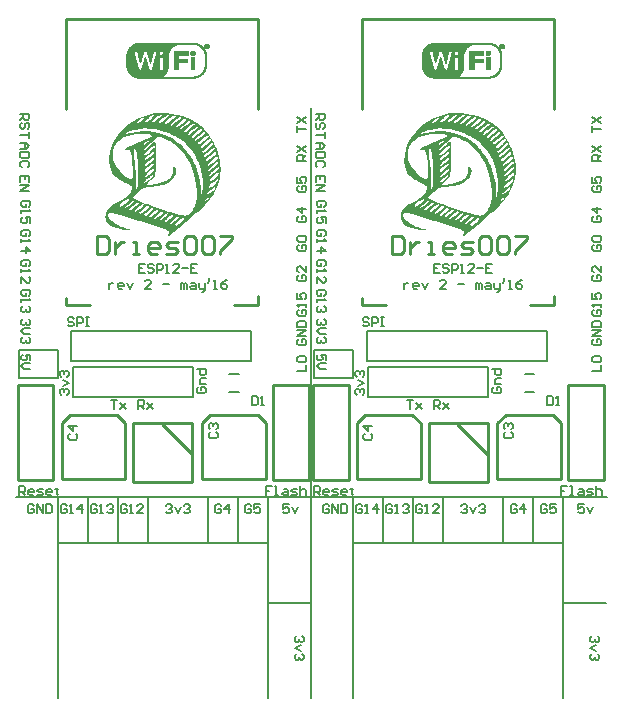
<source format=gto>
G04 Layer_Color=65535*
%FSLAX25Y25*%
%MOIN*%
G70*
G01*
G75*
%ADD21C,0.01000*%
%ADD38C,0.00500*%
%ADD39C,0.00787*%
%ADD40C,0.00050*%
G36*
X50086Y195160D02*
X53641Y194549D01*
X55808Y193938D01*
X58141Y192993D01*
X60529Y191660D01*
X61640Y190883D01*
X62696Y189938D01*
X62751Y189883D01*
X62918Y189716D01*
X63585Y188938D01*
X64473Y187772D01*
X65529Y186161D01*
X66029Y185216D01*
X66529Y184161D01*
X67029Y182994D01*
X67418Y181772D01*
X67806Y180495D01*
X68084Y179051D01*
X68251Y177606D01*
X68306Y176828D01*
Y176051D01*
Y175995D01*
Y175884D01*
X68251Y175329D01*
X68029Y173551D01*
X67362Y171051D01*
X66807Y169662D01*
X66029Y168274D01*
Y168218D01*
X65973Y168163D01*
X65696Y167774D01*
X64696Y166441D01*
X63029Y164496D01*
X61974Y163385D01*
X60696Y162219D01*
X60640D01*
X60585Y162108D01*
X60141Y161774D01*
X58752Y160608D01*
X56752Y158886D01*
X55585Y157886D01*
X54419Y156830D01*
X54363D01*
X54308Y156719D01*
X53919Y156442D01*
X52863Y155497D01*
X51752Y154608D01*
X51253Y154164D01*
X51141D01*
X50753Y154553D01*
X50975Y155108D01*
X51086Y155497D01*
X51030Y155775D01*
X50975D01*
X50808Y155886D01*
X49697Y156331D01*
X48531Y156719D01*
X46864Y157275D01*
X41531Y158997D01*
X41420Y159052D01*
X41142Y159108D01*
X40143Y159441D01*
X36921Y160441D01*
X36032Y160719D01*
X35199Y160997D01*
X33588Y161441D01*
X32366Y161774D01*
X31699Y161885D01*
X30977Y161719D01*
X30699Y160997D01*
Y160941D01*
X30755Y160775D01*
X31143Y160163D01*
X31977Y159219D01*
X32643Y158664D01*
X33532Y158053D01*
X33976Y157775D01*
X35032Y157219D01*
X35754Y156942D01*
X36476Y156664D01*
X37198Y156442D01*
X37920Y156386D01*
X38643Y156497D01*
X38587Y156442D01*
X38309Y156331D01*
X37920Y156164D01*
X37420Y156108D01*
X37087D01*
X36254Y156164D01*
X35032Y156331D01*
X33699Y156664D01*
X32310Y157219D01*
X31643Y157553D01*
X31088Y157997D01*
X30643Y158497D01*
X30255Y159108D01*
X30032Y159775D01*
X29921Y160552D01*
X29977Y160941D01*
X30199Y161885D01*
X30477Y162497D01*
X30866Y163163D01*
X31421Y163774D01*
X32143Y164385D01*
X34254Y165496D01*
X34921Y165885D01*
X36421Y166663D01*
X36810Y166941D01*
X37587Y167718D01*
X38032Y168274D01*
X38198Y168552D01*
X38365Y168885D01*
X38643Y169607D01*
X38754Y170051D01*
Y170440D01*
X38698Y170829D01*
X38643D01*
X38532Y170885D01*
X38087Y171107D01*
X36754Y171773D01*
X36698D01*
X36587Y171885D01*
X36198Y172107D01*
X34921Y172773D01*
X34865D01*
X34810Y172884D01*
X34421Y173107D01*
X33365Y173829D01*
Y173884D01*
X33254Y173940D01*
X32976Y174218D01*
X32199Y175051D01*
X32032Y175329D01*
X31699Y176217D01*
X31310Y177606D01*
X31199Y178495D01*
X31143Y179495D01*
X31255Y180550D01*
X31866Y183272D01*
X32532Y184994D01*
X33532Y186883D01*
X34921Y188772D01*
X35810Y189716D01*
X36810Y190605D01*
X37754Y191327D01*
X38865Y192049D01*
X40309Y192938D01*
X41142Y193327D01*
X42087Y193771D01*
X43031Y194160D01*
X44087Y194493D01*
X45197Y194771D01*
X46308Y195049D01*
X47475Y195160D01*
X48697Y195215D01*
X50086Y195160D01*
D02*
G37*
%LPC*%
G36*
X66307Y170329D02*
X66195D01*
X65807Y170107D01*
X65084Y169551D01*
X63918Y168496D01*
X63862Y168385D01*
X63807Y168107D01*
Y168052D01*
X63918Y167940D01*
X64196Y168107D01*
X64696Y168440D01*
X65251Y168829D01*
X65418Y168940D01*
X65751Y169051D01*
X66084Y169440D01*
X66307Y169829D01*
X66418Y170162D01*
Y170274D01*
X66307Y170329D01*
D02*
G37*
G36*
X39754Y183439D02*
X39698D01*
X39643Y183328D01*
X39531Y183106D01*
X39476Y182661D01*
Y182606D01*
Y182383D01*
X39531Y181439D01*
X39809Y177606D01*
Y177551D01*
X39865Y177328D01*
X39920Y176606D01*
X39976Y175662D01*
X40031Y174606D01*
Y174551D01*
Y174384D01*
Y173884D01*
Y172496D01*
Y172384D01*
Y172107D01*
Y171051D01*
Y170996D01*
Y170885D01*
Y170496D01*
Y169607D01*
X40198Y169718D01*
X40365Y169940D01*
X40531Y170329D01*
X40698Y170718D01*
X40809Y171385D01*
Y173495D01*
X40698Y178217D01*
X40365Y181606D01*
X40087Y182828D01*
X39920Y183217D01*
X39754Y183439D01*
D02*
G37*
G36*
X43031Y189938D02*
X42753D01*
X42031Y189883D01*
X39531Y189494D01*
X39420D01*
X39143Y189383D01*
X38254Y189105D01*
X37309Y188661D01*
X36865Y188383D01*
X36587Y188049D01*
X38198Y188383D01*
X38698Y188494D01*
X39754Y188661D01*
X40865Y188883D01*
X41920Y189049D01*
X42976Y189105D01*
X44309Y188994D01*
X45809Y188772D01*
X47697Y188383D01*
X49808Y187661D01*
X52030Y186605D01*
X53197Y185939D01*
X54252Y185161D01*
X55363Y184272D01*
X55863Y183772D01*
X56363Y183217D01*
X56419Y183161D01*
X56585Y182939D01*
X57196Y182217D01*
X58030Y180995D01*
X59030Y179328D01*
X59529Y178384D01*
X60029Y177328D01*
X60474Y176162D01*
X60863Y174940D01*
X61196Y173662D01*
X61474Y172273D01*
X61585Y171607D01*
X61640Y170885D01*
X61696Y170162D01*
Y169385D01*
Y167163D01*
X61751Y167107D01*
X61918Y167329D01*
X62140Y168385D01*
X62251Y168996D01*
X62307Y169662D01*
X62362Y170496D01*
Y171385D01*
X62307Y172773D01*
X61696Y176217D01*
X61029Y178328D01*
X60585Y179439D01*
X60029Y180550D01*
X58696Y182772D01*
X57863Y183828D01*
X56863Y184828D01*
X56808Y184883D01*
X56641Y185050D01*
X55863Y185605D01*
X54697Y186439D01*
X53086Y187383D01*
X52141Y187883D01*
X51086Y188327D01*
X49919Y188772D01*
X48697Y189161D01*
X47420Y189494D01*
X46753Y189605D01*
X46031Y189716D01*
X45309Y189827D01*
X44587Y189883D01*
X43031Y189938D01*
D02*
G37*
G36*
X37865Y166385D02*
X37643D01*
X37254Y166274D01*
X37143Y166218D01*
X36921Y166107D01*
X36143Y165607D01*
X35199Y164941D01*
X34754Y164552D01*
X34421Y164108D01*
Y164052D01*
X34476Y163996D01*
X34643Y163941D01*
X34865Y163885D01*
X34976Y163941D01*
X35421Y164108D01*
X36309Y164719D01*
X37643Y165830D01*
X37754Y165996D01*
X37865Y166385D01*
D02*
G37*
G36*
X64307Y166885D02*
X64251D01*
X64085Y166829D01*
X63807Y166663D01*
X63473Y166330D01*
X63418Y166218D01*
X63251Y166052D01*
X63029Y165774D01*
X63251D01*
X63696Y165941D01*
X64085Y166218D01*
X64251Y166496D01*
X64307Y166885D01*
D02*
G37*
G36*
X67362Y173107D02*
X67306D01*
X67251Y173051D01*
X67140Y172940D01*
X66862Y172773D01*
X66807Y172718D01*
X66640Y172607D01*
X66140Y172218D01*
X64918Y171274D01*
X64807Y171218D01*
X64640Y170996D01*
X64473Y170607D01*
X64362Y170107D01*
X64751Y170274D01*
X65307Y170551D01*
X66140Y171218D01*
X66807Y171885D01*
X67251Y172440D01*
X67473Y172829D01*
Y172995D01*
X67362Y173107D01*
D02*
G37*
G36*
X46086Y176440D02*
X46031D01*
X45864Y176384D01*
X45253Y176162D01*
X44253Y175440D01*
X43642Y174829D01*
X42976Y174051D01*
Y173662D01*
X43142Y173607D01*
X43364Y173718D01*
X44420Y174495D01*
X45086Y174995D01*
X45753Y175606D01*
X45920Y175884D01*
X46031Y176162D01*
X46086Y176440D01*
D02*
G37*
G36*
X67695Y177051D02*
X67584D01*
X67362Y176995D01*
X66973Y176773D01*
X66529Y176440D01*
X66473Y176384D01*
X66362Y176273D01*
X66029Y175940D01*
X65418Y175440D01*
X65362D01*
X65251Y175384D01*
X64973Y175162D01*
X64640Y174773D01*
X64529Y174551D01*
X64473Y174329D01*
X64529Y174273D01*
X64696Y174162D01*
X65251Y174440D01*
X66140Y175106D01*
X67584Y176384D01*
X67640Y176440D01*
X67695Y176662D01*
Y177051D01*
D02*
G37*
G36*
X43475Y188049D02*
X39976D01*
X38754Y187883D01*
X37032Y187438D01*
X36087Y187050D01*
X35143Y186550D01*
X35032Y186494D01*
X34699Y186216D01*
X34310Y185883D01*
X33810Y185328D01*
X33310Y184717D01*
X32865Y183939D01*
X32699Y183550D01*
X32532Y183106D01*
X32477Y182606D01*
X32421Y182106D01*
Y181995D01*
Y181717D01*
Y180939D01*
Y180828D01*
Y180606D01*
Y179939D01*
Y179884D01*
X32477Y179662D01*
X32810Y178828D01*
X33476Y177495D01*
X34810Y175717D01*
X34865D01*
X34921Y175606D01*
X35199Y175273D01*
X35643Y174884D01*
X36143Y174384D01*
X36754Y173884D01*
X37420Y173440D01*
X38032Y173107D01*
X38643Y172995D01*
X38865Y173273D01*
X38976Y173662D01*
X39031Y174218D01*
Y176217D01*
X38920Y178606D01*
X38643Y180384D01*
X38365Y181772D01*
X37976Y182772D01*
X37809D01*
X37309Y182717D01*
X37254D01*
X37087Y182661D01*
X36698Y182606D01*
X36532D01*
X36365Y182661D01*
X36309Y182772D01*
X36365Y182883D01*
X36532Y183050D01*
X36810Y183272D01*
X38032Y183994D01*
X39087Y184439D01*
X40420Y185050D01*
X42698Y185994D01*
X44364Y186827D01*
X44975Y187216D01*
X45364Y187550D01*
X45253Y187605D01*
X44975Y187827D01*
X44364Y187994D01*
X43475Y188049D01*
D02*
G37*
G36*
X45753Y174440D02*
X45698D01*
X45531Y174384D01*
X45309Y174273D01*
X44975Y173995D01*
X44920Y173940D01*
X44698Y173773D01*
X44420Y173551D01*
X44087Y173440D01*
Y173384D01*
X43975Y173329D01*
X43698Y172995D01*
X43642D01*
X43587Y172940D01*
X43309Y172829D01*
X43031Y172551D01*
X42920Y172107D01*
Y172051D01*
Y171996D01*
X42976Y171885D01*
X43142Y171940D01*
X43587Y172162D01*
X44420Y172773D01*
X45642Y173995D01*
X45698Y174107D01*
X45753Y174440D01*
D02*
G37*
G36*
X67529Y175162D02*
X67473D01*
X67251Y174995D01*
X65862Y173995D01*
X65807Y173940D01*
X65640Y173829D01*
X65251Y173384D01*
X64807Y172884D01*
X64584Y172551D01*
Y172440D01*
X64696Y172273D01*
X64918D01*
X65196Y172384D01*
X65362Y172662D01*
X65473Y172773D01*
X65807Y172884D01*
X66251Y173162D01*
X66807Y173662D01*
X67306Y174162D01*
X67584Y174551D01*
X67751Y174940D01*
Y175051D01*
X67640Y175106D01*
X67529Y175162D01*
D02*
G37*
G36*
X39031Y165718D02*
X38809D01*
X38643Y165663D01*
X38476Y165552D01*
Y165496D01*
X38365Y165385D01*
X37365Y164552D01*
X37309D01*
X37198Y164441D01*
X36865Y164163D01*
X36532Y163830D01*
X36365Y163496D01*
Y163441D01*
X36532Y163385D01*
X37087Y163608D01*
X37809Y164052D01*
X38865Y164996D01*
X39365Y165496D01*
X39309Y165607D01*
X39254Y165663D01*
X39031Y165718D01*
D02*
G37*
G36*
X50530Y161774D02*
X50475D01*
X50308Y161663D01*
X49975Y161441D01*
X49475Y160941D01*
X49419Y160886D01*
X49197Y160719D01*
X48586Y160219D01*
X48531Y160163D01*
X48419Y160052D01*
X48031Y159663D01*
Y159441D01*
X48419Y159552D01*
X48919Y159775D01*
X49641Y160275D01*
X50197Y160775D01*
X50586Y161219D01*
X50753Y161663D01*
Y161719D01*
X50530Y161774D01*
D02*
G37*
G36*
X48919Y162274D02*
X48864D01*
X48586Y162163D01*
X47364Y161330D01*
X47308Y161275D01*
X47197Y161163D01*
X46753Y160830D01*
X46308Y160441D01*
X46197Y160219D01*
X46142Y160108D01*
Y160052D01*
Y159997D01*
X46253Y159886D01*
X46531D01*
X46864Y159997D01*
X48086Y160830D01*
X48697Y161386D01*
X49142Y161774D01*
X49253Y161997D01*
X49308Y162108D01*
X49253Y162219D01*
X48919Y162274D01*
D02*
G37*
G36*
X52308Y161219D02*
X52252D01*
X51919Y161052D01*
X51419Y160663D01*
X50530Y159941D01*
X50475Y159886D01*
X50364Y159775D01*
X49975Y159497D01*
X49919D01*
X49864Y159386D01*
X49586Y159219D01*
Y159164D01*
X49641Y159052D01*
X49808Y158941D01*
X50086Y158886D01*
X50364Y158997D01*
X51530Y159719D01*
X52086Y160219D01*
X52419Y160663D01*
X52586Y160997D01*
X52530Y161108D01*
X52308Y161219D01*
D02*
G37*
G36*
X55863Y160219D02*
X55808D01*
X55530Y160108D01*
X55030Y159775D01*
X54252Y159164D01*
X54197Y159108D01*
X54085Y158997D01*
X53641Y158664D01*
X53197Y158219D01*
X53030Y157886D01*
Y157830D01*
X53086Y157719D01*
X53308Y157608D01*
X53641Y157553D01*
X53919Y157664D01*
X55030Y158553D01*
X55585Y159164D01*
X55974Y159608D01*
X56141Y159941D01*
X56085Y160108D01*
X56030Y160163D01*
X55863Y160219D01*
D02*
G37*
G36*
X54141Y160608D02*
X54085D01*
X53974Y160552D01*
X53530Y160330D01*
X52641Y159719D01*
X51308Y158497D01*
Y158441D01*
X51364Y158330D01*
X51475Y158219D01*
X51697Y158164D01*
X52197Y158441D01*
X53030Y159052D01*
X54308Y160275D01*
Y160441D01*
X54252Y160552D01*
X54141Y160608D01*
D02*
G37*
G36*
X47308Y162830D02*
X47253D01*
X46975Y162719D01*
X45920Y162108D01*
X45864D01*
X45753Y161997D01*
X45420Y161719D01*
X44975Y161275D01*
X44587Y160830D01*
Y160775D01*
Y160719D01*
X44698Y160552D01*
X45253D01*
X45475Y160663D01*
X46475Y161497D01*
X47031Y161997D01*
X47420Y162385D01*
X47586Y162608D01*
X47531Y162719D01*
X47308Y162830D01*
D02*
G37*
G36*
X42531Y164663D02*
X42253D01*
X41976Y164552D01*
X40698Y163663D01*
X40642Y163608D01*
X40531Y163496D01*
X40143Y163163D01*
X39698Y162719D01*
X39531Y162441D01*
Y162385D01*
X39587Y162330D01*
X39698Y162274D01*
X39920Y162219D01*
X40254Y162330D01*
X40698Y162608D01*
X41420Y163163D01*
X42031Y163663D01*
X42476Y164108D01*
X42587Y164330D01*
X42642Y164496D01*
Y164607D01*
X42531Y164663D01*
D02*
G37*
G36*
X40642Y165163D02*
X40587D01*
X40309Y165052D01*
X39809Y164774D01*
X39031Y164219D01*
X38976Y164163D01*
X38865Y164052D01*
X38420Y163719D01*
X37976Y163330D01*
X37865Y163108D01*
X37809Y162996D01*
X37865Y162941D01*
X38143Y162830D01*
X38420Y162885D01*
X38920Y163108D01*
X39476Y163608D01*
X40087Y164052D01*
X40531Y164441D01*
X40865Y164774D01*
X40976Y165052D01*
X40920Y165107D01*
X40642Y165163D01*
D02*
G37*
G36*
X44031Y164108D02*
X43975D01*
X43698Y163996D01*
X43198Y163663D01*
X42420Y163052D01*
X42364Y162996D01*
X42253Y162885D01*
X41809Y162552D01*
X41365Y162163D01*
X41254Y161941D01*
X41198Y161830D01*
Y161774D01*
X41254Y161719D01*
X41365Y161608D01*
X41587Y161552D01*
X41698Y161608D01*
X42142Y161830D01*
X43031Y162552D01*
X44475Y163885D01*
X44420Y163996D01*
X44309Y164052D01*
X44031Y164108D01*
D02*
G37*
G36*
X45642Y163496D02*
X45586D01*
X45364Y163441D01*
X44698Y162996D01*
X44587Y162885D01*
X44309Y162608D01*
X43809Y162219D01*
X43698Y162108D01*
X43420Y161885D01*
X42920Y161386D01*
Y161330D01*
X42976Y161163D01*
X43087Y160941D01*
X43309Y160886D01*
X43809Y161163D01*
X44587Y161830D01*
X45920Y163108D01*
X45864Y163330D01*
X45809Y163441D01*
X45642Y163496D01*
D02*
G37*
G36*
X47864Y187050D02*
X47253D01*
X47197Y186994D01*
X47086Y186883D01*
X46531Y186439D01*
X44975Y185161D01*
X42642Y182994D01*
X42809Y182772D01*
X42976Y182828D01*
X43475Y183161D01*
X44587Y184106D01*
X45364Y184883D01*
X46364Y185939D01*
X46420D01*
X46531Y185883D01*
X46586Y185494D01*
X46642Y184717D01*
Y184661D01*
Y184383D01*
Y183050D01*
Y182994D01*
Y182828D01*
Y182106D01*
Y179328D01*
Y179273D01*
Y179106D01*
Y178551D01*
Y176828D01*
X46531Y174218D01*
X46475Y174107D01*
X46253Y173829D01*
X45809Y173329D01*
X45086Y172773D01*
X45031Y172718D01*
X44920Y172662D01*
X44587Y172329D01*
X44142Y171885D01*
X43864Y171496D01*
Y171440D01*
X44087Y171218D01*
X44975D01*
X46475Y171385D01*
X48031Y171662D01*
X49753Y172329D01*
X50197Y172551D01*
X51141Y173218D01*
X51641Y173773D01*
X52086Y174384D01*
X52419Y175106D01*
X52530Y175940D01*
Y175995D01*
X52475Y176440D01*
Y177106D01*
X52530Y177217D01*
X52641Y177273D01*
X52752D01*
X53419Y176773D01*
Y176717D01*
X53474Y176495D01*
X53530Y176051D01*
Y175995D01*
X53586Y175940D01*
Y175829D01*
Y175773D01*
Y175662D01*
X53530Y175217D01*
X53308Y174606D01*
X52919Y173829D01*
X52308Y173051D01*
X51863Y172607D01*
X51364Y172218D01*
X50753Y171829D01*
X50030Y171496D01*
X49253Y171218D01*
X48308Y170940D01*
X48253D01*
X48086Y170885D01*
X47420Y170773D01*
X46475Y170607D01*
X45364Y170385D01*
X45309D01*
X45086Y170329D01*
X44420Y170274D01*
X42364Y169940D01*
X42253Y169885D01*
X41920Y169607D01*
X40920Y168829D01*
X39698Y167885D01*
X38698Y166885D01*
Y166829D01*
X38754Y166774D01*
X38976Y166607D01*
X39698Y166274D01*
X41087Y165718D01*
X42531Y165218D01*
X43587Y164830D01*
X44087Y164663D01*
X45531Y164052D01*
X46364Y163774D01*
X47420Y163385D01*
X50253Y162441D01*
X51030Y162219D01*
X51863Y161941D01*
X52808Y161663D01*
X54919Y161108D01*
X55808Y160941D01*
X56474Y160886D01*
X56752Y160941D01*
X57530Y161219D01*
X58474Y162052D01*
X58974Y162719D01*
X59474Y163608D01*
X59641Y163996D01*
X59974Y164996D01*
X60141Y165607D01*
X60307Y166330D01*
X60418Y167107D01*
X60474Y167885D01*
X60418Y168885D01*
X60141Y171385D01*
X59418Y174829D01*
X58807Y176717D01*
X57974Y178551D01*
X57474Y179439D01*
X56863Y180439D01*
X56030Y181606D01*
X54919Y182828D01*
X54308Y183494D01*
X53641Y184106D01*
X52919Y184717D01*
X52141Y185272D01*
X51308Y185716D01*
X50419Y186161D01*
X50308Y186216D01*
X50086Y186328D01*
X49253Y186605D01*
X48419Y186939D01*
X47864Y187050D01*
D02*
G37*
G36*
X59418Y191605D02*
X59363D01*
X59030Y191438D01*
X58474Y191105D01*
X57585Y190438D01*
X57530Y190383D01*
X57363Y190272D01*
X56863Y189827D01*
X56363Y189383D01*
X56141Y189049D01*
Y188994D01*
X56196Y188883D01*
X56308Y188772D01*
X56474Y188716D01*
X56808Y188883D01*
X58196Y189938D01*
X58918Y190605D01*
X59418Y191105D01*
X59641Y191438D01*
Y191549D01*
X59418Y191605D01*
D02*
G37*
G36*
X57919Y192438D02*
X57807D01*
X57585Y192382D01*
X57196Y192160D01*
X56696Y191771D01*
X55641Y190716D01*
X55530Y190660D01*
X55308Y190494D01*
X55196Y190438D01*
X55030Y190327D01*
X54974Y190272D01*
X54808Y190160D01*
X54641Y190049D01*
X54585Y189827D01*
Y189772D01*
X54641Y189716D01*
X55030Y189605D01*
X55252Y189716D01*
X56585Y190660D01*
X58141Y191883D01*
X58196Y192105D01*
X58141Y192271D01*
X58085Y192382D01*
X57919Y192438D01*
D02*
G37*
G36*
X56308Y193160D02*
X56252D01*
X56030Y193049D01*
X54808Y192049D01*
X54752Y191994D01*
X54641Y191883D01*
X54141Y191494D01*
X53641Y190994D01*
X53252Y190549D01*
X53308Y190494D01*
X53530Y190438D01*
X53863Y190549D01*
X55308Y191494D01*
X56030Y192105D01*
X56530Y192549D01*
X56752Y192827D01*
X56696Y192993D01*
X56585Y193105D01*
X56308Y193160D01*
D02*
G37*
G36*
X62973Y188772D02*
X62862D01*
X62585Y188605D01*
X61140Y187550D01*
X61085Y187494D01*
X60918Y187383D01*
X60418Y186939D01*
X59918Y186439D01*
X59752Y186216D01*
X59696Y185994D01*
Y185939D01*
X59752Y185883D01*
X59918Y185772D01*
X60252Y185939D01*
X61696Y186994D01*
X62474Y187661D01*
X63029Y188161D01*
X63196Y188383D01*
X63251Y188549D01*
X63196Y188661D01*
X62973Y188772D01*
D02*
G37*
G36*
X61751Y189772D02*
X61640Y189716D01*
X61140Y189438D01*
X60196Y188716D01*
X58641Y187272D01*
Y187216D01*
X58696Y187050D01*
X58807Y186827D01*
X59030Y186772D01*
X59863Y187438D01*
X60696Y188161D01*
X61418Y188716D01*
X61862Y189161D01*
X62029Y189383D01*
X62085Y189494D01*
X62029Y189661D01*
X61974Y189716D01*
X61751Y189772D01*
D02*
G37*
G36*
X60696Y190716D02*
X60640D01*
X60418Y190549D01*
X58918Y189549D01*
X58863Y189494D01*
X58696Y189383D01*
X58196Y188938D01*
X57696Y188438D01*
X57474Y188105D01*
Y188049D01*
Y187994D01*
X57530Y187938D01*
X57641Y187883D01*
X58030Y188049D01*
X58585Y188327D01*
X59418Y188994D01*
X60141Y189605D01*
X60640Y190105D01*
X60918Y190549D01*
X60863Y190660D01*
X60696Y190716D01*
D02*
G37*
G36*
X51030Y194549D02*
X50975D01*
X50697Y194438D01*
X49142Y193438D01*
X49086Y193382D01*
X48919Y193271D01*
X48419Y192827D01*
X47864Y192382D01*
X47642Y192049D01*
X47697Y191994D01*
X48031Y191883D01*
X48308Y191938D01*
X48919Y192160D01*
X49808Y192993D01*
X50586Y193660D01*
X51308Y194271D01*
X51253Y194438D01*
X51197Y194493D01*
X51030Y194549D01*
D02*
G37*
G36*
X46086Y194493D02*
X45975D01*
X45698Y194382D01*
X45197Y194160D01*
X44531Y193660D01*
X44475Y193605D01*
X44364Y193493D01*
X43975Y193160D01*
X43475Y192660D01*
X43087Y192160D01*
X43253Y192049D01*
X43753Y192160D01*
X44253Y192327D01*
X44753Y192716D01*
X45420Y193438D01*
X45920Y193938D01*
X46197Y194327D01*
Y194438D01*
X46086Y194493D01*
D02*
G37*
G36*
X48697Y194660D02*
X48642D01*
X48364Y194549D01*
X46920Y193605D01*
X46864Y193549D01*
X46697Y193438D01*
X46253Y193049D01*
X45809Y192660D01*
X45642Y192494D01*
X45586Y192327D01*
Y192271D01*
X45642Y192216D01*
X45809Y192105D01*
X46031Y192160D01*
X46586Y192382D01*
X47753Y193327D01*
X48531Y193993D01*
X48919Y194438D01*
Y194549D01*
X48808Y194604D01*
X48697Y194660D01*
D02*
G37*
G36*
X54585Y193827D02*
X54530Y193771D01*
X54363Y193660D01*
X53752Y193216D01*
X53697Y193160D01*
X53474Y193049D01*
X52919Y192549D01*
X52863Y192494D01*
X52752Y192382D01*
X52308Y192049D01*
X51863Y191549D01*
X51752Y191271D01*
X51697Y191049D01*
Y190994D01*
X51863Y190883D01*
X52197Y191049D01*
X53586Y191994D01*
X54363Y192660D01*
X54863Y193160D01*
X55085Y193493D01*
X55030Y193605D01*
X54863Y193716D01*
X54585Y193827D01*
D02*
G37*
G36*
X53030Y194216D02*
X52863D01*
X52530Y194105D01*
X52475Y194049D01*
X52252Y193938D01*
X51475Y193438D01*
X50586Y192716D01*
X49753Y191883D01*
Y191771D01*
X49697Y191605D01*
Y191327D01*
X50197Y191438D01*
X50753Y191771D01*
X51475Y192382D01*
X52308Y192938D01*
X53363Y193993D01*
X53308Y194105D01*
X53252Y194160D01*
X53030Y194216D01*
D02*
G37*
G36*
X42809Y193605D02*
X42753D01*
X42587Y193549D01*
X41976Y193327D01*
X41920Y193271D01*
X41698Y193160D01*
X41142Y192771D01*
X41087Y192716D01*
X40920Y192549D01*
X40476Y192105D01*
X40420Y192049D01*
X40365Y191938D01*
X40254Y191716D01*
X40309Y191660D01*
X40476Y191605D01*
X41365Y192049D01*
X41531Y192160D01*
X42198Y192716D01*
X42531Y193105D01*
X42698Y193382D01*
X42809Y193605D01*
D02*
G37*
G36*
X67306Y180495D02*
X67195D01*
X66862Y180328D01*
X65362Y179328D01*
X65307Y179273D01*
X65140Y179162D01*
X64640Y178717D01*
X64140Y178162D01*
X63918Y177773D01*
Y177717D01*
X63973Y177606D01*
X64029Y177495D01*
X64140Y177439D01*
X64307D01*
X64418Y177606D01*
X64696Y177884D01*
X64807Y177995D01*
X65084Y178050D01*
X65696Y178551D01*
X67195Y179884D01*
X67306Y180106D01*
Y180495D01*
D02*
G37*
G36*
X66584Y182106D02*
X66529D01*
X66362Y182050D01*
X65807Y181717D01*
X65751Y181661D01*
X65584Y181495D01*
X65140Y180995D01*
X65084D01*
X64973Y180884D01*
X64640Y180606D01*
X63918Y180106D01*
X63862Y179995D01*
X63418Y179550D01*
Y179439D01*
X63473Y179273D01*
X63529Y179106D01*
X63640Y178995D01*
X63918Y179106D01*
X64251Y179328D01*
X64807Y179717D01*
X65862Y180772D01*
X66029Y180828D01*
X66418Y181106D01*
X66640Y181217D01*
X66751Y181384D01*
X66807Y181495D01*
Y181828D01*
X66695Y181995D01*
X66584Y182106D01*
D02*
G37*
G36*
X46031Y182217D02*
X45975D01*
X45809Y182106D01*
X44475Y181161D01*
X44420Y181106D01*
X44253Y180995D01*
X43753Y180606D01*
X42976Y179884D01*
Y179828D01*
Y179773D01*
X42920Y179550D01*
Y179495D01*
X42976Y179439D01*
X43031Y179328D01*
X43142Y179273D01*
X43253Y179328D01*
X43753Y179606D01*
X44642Y180328D01*
X46142Y181717D01*
X46197Y182050D01*
Y182161D01*
X46031Y182217D01*
D02*
G37*
G36*
X45809Y178273D02*
X45753D01*
X45586Y178162D01*
X44531Y177439D01*
X44475Y177384D01*
X44364Y177328D01*
X43975Y176995D01*
X43198Y176273D01*
X43142Y176217D01*
X43087Y176106D01*
X43031Y175829D01*
X42976Y175551D01*
X43420D01*
X44142Y176106D01*
X44920Y176717D01*
X45531Y177273D01*
X45920Y177662D01*
X46086Y177939D01*
X46031Y178106D01*
X45975Y178217D01*
X45809Y178273D01*
D02*
G37*
G36*
X67362Y178828D02*
X67306D01*
X67084Y178662D01*
X65696Y177606D01*
X65640Y177551D01*
X65473Y177439D01*
X64973Y176995D01*
X64418Y176495D01*
X64196Y176162D01*
Y176106D01*
X64251Y175995D01*
X64307Y175884D01*
X64473Y175829D01*
X64584D01*
X67418Y178106D01*
X67584Y178495D01*
Y178662D01*
X67473Y178773D01*
X67362Y178828D01*
D02*
G37*
G36*
X46086Y180161D02*
X45698D01*
X45475Y180050D01*
X44309Y179106D01*
X44253Y179051D01*
X44087Y178939D01*
X43698Y178551D01*
X43253Y178106D01*
X43031Y177828D01*
Y177773D01*
X43087Y177662D01*
X43142Y177495D01*
X43253Y177439D01*
X43420Y177495D01*
X43698Y177662D01*
X44642Y178384D01*
X45309Y178939D01*
X45420Y179051D01*
X45698Y179273D01*
X45975Y179662D01*
X46031Y179884D01*
X46086Y180161D01*
D02*
G37*
G36*
X64807Y186439D02*
X64696Y186383D01*
X64196Y186105D01*
X63196Y185328D01*
X61585Y183828D01*
Y183772D01*
X61640Y183606D01*
X61696Y183383D01*
X61807Y183328D01*
X61974D01*
X62251Y183494D01*
X62751Y183883D01*
X63251Y184328D01*
X63362Y184439D01*
X63640Y184550D01*
X63918Y184828D01*
X64473Y185328D01*
X65084Y185939D01*
X65029Y186216D01*
X64973Y186383D01*
X64807Y186439D01*
D02*
G37*
G36*
X44364Y185828D02*
X44309D01*
X44087Y185716D01*
X43475Y185439D01*
X42809Y185050D01*
X42642Y184828D01*
X42531Y184550D01*
Y184494D01*
Y184439D01*
X42587Y184383D01*
X42698Y184328D01*
X42753D01*
X43142Y184717D01*
X43587Y185050D01*
X44031Y185383D01*
X44198Y185494D01*
X44309Y185605D01*
X44364Y185772D01*
Y185828D01*
D02*
G37*
G36*
X63862Y187605D02*
X63807D01*
X63640Y187550D01*
X63418Y187438D01*
X63140Y187161D01*
X63085Y187105D01*
X62918Y186994D01*
X62362Y186550D01*
X61029Y185550D01*
X60974Y185494D01*
X60863Y185383D01*
X60696Y185161D01*
X60640Y184939D01*
Y184883D01*
X60696Y184772D01*
X60807Y184661D01*
X61029Y184605D01*
X61363Y184772D01*
X62751Y185883D01*
X63529Y186550D01*
X64085Y186994D01*
X64307Y187327D01*
X64251Y187494D01*
X64140Y187550D01*
X63862Y187605D01*
D02*
G37*
G36*
X66195Y183550D02*
X66140D01*
X65862Y183439D01*
X65362Y183106D01*
X64529Y182495D01*
X64473Y182439D01*
X64307Y182328D01*
X63807Y181884D01*
X62862Y181106D01*
Y180606D01*
X63085Y180550D01*
X63473Y180717D01*
X64029Y181050D01*
X64862Y181772D01*
X65640Y182439D01*
X66140Y182939D01*
X66362Y183272D01*
Y183439D01*
X66307Y183494D01*
X66195Y183550D01*
D02*
G37*
G36*
X46086Y184050D02*
X46031D01*
X45920Y183994D01*
X45420Y183717D01*
X44420Y182994D01*
X42809Y181495D01*
Y181439D01*
X42864Y181272D01*
X42920Y181050D01*
X43087Y180995D01*
X43475Y181161D01*
X44031Y181495D01*
X44864Y182217D01*
X45586Y182939D01*
X46086Y183494D01*
X46308Y183883D01*
Y183994D01*
X46086Y184050D01*
D02*
G37*
G36*
X65473Y185050D02*
X65362D01*
X65196Y184939D01*
X65140D01*
X65084Y184828D01*
X64751Y184605D01*
X63696Y183772D01*
X62640Y182883D01*
X62307Y182495D01*
X62196Y182272D01*
Y182217D01*
X62251Y182106D01*
X62362Y181939D01*
X62529Y181884D01*
X62640Y181939D01*
X63140Y182217D01*
X64140Y182994D01*
X65751Y184550D01*
X65807Y184661D01*
Y184772D01*
X65751Y184939D01*
X65696Y184994D01*
X65473Y185050D01*
D02*
G37*
%LPD*%
G36*
X148511Y195160D02*
X152066Y194549D01*
X154233Y193938D01*
X156566Y192993D01*
X158955Y191660D01*
X160065Y190883D01*
X161121Y189938D01*
X161177Y189883D01*
X161343Y189716D01*
X162010Y188938D01*
X162899Y187772D01*
X163954Y186161D01*
X164454Y185216D01*
X164954Y184161D01*
X165454Y182994D01*
X165843Y181772D01*
X166232Y180495D01*
X166509Y179051D01*
X166676Y177606D01*
X166732Y176828D01*
Y176051D01*
Y175995D01*
Y175884D01*
X166676Y175329D01*
X166454Y173551D01*
X165787Y171051D01*
X165232Y169662D01*
X164454Y168274D01*
Y168218D01*
X164398Y168163D01*
X164121Y167774D01*
X163121Y166441D01*
X161454Y164496D01*
X160399Y163385D01*
X159121Y162219D01*
X159066D01*
X159010Y162108D01*
X158566Y161774D01*
X157177Y160608D01*
X155177Y158886D01*
X154011Y157886D01*
X152844Y156830D01*
X152788D01*
X152733Y156719D01*
X152344Y156442D01*
X151289Y155497D01*
X150178Y154608D01*
X149678Y154164D01*
X149567D01*
X149178Y154553D01*
X149400Y155108D01*
X149511Y155497D01*
X149455Y155775D01*
X149400D01*
X149233Y155886D01*
X148122Y156331D01*
X146956Y156719D01*
X145289Y157275D01*
X139956Y158997D01*
X139845Y159052D01*
X139568Y159108D01*
X138568Y159441D01*
X135346Y160441D01*
X134457Y160719D01*
X133624Y160997D01*
X132013Y161441D01*
X130791Y161774D01*
X130124Y161885D01*
X129402Y161719D01*
X129124Y160997D01*
Y160941D01*
X129180Y160775D01*
X129569Y160163D01*
X130402Y159219D01*
X131068Y158664D01*
X131957Y158053D01*
X132402Y157775D01*
X133457Y157219D01*
X134179Y156942D01*
X134901Y156664D01*
X135624Y156442D01*
X136346Y156386D01*
X137068Y156497D01*
X137012Y156442D01*
X136734Y156331D01*
X136346Y156164D01*
X135846Y156108D01*
X135512D01*
X134679Y156164D01*
X133457Y156331D01*
X132124Y156664D01*
X130735Y157219D01*
X130069Y157553D01*
X129513Y157997D01*
X129069Y158497D01*
X128680Y159108D01*
X128458Y159775D01*
X128347Y160552D01*
X128402Y160941D01*
X128624Y161885D01*
X128902Y162497D01*
X129291Y163163D01*
X129846Y163774D01*
X130569Y164385D01*
X132679Y165496D01*
X133346Y165885D01*
X134846Y166663D01*
X135235Y166941D01*
X136012Y167718D01*
X136457Y168274D01*
X136623Y168552D01*
X136790Y168885D01*
X137068Y169607D01*
X137179Y170051D01*
Y170440D01*
X137123Y170829D01*
X137068D01*
X136957Y170885D01*
X136512Y171107D01*
X135179Y171773D01*
X135124D01*
X135012Y171885D01*
X134624Y172107D01*
X133346Y172773D01*
X133290D01*
X133235Y172884D01*
X132846Y173107D01*
X131791Y173829D01*
Y173884D01*
X131679Y173940D01*
X131402Y174218D01*
X130624Y175051D01*
X130457Y175329D01*
X130124Y176217D01*
X129735Y177606D01*
X129624Y178495D01*
X129569Y179495D01*
X129680Y180550D01*
X130291Y183272D01*
X130957Y184994D01*
X131957Y186883D01*
X133346Y188772D01*
X134235Y189716D01*
X135235Y190605D01*
X136179Y191327D01*
X137290Y192049D01*
X138734Y192938D01*
X139568Y193327D01*
X140512Y193771D01*
X141456Y194160D01*
X142512Y194493D01*
X143623Y194771D01*
X144734Y195049D01*
X145900Y195160D01*
X147122Y195215D01*
X148511Y195160D01*
D02*
G37*
%LPC*%
G36*
X164732Y170329D02*
X164621D01*
X164232Y170107D01*
X163510Y169551D01*
X162343Y168496D01*
X162287Y168385D01*
X162232Y168107D01*
Y168052D01*
X162343Y167940D01*
X162621Y168107D01*
X163121Y168440D01*
X163676Y168829D01*
X163843Y168940D01*
X164176Y169051D01*
X164509Y169440D01*
X164732Y169829D01*
X164843Y170162D01*
Y170274D01*
X164732Y170329D01*
D02*
G37*
G36*
X138179Y183439D02*
X138123D01*
X138068Y183328D01*
X137957Y183106D01*
X137901Y182661D01*
Y182606D01*
Y182383D01*
X137957Y181439D01*
X138234Y177606D01*
Y177551D01*
X138290Y177328D01*
X138346Y176606D01*
X138401Y175662D01*
X138457Y174606D01*
Y174551D01*
Y174384D01*
Y173884D01*
Y172496D01*
Y172384D01*
Y172107D01*
Y171051D01*
Y170996D01*
Y170885D01*
Y170496D01*
Y169607D01*
X138623Y169718D01*
X138790Y169940D01*
X138956Y170329D01*
X139123Y170718D01*
X139234Y171385D01*
Y173495D01*
X139123Y178217D01*
X138790Y181606D01*
X138512Y182828D01*
X138346Y183217D01*
X138179Y183439D01*
D02*
G37*
G36*
X141456Y189938D02*
X141179D01*
X140456Y189883D01*
X137957Y189494D01*
X137846D01*
X137568Y189383D01*
X136679Y189105D01*
X135735Y188661D01*
X135290Y188383D01*
X135012Y188049D01*
X136623Y188383D01*
X137123Y188494D01*
X138179Y188661D01*
X139290Y188883D01*
X140345Y189049D01*
X141401Y189105D01*
X142734Y188994D01*
X144234Y188772D01*
X146123Y188383D01*
X148233Y187661D01*
X150455Y186605D01*
X151622Y185939D01*
X152677Y185161D01*
X153788Y184272D01*
X154288Y183772D01*
X154788Y183217D01*
X154844Y183161D01*
X155010Y182939D01*
X155622Y182217D01*
X156455Y180995D01*
X157455Y179328D01*
X157955Y178384D01*
X158455Y177328D01*
X158899Y176162D01*
X159288Y174940D01*
X159621Y173662D01*
X159899Y172273D01*
X160010Y171607D01*
X160065Y170885D01*
X160121Y170162D01*
Y169385D01*
Y167163D01*
X160177Y167107D01*
X160343Y167329D01*
X160565Y168385D01*
X160677Y168996D01*
X160732Y169662D01*
X160788Y170496D01*
Y171385D01*
X160732Y172773D01*
X160121Y176217D01*
X159455Y178328D01*
X159010Y179439D01*
X158455Y180550D01*
X157121Y182772D01*
X156288Y183828D01*
X155288Y184828D01*
X155233Y184883D01*
X155066Y185050D01*
X154288Y185605D01*
X153122Y186439D01*
X151511Y187383D01*
X150566Y187883D01*
X149511Y188327D01*
X148345Y188772D01*
X147122Y189161D01*
X145845Y189494D01*
X145178Y189605D01*
X144456Y189716D01*
X143734Y189827D01*
X143012Y189883D01*
X141456Y189938D01*
D02*
G37*
G36*
X136290Y166385D02*
X136068D01*
X135679Y166274D01*
X135568Y166218D01*
X135346Y166107D01*
X134568Y165607D01*
X133624Y164941D01*
X133179Y164552D01*
X132846Y164108D01*
Y164052D01*
X132902Y163996D01*
X133068Y163941D01*
X133290Y163885D01*
X133402Y163941D01*
X133846Y164108D01*
X134735Y164719D01*
X136068Y165830D01*
X136179Y165996D01*
X136290Y166385D01*
D02*
G37*
G36*
X162732Y166885D02*
X162676D01*
X162510Y166829D01*
X162232Y166663D01*
X161899Y166330D01*
X161843Y166218D01*
X161677Y166052D01*
X161454Y165774D01*
X161677D01*
X162121Y165941D01*
X162510Y166218D01*
X162676Y166496D01*
X162732Y166885D01*
D02*
G37*
G36*
X165787Y173107D02*
X165732D01*
X165676Y173051D01*
X165565Y172940D01*
X165287Y172773D01*
X165232Y172718D01*
X165065Y172607D01*
X164565Y172218D01*
X163343Y171274D01*
X163232Y171218D01*
X163065Y170996D01*
X162899Y170607D01*
X162787Y170107D01*
X163176Y170274D01*
X163732Y170551D01*
X164565Y171218D01*
X165232Y171885D01*
X165676Y172440D01*
X165898Y172829D01*
Y172995D01*
X165787Y173107D01*
D02*
G37*
G36*
X144511Y176440D02*
X144456D01*
X144289Y176384D01*
X143678Y176162D01*
X142678Y175440D01*
X142067Y174829D01*
X141401Y174051D01*
Y173662D01*
X141567Y173607D01*
X141790Y173718D01*
X142845Y174495D01*
X143512Y174995D01*
X144178Y175606D01*
X144345Y175884D01*
X144456Y176162D01*
X144511Y176440D01*
D02*
G37*
G36*
X166121Y177051D02*
X166009D01*
X165787Y176995D01*
X165398Y176773D01*
X164954Y176440D01*
X164898Y176384D01*
X164787Y176273D01*
X164454Y175940D01*
X163843Y175440D01*
X163787D01*
X163676Y175384D01*
X163399Y175162D01*
X163065Y174773D01*
X162954Y174551D01*
X162899Y174329D01*
X162954Y174273D01*
X163121Y174162D01*
X163676Y174440D01*
X164565Y175106D01*
X166009Y176384D01*
X166065Y176440D01*
X166121Y176662D01*
Y177051D01*
D02*
G37*
G36*
X141901Y188049D02*
X138401D01*
X137179Y187883D01*
X135457Y187438D01*
X134512Y187050D01*
X133568Y186550D01*
X133457Y186494D01*
X133124Y186216D01*
X132735Y185883D01*
X132235Y185328D01*
X131735Y184717D01*
X131291Y183939D01*
X131124Y183550D01*
X130957Y183106D01*
X130902Y182606D01*
X130846Y182106D01*
Y181995D01*
Y181717D01*
Y180939D01*
Y180828D01*
Y180606D01*
Y179939D01*
Y179884D01*
X130902Y179662D01*
X131235Y178828D01*
X131902Y177495D01*
X133235Y175717D01*
X133290D01*
X133346Y175606D01*
X133624Y175273D01*
X134068Y174884D01*
X134568Y174384D01*
X135179Y173884D01*
X135846Y173440D01*
X136457Y173107D01*
X137068Y172995D01*
X137290Y173273D01*
X137401Y173662D01*
X137457Y174218D01*
Y176217D01*
X137346Y178606D01*
X137068Y180384D01*
X136790Y181772D01*
X136401Y182772D01*
X136235D01*
X135735Y182717D01*
X135679D01*
X135512Y182661D01*
X135124Y182606D01*
X134957D01*
X134790Y182661D01*
X134735Y182772D01*
X134790Y182883D01*
X134957Y183050D01*
X135235Y183272D01*
X136457Y183994D01*
X137512Y184439D01*
X138845Y185050D01*
X141123Y185994D01*
X142789Y186827D01*
X143401Y187216D01*
X143789Y187550D01*
X143678Y187605D01*
X143401Y187827D01*
X142789Y187994D01*
X141901Y188049D01*
D02*
G37*
G36*
X144178Y174440D02*
X144123D01*
X143956Y174384D01*
X143734Y174273D01*
X143401Y173995D01*
X143345Y173940D01*
X143123Y173773D01*
X142845Y173551D01*
X142512Y173440D01*
Y173384D01*
X142401Y173329D01*
X142123Y172995D01*
X142067D01*
X142012Y172940D01*
X141734Y172829D01*
X141456Y172551D01*
X141345Y172107D01*
Y172051D01*
Y171996D01*
X141401Y171885D01*
X141567Y171940D01*
X142012Y172162D01*
X142845Y172773D01*
X144067Y173995D01*
X144123Y174107D01*
X144178Y174440D01*
D02*
G37*
G36*
X165954Y175162D02*
X165898D01*
X165676Y174995D01*
X164287Y173995D01*
X164232Y173940D01*
X164065Y173829D01*
X163676Y173384D01*
X163232Y172884D01*
X163010Y172551D01*
Y172440D01*
X163121Y172273D01*
X163343D01*
X163621Y172384D01*
X163787Y172662D01*
X163899Y172773D01*
X164232Y172884D01*
X164676Y173162D01*
X165232Y173662D01*
X165732Y174162D01*
X166009Y174551D01*
X166176Y174940D01*
Y175051D01*
X166065Y175106D01*
X165954Y175162D01*
D02*
G37*
G36*
X137457Y165718D02*
X137234D01*
X137068Y165663D01*
X136901Y165552D01*
Y165496D01*
X136790Y165385D01*
X135790Y164552D01*
X135735D01*
X135624Y164441D01*
X135290Y164163D01*
X134957Y163830D01*
X134790Y163496D01*
Y163441D01*
X134957Y163385D01*
X135512Y163608D01*
X136235Y164052D01*
X137290Y164996D01*
X137790Y165496D01*
X137734Y165607D01*
X137679Y165663D01*
X137457Y165718D01*
D02*
G37*
G36*
X148956Y161774D02*
X148900D01*
X148733Y161663D01*
X148400Y161441D01*
X147900Y160941D01*
X147845Y160886D01*
X147622Y160719D01*
X147011Y160219D01*
X146956Y160163D01*
X146845Y160052D01*
X146456Y159663D01*
Y159441D01*
X146845Y159552D01*
X147345Y159775D01*
X148067Y160275D01*
X148622Y160775D01*
X149011Y161219D01*
X149178Y161663D01*
Y161719D01*
X148956Y161774D01*
D02*
G37*
G36*
X147345Y162274D02*
X147289D01*
X147011Y162163D01*
X145789Y161330D01*
X145734Y161275D01*
X145623Y161163D01*
X145178Y160830D01*
X144734Y160441D01*
X144623Y160219D01*
X144567Y160108D01*
Y160052D01*
Y159997D01*
X144678Y159886D01*
X144956D01*
X145289Y159997D01*
X146511Y160830D01*
X147122Y161386D01*
X147567Y161774D01*
X147678Y161997D01*
X147733Y162108D01*
X147678Y162219D01*
X147345Y162274D01*
D02*
G37*
G36*
X150733Y161219D02*
X150678D01*
X150344Y161052D01*
X149844Y160663D01*
X148956Y159941D01*
X148900Y159886D01*
X148789Y159775D01*
X148400Y159497D01*
X148345D01*
X148289Y159386D01*
X148011Y159219D01*
Y159164D01*
X148067Y159052D01*
X148233Y158941D01*
X148511Y158886D01*
X148789Y158997D01*
X149955Y159719D01*
X150511Y160219D01*
X150844Y160663D01*
X151011Y160997D01*
X150955Y161108D01*
X150733Y161219D01*
D02*
G37*
G36*
X154288Y160219D02*
X154233D01*
X153955Y160108D01*
X153455Y159775D01*
X152677Y159164D01*
X152622Y159108D01*
X152511Y158997D01*
X152066Y158664D01*
X151622Y158219D01*
X151455Y157886D01*
Y157830D01*
X151511Y157719D01*
X151733Y157608D01*
X152066Y157553D01*
X152344Y157664D01*
X153455Y158553D01*
X154011Y159164D01*
X154399Y159608D01*
X154566Y159941D01*
X154510Y160108D01*
X154455Y160163D01*
X154288Y160219D01*
D02*
G37*
G36*
X152566Y160608D02*
X152511D01*
X152400Y160552D01*
X151955Y160330D01*
X151066Y159719D01*
X149733Y158497D01*
Y158441D01*
X149789Y158330D01*
X149900Y158219D01*
X150122Y158164D01*
X150622Y158441D01*
X151455Y159052D01*
X152733Y160275D01*
Y160441D01*
X152677Y160552D01*
X152566Y160608D01*
D02*
G37*
G36*
X145734Y162830D02*
X145678D01*
X145400Y162719D01*
X144345Y162108D01*
X144289D01*
X144178Y161997D01*
X143845Y161719D01*
X143401Y161275D01*
X143012Y160830D01*
Y160775D01*
Y160719D01*
X143123Y160552D01*
X143678D01*
X143901Y160663D01*
X144900Y161497D01*
X145456Y161997D01*
X145845Y162385D01*
X146011Y162608D01*
X145956Y162719D01*
X145734Y162830D01*
D02*
G37*
G36*
X140956Y164663D02*
X140679D01*
X140401Y164552D01*
X139123Y163663D01*
X139068Y163608D01*
X138956Y163496D01*
X138568Y163163D01*
X138123Y162719D01*
X137957Y162441D01*
Y162385D01*
X138012Y162330D01*
X138123Y162274D01*
X138346Y162219D01*
X138679Y162330D01*
X139123Y162608D01*
X139845Y163163D01*
X140456Y163663D01*
X140901Y164108D01*
X141012Y164330D01*
X141067Y164496D01*
Y164607D01*
X140956Y164663D01*
D02*
G37*
G36*
X139068Y165163D02*
X139012D01*
X138734Y165052D01*
X138234Y164774D01*
X137457Y164219D01*
X137401Y164163D01*
X137290Y164052D01*
X136846Y163719D01*
X136401Y163330D01*
X136290Y163108D01*
X136235Y162996D01*
X136290Y162941D01*
X136568Y162830D01*
X136846Y162885D01*
X137346Y163108D01*
X137901Y163608D01*
X138512Y164052D01*
X138956Y164441D01*
X139290Y164774D01*
X139401Y165052D01*
X139345Y165107D01*
X139068Y165163D01*
D02*
G37*
G36*
X142456Y164108D02*
X142401D01*
X142123Y163996D01*
X141623Y163663D01*
X140845Y163052D01*
X140790Y162996D01*
X140679Y162885D01*
X140234Y162552D01*
X139790Y162163D01*
X139679Y161941D01*
X139623Y161830D01*
Y161774D01*
X139679Y161719D01*
X139790Y161608D01*
X140012Y161552D01*
X140123Y161608D01*
X140568Y161830D01*
X141456Y162552D01*
X142901Y163885D01*
X142845Y163996D01*
X142734Y164052D01*
X142456Y164108D01*
D02*
G37*
G36*
X144067Y163496D02*
X144012D01*
X143789Y163441D01*
X143123Y162996D01*
X143012Y162885D01*
X142734Y162608D01*
X142234Y162219D01*
X142123Y162108D01*
X141845Y161885D01*
X141345Y161386D01*
Y161330D01*
X141401Y161163D01*
X141512Y160941D01*
X141734Y160886D01*
X142234Y161163D01*
X143012Y161830D01*
X144345Y163108D01*
X144289Y163330D01*
X144234Y163441D01*
X144067Y163496D01*
D02*
G37*
G36*
X146289Y187050D02*
X145678D01*
X145623Y186994D01*
X145511Y186883D01*
X144956Y186439D01*
X143401Y185161D01*
X141067Y182994D01*
X141234Y182772D01*
X141401Y182828D01*
X141901Y183161D01*
X143012Y184106D01*
X143789Y184883D01*
X144789Y185939D01*
X144845D01*
X144956Y185883D01*
X145011Y185494D01*
X145067Y184717D01*
Y184661D01*
Y184383D01*
Y183050D01*
Y182994D01*
Y182828D01*
Y182106D01*
Y179328D01*
Y179273D01*
Y179106D01*
Y178551D01*
Y176828D01*
X144956Y174218D01*
X144900Y174107D01*
X144678Y173829D01*
X144234Y173329D01*
X143512Y172773D01*
X143456Y172718D01*
X143345Y172662D01*
X143012Y172329D01*
X142567Y171885D01*
X142289Y171496D01*
Y171440D01*
X142512Y171218D01*
X143401D01*
X144900Y171385D01*
X146456Y171662D01*
X148178Y172329D01*
X148622Y172551D01*
X149567Y173218D01*
X150066Y173773D01*
X150511Y174384D01*
X150844Y175106D01*
X150955Y175940D01*
Y175995D01*
X150900Y176440D01*
Y177106D01*
X150955Y177217D01*
X151066Y177273D01*
X151178D01*
X151844Y176773D01*
Y176717D01*
X151900Y176495D01*
X151955Y176051D01*
Y175995D01*
X152011Y175940D01*
Y175829D01*
Y175773D01*
Y175662D01*
X151955Y175217D01*
X151733Y174606D01*
X151344Y173829D01*
X150733Y173051D01*
X150289Y172607D01*
X149789Y172218D01*
X149178Y171829D01*
X148456Y171496D01*
X147678Y171218D01*
X146733Y170940D01*
X146678D01*
X146511Y170885D01*
X145845Y170773D01*
X144900Y170607D01*
X143789Y170385D01*
X143734D01*
X143512Y170329D01*
X142845Y170274D01*
X140790Y169940D01*
X140679Y169885D01*
X140345Y169607D01*
X139345Y168829D01*
X138123Y167885D01*
X137123Y166885D01*
Y166829D01*
X137179Y166774D01*
X137401Y166607D01*
X138123Y166274D01*
X139512Y165718D01*
X140956Y165218D01*
X142012Y164830D01*
X142512Y164663D01*
X143956Y164052D01*
X144789Y163774D01*
X145845Y163385D01*
X148678Y162441D01*
X149455Y162219D01*
X150289Y161941D01*
X151233Y161663D01*
X153344Y161108D01*
X154233Y160941D01*
X154899Y160886D01*
X155177Y160941D01*
X155955Y161219D01*
X156899Y162052D01*
X157399Y162719D01*
X157899Y163608D01*
X158066Y163996D01*
X158399Y164996D01*
X158566Y165607D01*
X158732Y166330D01*
X158843Y167107D01*
X158899Y167885D01*
X158843Y168885D01*
X158566Y171385D01*
X157843Y174829D01*
X157232Y176717D01*
X156399Y178551D01*
X155899Y179439D01*
X155288Y180439D01*
X154455Y181606D01*
X153344Y182828D01*
X152733Y183494D01*
X152066Y184106D01*
X151344Y184717D01*
X150566Y185272D01*
X149733Y185716D01*
X148844Y186161D01*
X148733Y186216D01*
X148511Y186328D01*
X147678Y186605D01*
X146845Y186939D01*
X146289Y187050D01*
D02*
G37*
G36*
X157843Y191605D02*
X157788D01*
X157455Y191438D01*
X156899Y191105D01*
X156010Y190438D01*
X155955Y190383D01*
X155788Y190272D01*
X155288Y189827D01*
X154788Y189383D01*
X154566Y189049D01*
Y188994D01*
X154622Y188883D01*
X154733Y188772D01*
X154899Y188716D01*
X155233Y188883D01*
X156621Y189938D01*
X157344Y190605D01*
X157843Y191105D01*
X158066Y191438D01*
Y191549D01*
X157843Y191605D01*
D02*
G37*
G36*
X156344Y192438D02*
X156233D01*
X156010Y192382D01*
X155622Y192160D01*
X155122Y191771D01*
X154066Y190716D01*
X153955Y190660D01*
X153733Y190494D01*
X153622Y190438D01*
X153455Y190327D01*
X153400Y190272D01*
X153233Y190160D01*
X153066Y190049D01*
X153011Y189827D01*
Y189772D01*
X153066Y189716D01*
X153455Y189605D01*
X153677Y189716D01*
X155010Y190660D01*
X156566Y191883D01*
X156621Y192105D01*
X156566Y192271D01*
X156510Y192382D01*
X156344Y192438D01*
D02*
G37*
G36*
X154733Y193160D02*
X154677D01*
X154455Y193049D01*
X153233Y192049D01*
X153177Y191994D01*
X153066Y191883D01*
X152566Y191494D01*
X152066Y190994D01*
X151678Y190549D01*
X151733Y190494D01*
X151955Y190438D01*
X152288Y190549D01*
X153733Y191494D01*
X154455Y192105D01*
X154955Y192549D01*
X155177Y192827D01*
X155122Y192993D01*
X155010Y193105D01*
X154733Y193160D01*
D02*
G37*
G36*
X161399Y188772D02*
X161288D01*
X161010Y188605D01*
X159566Y187550D01*
X159510Y187494D01*
X159343Y187383D01*
X158843Y186939D01*
X158344Y186439D01*
X158177Y186216D01*
X158121Y185994D01*
Y185939D01*
X158177Y185883D01*
X158344Y185772D01*
X158677Y185939D01*
X160121Y186994D01*
X160899Y187661D01*
X161454Y188161D01*
X161621Y188383D01*
X161677Y188549D01*
X161621Y188661D01*
X161399Y188772D01*
D02*
G37*
G36*
X160177Y189772D02*
X160065Y189716D01*
X159566Y189438D01*
X158621Y188716D01*
X157066Y187272D01*
Y187216D01*
X157121Y187050D01*
X157232Y186827D01*
X157455Y186772D01*
X158288Y187438D01*
X159121Y188161D01*
X159843Y188716D01*
X160288Y189161D01*
X160454Y189383D01*
X160510Y189494D01*
X160454Y189661D01*
X160399Y189716D01*
X160177Y189772D01*
D02*
G37*
G36*
X159121Y190716D02*
X159066D01*
X158843Y190549D01*
X157344Y189549D01*
X157288Y189494D01*
X157121Y189383D01*
X156621Y188938D01*
X156122Y188438D01*
X155899Y188105D01*
Y188049D01*
Y187994D01*
X155955Y187938D01*
X156066Y187883D01*
X156455Y188049D01*
X157010Y188327D01*
X157843Y188994D01*
X158566Y189605D01*
X159066Y190105D01*
X159343Y190549D01*
X159288Y190660D01*
X159121Y190716D01*
D02*
G37*
G36*
X149455Y194549D02*
X149400D01*
X149122Y194438D01*
X147567Y193438D01*
X147511Y193382D01*
X147345Y193271D01*
X146845Y192827D01*
X146289Y192382D01*
X146067Y192049D01*
X146123Y191994D01*
X146456Y191883D01*
X146733Y191938D01*
X147345Y192160D01*
X148233Y192993D01*
X149011Y193660D01*
X149733Y194271D01*
X149678Y194438D01*
X149622Y194493D01*
X149455Y194549D01*
D02*
G37*
G36*
X144511Y194493D02*
X144400D01*
X144123Y194382D01*
X143623Y194160D01*
X142956Y193660D01*
X142901Y193605D01*
X142789Y193493D01*
X142401Y193160D01*
X141901Y192660D01*
X141512Y192160D01*
X141679Y192049D01*
X142178Y192160D01*
X142678Y192327D01*
X143178Y192716D01*
X143845Y193438D01*
X144345Y193938D01*
X144623Y194327D01*
Y194438D01*
X144511Y194493D01*
D02*
G37*
G36*
X147122Y194660D02*
X147067D01*
X146789Y194549D01*
X145345Y193605D01*
X145289Y193549D01*
X145123Y193438D01*
X144678Y193049D01*
X144234Y192660D01*
X144067Y192494D01*
X144012Y192327D01*
Y192271D01*
X144067Y192216D01*
X144234Y192105D01*
X144456Y192160D01*
X145011Y192382D01*
X146178Y193327D01*
X146956Y193993D01*
X147345Y194438D01*
Y194549D01*
X147233Y194604D01*
X147122Y194660D01*
D02*
G37*
G36*
X153011Y193827D02*
X152955Y193771D01*
X152788Y193660D01*
X152177Y193216D01*
X152122Y193160D01*
X151900Y193049D01*
X151344Y192549D01*
X151289Y192494D01*
X151178Y192382D01*
X150733Y192049D01*
X150289Y191549D01*
X150178Y191271D01*
X150122Y191049D01*
Y190994D01*
X150289Y190883D01*
X150622Y191049D01*
X152011Y191994D01*
X152788Y192660D01*
X153288Y193160D01*
X153511Y193493D01*
X153455Y193605D01*
X153288Y193716D01*
X153011Y193827D01*
D02*
G37*
G36*
X151455Y194216D02*
X151289D01*
X150955Y194105D01*
X150900Y194049D01*
X150678Y193938D01*
X149900Y193438D01*
X149011Y192716D01*
X148178Y191883D01*
Y191771D01*
X148122Y191605D01*
Y191327D01*
X148622Y191438D01*
X149178Y191771D01*
X149900Y192382D01*
X150733Y192938D01*
X151789Y193993D01*
X151733Y194105D01*
X151678Y194160D01*
X151455Y194216D01*
D02*
G37*
G36*
X141234Y193605D02*
X141179D01*
X141012Y193549D01*
X140401Y193327D01*
X140345Y193271D01*
X140123Y193160D01*
X139568Y192771D01*
X139512Y192716D01*
X139345Y192549D01*
X138901Y192105D01*
X138845Y192049D01*
X138790Y191938D01*
X138679Y191716D01*
X138734Y191660D01*
X138901Y191605D01*
X139790Y192049D01*
X139956Y192160D01*
X140623Y192716D01*
X140956Y193105D01*
X141123Y193382D01*
X141234Y193605D01*
D02*
G37*
G36*
X165732Y180495D02*
X165621D01*
X165287Y180328D01*
X163787Y179328D01*
X163732Y179273D01*
X163565Y179162D01*
X163065Y178717D01*
X162565Y178162D01*
X162343Y177773D01*
Y177717D01*
X162399Y177606D01*
X162454Y177495D01*
X162565Y177439D01*
X162732D01*
X162843Y177606D01*
X163121Y177884D01*
X163232Y177995D01*
X163510Y178050D01*
X164121Y178551D01*
X165621Y179884D01*
X165732Y180106D01*
Y180495D01*
D02*
G37*
G36*
X165009Y182106D02*
X164954D01*
X164787Y182050D01*
X164232Y181717D01*
X164176Y181661D01*
X164010Y181495D01*
X163565Y180995D01*
X163510D01*
X163399Y180884D01*
X163065Y180606D01*
X162343Y180106D01*
X162287Y179995D01*
X161843Y179550D01*
Y179439D01*
X161899Y179273D01*
X161954Y179106D01*
X162065Y178995D01*
X162343Y179106D01*
X162676Y179328D01*
X163232Y179717D01*
X164287Y180772D01*
X164454Y180828D01*
X164843Y181106D01*
X165065Y181217D01*
X165176Y181384D01*
X165232Y181495D01*
Y181828D01*
X165121Y181995D01*
X165009Y182106D01*
D02*
G37*
G36*
X144456Y182217D02*
X144400D01*
X144234Y182106D01*
X142901Y181161D01*
X142845Y181106D01*
X142678Y180995D01*
X142178Y180606D01*
X141401Y179884D01*
Y179828D01*
Y179773D01*
X141345Y179550D01*
Y179495D01*
X141401Y179439D01*
X141456Y179328D01*
X141567Y179273D01*
X141679Y179328D01*
X142178Y179606D01*
X143067Y180328D01*
X144567Y181717D01*
X144623Y182050D01*
Y182161D01*
X144456Y182217D01*
D02*
G37*
G36*
X144234Y178273D02*
X144178D01*
X144012Y178162D01*
X142956Y177439D01*
X142901Y177384D01*
X142789Y177328D01*
X142401Y176995D01*
X141623Y176273D01*
X141567Y176217D01*
X141512Y176106D01*
X141456Y175829D01*
X141401Y175551D01*
X141845D01*
X142567Y176106D01*
X143345Y176717D01*
X143956Y177273D01*
X144345Y177662D01*
X144511Y177939D01*
X144456Y178106D01*
X144400Y178217D01*
X144234Y178273D01*
D02*
G37*
G36*
X165787Y178828D02*
X165732D01*
X165509Y178662D01*
X164121Y177606D01*
X164065Y177551D01*
X163899Y177439D01*
X163399Y176995D01*
X162843Y176495D01*
X162621Y176162D01*
Y176106D01*
X162676Y175995D01*
X162732Y175884D01*
X162899Y175829D01*
X163010D01*
X165843Y178106D01*
X166009Y178495D01*
Y178662D01*
X165898Y178773D01*
X165787Y178828D01*
D02*
G37*
G36*
X144511Y180161D02*
X144123D01*
X143901Y180050D01*
X142734Y179106D01*
X142678Y179051D01*
X142512Y178939D01*
X142123Y178551D01*
X141679Y178106D01*
X141456Y177828D01*
Y177773D01*
X141512Y177662D01*
X141567Y177495D01*
X141679Y177439D01*
X141845Y177495D01*
X142123Y177662D01*
X143067Y178384D01*
X143734Y178939D01*
X143845Y179051D01*
X144123Y179273D01*
X144400Y179662D01*
X144456Y179884D01*
X144511Y180161D01*
D02*
G37*
G36*
X163232Y186439D02*
X163121Y186383D01*
X162621Y186105D01*
X161621Y185328D01*
X160010Y183828D01*
Y183772D01*
X160065Y183606D01*
X160121Y183383D01*
X160232Y183328D01*
X160399D01*
X160677Y183494D01*
X161177Y183883D01*
X161677Y184328D01*
X161788Y184439D01*
X162065Y184550D01*
X162343Y184828D01*
X162899Y185328D01*
X163510Y185939D01*
X163454Y186216D01*
X163399Y186383D01*
X163232Y186439D01*
D02*
G37*
G36*
X142789Y185828D02*
X142734D01*
X142512Y185716D01*
X141901Y185439D01*
X141234Y185050D01*
X141067Y184828D01*
X140956Y184550D01*
Y184494D01*
Y184439D01*
X141012Y184383D01*
X141123Y184328D01*
X141179D01*
X141567Y184717D01*
X142012Y185050D01*
X142456Y185383D01*
X142623Y185494D01*
X142734Y185605D01*
X142789Y185772D01*
Y185828D01*
D02*
G37*
G36*
X162287Y187605D02*
X162232D01*
X162065Y187550D01*
X161843Y187438D01*
X161565Y187161D01*
X161510Y187105D01*
X161343Y186994D01*
X160788Y186550D01*
X159455Y185550D01*
X159399Y185494D01*
X159288Y185383D01*
X159121Y185161D01*
X159066Y184939D01*
Y184883D01*
X159121Y184772D01*
X159232Y184661D01*
X159455Y184605D01*
X159788Y184772D01*
X161177Y185883D01*
X161954Y186550D01*
X162510Y186994D01*
X162732Y187327D01*
X162676Y187494D01*
X162565Y187550D01*
X162287Y187605D01*
D02*
G37*
G36*
X164621Y183550D02*
X164565D01*
X164287Y183439D01*
X163787Y183106D01*
X162954Y182495D01*
X162899Y182439D01*
X162732Y182328D01*
X162232Y181884D01*
X161288Y181106D01*
Y180606D01*
X161510Y180550D01*
X161899Y180717D01*
X162454Y181050D01*
X163287Y181772D01*
X164065Y182439D01*
X164565Y182939D01*
X164787Y183272D01*
Y183439D01*
X164732Y183494D01*
X164621Y183550D01*
D02*
G37*
G36*
X144511Y184050D02*
X144456D01*
X144345Y183994D01*
X143845Y183717D01*
X142845Y182994D01*
X141234Y181495D01*
Y181439D01*
X141290Y181272D01*
X141345Y181050D01*
X141512Y180995D01*
X141901Y181161D01*
X142456Y181495D01*
X143289Y182217D01*
X144012Y182939D01*
X144511Y183494D01*
X144734Y183883D01*
Y183994D01*
X144511Y184050D01*
D02*
G37*
G36*
X163899Y185050D02*
X163787D01*
X163621Y184939D01*
X163565D01*
X163510Y184828D01*
X163176Y184605D01*
X162121Y183772D01*
X161065Y182883D01*
X160732Y182495D01*
X160621Y182272D01*
Y182217D01*
X160677Y182106D01*
X160788Y181939D01*
X160954Y181884D01*
X161065Y181939D01*
X161565Y182217D01*
X162565Y182994D01*
X164176Y184550D01*
X164232Y184661D01*
Y184772D01*
X164176Y184939D01*
X164121Y184994D01*
X163899Y185050D01*
D02*
G37*
%LPD*%
D21*
X48744Y91535D02*
X58734Y81545D01*
X39276Y71929D02*
Y91614D01*
X58961D01*
Y71929D02*
Y91614D01*
X39276Y71929D02*
X58961D01*
X15354Y73228D02*
Y91732D01*
X18110Y94488D01*
X33858D01*
X36614Y73228D02*
Y91732D01*
X33858Y94488D02*
X36614Y91732D01*
X15354Y73228D02*
X36614D01*
X62205D02*
Y91732D01*
X64961Y94488D01*
X80709D01*
X83465Y73228D02*
Y91732D01*
X80709Y94488D02*
X83465Y91732D01*
X62205Y73228D02*
X83465D01*
X787Y72835D02*
Y104331D01*
Y72835D02*
X12598D01*
Y104331D01*
X787D02*
X12598D01*
X97638Y72835D02*
Y104331D01*
X85827D02*
X97638D01*
X85827Y72835D02*
Y104331D01*
Y72835D02*
X97638D01*
X16965Y226453D02*
X80965D01*
Y196453D02*
Y226453D01*
Y130953D02*
Y133953D01*
X72965Y130953D02*
X80965D01*
X16965D02*
X24965D01*
X16965D02*
Y133453D01*
Y196453D02*
Y226453D01*
X27165Y154030D02*
Y148031D01*
X30164D01*
X31164Y149031D01*
Y153030D01*
X30164Y154030D01*
X27165D01*
X33163Y152030D02*
Y148031D01*
Y150031D01*
X34163Y151031D01*
X35163Y152030D01*
X36162D01*
X39162Y148031D02*
X41161D01*
X40161D01*
Y152030D01*
X39162D01*
X47159Y148031D02*
X45160D01*
X44160Y149031D01*
Y151031D01*
X45160Y152030D01*
X47159D01*
X48159Y151031D01*
Y150031D01*
X44160D01*
X50158Y148031D02*
X53157D01*
X54157Y149031D01*
X53157Y150031D01*
X51158D01*
X50158Y151031D01*
X51158Y152030D01*
X54157D01*
X56156Y153030D02*
X57156Y154030D01*
X59155D01*
X60155Y153030D01*
Y149031D01*
X59155Y148031D01*
X57156D01*
X56156Y149031D01*
Y153030D01*
X62154D02*
X63154Y154030D01*
X65153D01*
X66153Y153030D01*
Y149031D01*
X65153Y148031D01*
X63154D01*
X62154Y149031D01*
Y153030D01*
X68152Y154030D02*
X72151D01*
Y153030D01*
X68152Y149031D01*
Y148031D01*
X147169Y91535D02*
X157159Y81545D01*
X137701Y71929D02*
Y91614D01*
X157386D01*
Y71929D02*
Y91614D01*
X137701Y71929D02*
X157386D01*
X113779Y73228D02*
Y91732D01*
X116535Y94488D01*
X132283D01*
X135039Y73228D02*
Y91732D01*
X132283Y94488D02*
X135039Y91732D01*
X113779Y73228D02*
X135039D01*
X160630D02*
Y91732D01*
X163386Y94488D01*
X179134D01*
X181890Y73228D02*
Y91732D01*
X179134Y94488D02*
X181890Y91732D01*
X160630Y73228D02*
X181890D01*
X99213Y72835D02*
Y104331D01*
Y72835D02*
X111024D01*
Y104331D01*
X99213D02*
X111024D01*
X196063Y72835D02*
Y104331D01*
X184252D02*
X196063D01*
X184252Y72835D02*
Y104331D01*
Y72835D02*
X196063D01*
X115390Y226453D02*
X179390D01*
Y196453D02*
Y226453D01*
Y130953D02*
Y133953D01*
X171390Y130953D02*
X179390D01*
X115390D02*
X123390D01*
X115390D02*
Y133453D01*
Y196453D02*
Y226453D01*
X125591Y154030D02*
Y148031D01*
X128590D01*
X129589Y149031D01*
Y153030D01*
X128590Y154030D01*
X125591D01*
X131589Y152030D02*
Y148031D01*
Y150031D01*
X132588Y151031D01*
X133588Y152030D01*
X134588D01*
X137587Y148031D02*
X139586D01*
X138586D01*
Y152030D01*
X137587D01*
X145584Y148031D02*
X143585D01*
X142585Y149031D01*
Y151031D01*
X143585Y152030D01*
X145584D01*
X146584Y151031D01*
Y150031D01*
X142585D01*
X148583Y148031D02*
X151582D01*
X152582Y149031D01*
X151582Y150031D01*
X149583D01*
X148583Y151031D01*
X149583Y152030D01*
X152582D01*
X154581Y153030D02*
X155581Y154030D01*
X157580D01*
X158580Y153030D01*
Y149031D01*
X157580Y148031D01*
X155581D01*
X154581Y149031D01*
Y153030D01*
X160579D02*
X161579Y154030D01*
X163578D01*
X164578Y153030D01*
Y149031D01*
X163578Y148031D01*
X161579D01*
X160579Y149031D01*
Y153030D01*
X166577Y154030D02*
X170576D01*
Y153030D01*
X166577Y149031D01*
Y148031D01*
D38*
X98425Y0D02*
Y196850D01*
X84055Y0D02*
Y31732D01*
X34055Y51732D02*
Y66929D01*
X44055Y51732D02*
Y66732D01*
X14055Y51732D02*
X64173D01*
X24055D02*
Y66732D01*
X13997Y66732D02*
X14055Y0D01*
X84055Y31732D02*
X98425D01*
X84055D02*
Y66732D01*
X74016Y51732D02*
X84055D01*
X64173D02*
Y66969D01*
X74016Y51732D02*
Y66929D01*
X64173Y51732D02*
X74016D01*
X14173Y106693D02*
Y116142D01*
X1181Y106693D02*
X14173D01*
X1181D02*
Y116142D01*
X14173D01*
X0Y66929D02*
X98819D01*
X43040Y144837D02*
X41041D01*
Y141838D01*
X43040D01*
X41041Y143337D02*
X42040D01*
X46039Y144337D02*
X45539Y144837D01*
X44539D01*
X44040Y144337D01*
Y143837D01*
X44539Y143337D01*
X45539D01*
X46039Y142837D01*
Y142338D01*
X45539Y141838D01*
X44539D01*
X44040Y142338D01*
X47039Y141838D02*
Y144837D01*
X48538D01*
X49038Y144337D01*
Y143337D01*
X48538Y142837D01*
X47039D01*
X50038Y141838D02*
X51037D01*
X50538D01*
Y144837D01*
X50038Y144337D01*
X54536Y141838D02*
X52537D01*
X54536Y143837D01*
Y144337D01*
X54036Y144837D01*
X53037D01*
X52537Y144337D01*
X55536Y143337D02*
X57535D01*
X60534Y144837D02*
X58535D01*
Y141838D01*
X60534D01*
X58535Y143337D02*
X59535D01*
X31044Y138538D02*
Y136539D01*
Y137539D01*
X31544Y138039D01*
X32043Y138538D01*
X32543D01*
X35542Y136539D02*
X34543D01*
X34043Y137039D01*
Y138039D01*
X34543Y138538D01*
X35542D01*
X36042Y138039D01*
Y137539D01*
X34043D01*
X37042Y138538D02*
X38041Y136539D01*
X39041Y138538D01*
X45039Y136539D02*
X43040D01*
X45039Y138538D01*
Y139038D01*
X44539Y139538D01*
X43540D01*
X43040Y139038D01*
X49038Y138039D02*
X51037D01*
X55036Y136539D02*
Y138538D01*
X55536D01*
X56036Y138039D01*
Y136539D01*
Y138039D01*
X56536Y138538D01*
X57035Y138039D01*
Y136539D01*
X58535Y138538D02*
X59535D01*
X60034Y138039D01*
Y136539D01*
X58535D01*
X58035Y137039D01*
X58535Y137539D01*
X60034D01*
X61034Y138538D02*
Y137039D01*
X61534Y136539D01*
X63033D01*
Y136039D01*
X62534Y135539D01*
X62034D01*
X63033Y136539D02*
Y138538D01*
X64533Y140038D02*
Y139038D01*
X64033Y138538D01*
X66032Y136539D02*
X67032D01*
X66532D01*
Y139538D01*
X66032Y139038D01*
X70531Y139538D02*
X69531Y139038D01*
X68532Y138039D01*
Y137039D01*
X69032Y136539D01*
X70031D01*
X70531Y137039D01*
Y137539D01*
X70031Y138039D01*
X68532D01*
X95554Y20732D02*
X96054Y20232D01*
Y19233D01*
X95554Y18733D01*
X95054D01*
X94555Y19233D01*
Y19733D01*
Y19233D01*
X94055Y18733D01*
X93555D01*
X93055Y19233D01*
Y20232D01*
X93555Y20732D01*
X95054Y17733D02*
X93055Y16734D01*
X95054Y15734D01*
X95554Y14734D02*
X96054Y14234D01*
Y13235D01*
X95554Y12735D01*
X95054D01*
X94555Y13235D01*
Y13735D01*
Y13235D01*
X94055Y12735D01*
X93555D01*
X93055Y13235D01*
Y14234D01*
X93555Y14734D01*
X50055Y64231D02*
X50555Y64731D01*
X51555D01*
X52054Y64231D01*
Y63732D01*
X51555Y63232D01*
X51055D01*
X51555D01*
X52054Y62732D01*
Y62232D01*
X51555Y61732D01*
X50555D01*
X50055Y62232D01*
X53054Y63732D02*
X54054Y61732D01*
X55054Y63732D01*
X56053Y64231D02*
X56553Y64731D01*
X57553D01*
X58052Y64231D01*
Y63732D01*
X57553Y63232D01*
X57053D01*
X57553D01*
X58052Y62732D01*
Y62232D01*
X57553Y61732D01*
X56553D01*
X56053Y62232D01*
X37054Y64231D02*
X36555Y64731D01*
X35555D01*
X35055Y64231D01*
Y62232D01*
X35555Y61732D01*
X36555D01*
X37054Y62232D01*
Y63232D01*
X36055D01*
X38054Y61732D02*
X39054D01*
X38554D01*
Y64731D01*
X38054Y64231D01*
X42553Y61732D02*
X40553D01*
X42553Y63732D01*
Y64231D01*
X42053Y64731D01*
X41053D01*
X40553Y64231D01*
X27055D02*
X26555Y64731D01*
X25555D01*
X25055Y64231D01*
Y62232D01*
X25555Y61732D01*
X26555D01*
X27055Y62232D01*
Y63232D01*
X26055D01*
X28054Y61732D02*
X29054D01*
X28554D01*
Y64731D01*
X28054Y64231D01*
X30553D02*
X31053Y64731D01*
X32053D01*
X32553Y64231D01*
Y63732D01*
X32053Y63232D01*
X31553D01*
X32053D01*
X32553Y62732D01*
Y62232D01*
X32053Y61732D01*
X31053D01*
X30553Y62232D01*
X78554Y64231D02*
X78055Y64731D01*
X77055D01*
X76555Y64231D01*
Y62232D01*
X77055Y61732D01*
X78055D01*
X78554Y62232D01*
Y63232D01*
X77555D01*
X81554Y64731D02*
X79554D01*
Y63232D01*
X80554Y63732D01*
X81054D01*
X81554Y63232D01*
Y62232D01*
X81054Y61732D01*
X80054D01*
X79554Y62232D01*
X68554Y64231D02*
X68055Y64731D01*
X67055D01*
X66555Y64231D01*
Y62232D01*
X67055Y61732D01*
X68055D01*
X68554Y62232D01*
Y63232D01*
X67555D01*
X71054Y61732D02*
Y64731D01*
X69554Y63232D01*
X71553D01*
X91054Y64731D02*
X89055D01*
Y63232D01*
X90055Y63732D01*
X90555D01*
X91054Y63232D01*
Y62232D01*
X90555Y61732D01*
X89555D01*
X89055Y62232D01*
X92054Y63732D02*
X93054Y61732D01*
X94054Y63732D01*
X17054Y64231D02*
X16555Y64731D01*
X15555D01*
X15055Y64231D01*
Y62232D01*
X15555Y61732D01*
X16555D01*
X17054Y62232D01*
Y63232D01*
X16055D01*
X18054Y61732D02*
X19054D01*
X18554D01*
Y64731D01*
X18054Y64231D01*
X22053Y61732D02*
Y64731D01*
X20553Y63232D01*
X22553D01*
X6054Y64231D02*
X5555Y64731D01*
X4555D01*
X4055Y64231D01*
Y62232D01*
X4555Y61732D01*
X5555D01*
X6054Y62232D01*
Y63232D01*
X5055D01*
X7054Y61732D02*
Y64731D01*
X9053Y61732D01*
Y64731D01*
X10053D02*
Y61732D01*
X11553D01*
X12053Y62232D01*
Y64231D01*
X11553Y64731D01*
X10053D01*
X15217Y101181D02*
X14717Y101681D01*
Y102681D01*
X15217Y103180D01*
X15717D01*
X16217Y102681D01*
Y102181D01*
Y102681D01*
X16717Y103180D01*
X17217D01*
X17717Y102681D01*
Y101681D01*
X17217Y101181D01*
X15717Y104180D02*
X17717Y105180D01*
X15717Y106179D01*
X15217Y107179D02*
X14717Y107679D01*
Y108679D01*
X15217Y109178D01*
X15717D01*
X16217Y108679D01*
Y108179D01*
Y108679D01*
X16717Y109178D01*
X17217D01*
X17717Y108679D01*
Y107679D01*
X17217Y107179D01*
X60887Y103574D02*
X60387Y103074D01*
Y102075D01*
X60887Y101575D01*
X62886D01*
X63386Y102075D01*
Y103074D01*
X62886Y103574D01*
X61886D01*
Y102575D01*
X63386Y104574D02*
X61387D01*
Y106073D01*
X61886Y106573D01*
X63386D01*
X60387Y109572D02*
X63386D01*
Y108073D01*
X62886Y107573D01*
X61886D01*
X61387Y108073D01*
Y109572D01*
X31890Y99456D02*
X33889D01*
X32889D01*
Y96457D01*
X34889Y98456D02*
X36888Y96457D01*
X35888Y97456D01*
X36888Y98456D01*
X34889Y96457D01*
X40887D02*
Y99456D01*
X42386D01*
X42886Y98956D01*
Y97956D01*
X42386Y97456D01*
X40887D01*
X41886D02*
X42886Y96457D01*
X43886Y98456D02*
X45885Y96457D01*
X44886Y97456D01*
X45885Y98456D01*
X43886Y96457D01*
X93851Y109055D02*
X96850D01*
Y111055D01*
X93851Y113554D02*
Y112554D01*
X94351Y112054D01*
X96351D01*
X96850Y112554D01*
Y113554D01*
X96351Y114053D01*
X94351D01*
X93851Y113554D01*
X94351Y119716D02*
X93851Y119216D01*
Y118216D01*
X94351Y117717D01*
X96351D01*
X96850Y118216D01*
Y119216D01*
X96351Y119716D01*
X95351D01*
Y118716D01*
X96850Y120716D02*
X93851D01*
X96850Y122715D01*
X93851D01*
Y123715D02*
X96850D01*
Y125214D01*
X96351Y125714D01*
X94351D01*
X93851Y125214D01*
Y123715D01*
X94351Y129558D02*
X93851Y129059D01*
Y128059D01*
X94351Y127559D01*
X96351D01*
X96850Y128059D01*
Y129059D01*
X96351Y129558D01*
X95351D01*
Y128559D01*
X96850Y130558D02*
Y131558D01*
Y131058D01*
X93851D01*
X94351Y130558D01*
X93851Y135057D02*
Y133057D01*
X95351D01*
X94851Y134057D01*
Y134557D01*
X95351Y135057D01*
X96351D01*
X96850Y134557D01*
Y133557D01*
X96351Y133057D01*
X94351Y140976D02*
X93851Y140476D01*
Y139476D01*
X94351Y138976D01*
X96351D01*
X96850Y139476D01*
Y140476D01*
X96351Y140976D01*
X95351D01*
Y139976D01*
X96850Y143975D02*
Y141975D01*
X94851Y143975D01*
X94351D01*
X93851Y143475D01*
Y142475D01*
X94351Y141975D01*
Y151212D02*
X93851Y150712D01*
Y149712D01*
X94351Y149213D01*
X96351D01*
X96850Y149712D01*
Y150712D01*
X96351Y151212D01*
X95351D01*
Y150212D01*
X94351Y152212D02*
X93851Y152711D01*
Y153711D01*
X94351Y154211D01*
X96351D01*
X96850Y153711D01*
Y152711D01*
X96351Y152212D01*
X94351D01*
Y160661D02*
X93851Y160161D01*
Y159161D01*
X94351Y158661D01*
X96351D01*
X96850Y159161D01*
Y160161D01*
X96351Y160661D01*
X95351D01*
Y159661D01*
X96850Y163160D02*
X93851D01*
X95351Y161660D01*
Y163660D01*
X94351Y170897D02*
X93851Y170397D01*
Y169397D01*
X94351Y168898D01*
X96351D01*
X96850Y169397D01*
Y170397D01*
X96351Y170897D01*
X95351D01*
Y169897D01*
X93851Y173896D02*
Y171897D01*
X95351D01*
X94851Y172896D01*
Y173396D01*
X95351Y173896D01*
X96351D01*
X96850Y173396D01*
Y172397D01*
X96351Y171897D01*
X96850Y179134D02*
X93851D01*
Y180633D01*
X94351Y181133D01*
X95351D01*
X95851Y180633D01*
Y179134D01*
Y180133D02*
X96850Y181133D01*
X93851Y182133D02*
X96850Y184132D01*
X93851D02*
X96850Y182133D01*
X93851Y188583D02*
Y190582D01*
Y189582D01*
X96850D01*
X93851Y191582D02*
X96850Y193581D01*
X93851D02*
X96850Y191582D01*
X4967Y112568D02*
Y114567D01*
X3468D01*
X3968Y113567D01*
Y113067D01*
X3468Y112568D01*
X2468D01*
X1969Y113067D01*
Y114067D01*
X2468Y114567D01*
X4967Y111568D02*
X2968D01*
X1969Y110568D01*
X2968Y109569D01*
X4967D01*
X4468Y126378D02*
X4967Y125878D01*
Y124878D01*
X4468Y124379D01*
X3968D01*
X3468Y124878D01*
Y125378D01*
Y124878D01*
X2968Y124379D01*
X2468D01*
X1969Y124878D01*
Y125878D01*
X2468Y126378D01*
X4967Y123379D02*
X2968D01*
X1969Y122379D01*
X2968Y121380D01*
X4967D01*
X4468Y120380D02*
X4967Y119880D01*
Y118880D01*
X4468Y118380D01*
X3968D01*
X3468Y118880D01*
Y119380D01*
Y118880D01*
X2968Y118380D01*
X2468D01*
X1969Y118880D01*
Y119880D01*
X2468Y120380D01*
X4468Y134221D02*
X4967Y134721D01*
Y135721D01*
X4468Y136221D01*
X2468D01*
X1969Y135721D01*
Y134721D01*
X2468Y134221D01*
X3468D01*
Y135221D01*
X1969Y133221D02*
Y132222D01*
Y132722D01*
X4967D01*
X4468Y133221D01*
Y130722D02*
X4967Y130222D01*
Y129223D01*
X4468Y128723D01*
X3968D01*
X3468Y129223D01*
Y129723D01*
Y129223D01*
X2968Y128723D01*
X2468D01*
X1969Y129223D01*
Y130222D01*
X2468Y130722D01*
X4468Y144064D02*
X4967Y144563D01*
Y145563D01*
X4468Y146063D01*
X2468D01*
X1969Y145563D01*
Y144563D01*
X2468Y144064D01*
X3468D01*
Y145063D01*
X1969Y143064D02*
Y142064D01*
Y142564D01*
X4967D01*
X4468Y143064D01*
X1969Y138565D02*
Y140565D01*
X3968Y138565D01*
X4468D01*
X4967Y139065D01*
Y140065D01*
X4468Y140565D01*
Y153906D02*
X4967Y154406D01*
Y155406D01*
X4468Y155905D01*
X2468D01*
X1969Y155406D01*
Y154406D01*
X2468Y153906D01*
X3468D01*
Y154906D01*
X1969Y152907D02*
Y151907D01*
Y152407D01*
X4967D01*
X4468Y152907D01*
X1969Y148908D02*
X4967D01*
X3468Y150407D01*
Y148408D01*
X4468Y163749D02*
X4967Y164249D01*
Y165248D01*
X4468Y165748D01*
X2468D01*
X1969Y165248D01*
Y164249D01*
X2468Y163749D01*
X3468D01*
Y164748D01*
X1969Y162749D02*
Y161749D01*
Y162249D01*
X4967D01*
X4468Y162749D01*
X4967Y158250D02*
Y160250D01*
X3468D01*
X3968Y159250D01*
Y158750D01*
X3468Y158250D01*
X2468D01*
X1969Y158750D01*
Y159750D01*
X2468Y160250D01*
X4574Y172016D02*
Y174016D01*
X1575D01*
Y172016D01*
X3074Y174016D02*
Y173016D01*
X1575Y171017D02*
X4574D01*
X1575Y169017D01*
X4574D01*
X1575Y185039D02*
X3574D01*
X4574Y184040D01*
X3574Y183040D01*
X1575D01*
X3074D01*
Y185039D01*
X4574Y182040D02*
X1575D01*
Y180541D01*
X2075Y180041D01*
X4074D01*
X4574Y180541D01*
Y182040D01*
X4074Y177042D02*
X4574Y177542D01*
Y178542D01*
X4074Y179041D01*
X2075D01*
X1575Y178542D01*
Y177542D01*
X2075Y177042D01*
X1575Y194882D02*
X4574D01*
Y193382D01*
X4074Y192883D01*
X3074D01*
X2575Y193382D01*
Y194882D01*
Y193882D02*
X1575Y192883D01*
X4074Y189883D02*
X4574Y190383D01*
Y191383D01*
X4074Y191883D01*
X3574D01*
X3074Y191383D01*
Y190383D01*
X2575Y189883D01*
X2075D01*
X1575Y190383D01*
Y191383D01*
X2075Y191883D01*
X4574Y188884D02*
Y186884D01*
Y187884D01*
X1575D01*
X17973Y88220D02*
X17473Y87720D01*
Y86720D01*
X17973Y86221D01*
X19973D01*
X20472Y86720D01*
Y87720D01*
X19973Y88220D01*
X20472Y90719D02*
X17473D01*
X18973Y89219D01*
Y91219D01*
X78740Y100637D02*
Y97638D01*
X80240D01*
X80739Y98138D01*
Y100137D01*
X80240Y100637D01*
X78740D01*
X81739Y97638D02*
X82739D01*
X82239D01*
Y100637D01*
X81739Y100137D01*
X64824Y88613D02*
X64324Y88114D01*
Y87114D01*
X64824Y86614D01*
X66823D01*
X67323Y87114D01*
Y88114D01*
X66823Y88613D01*
X64824Y89613D02*
X64324Y90113D01*
Y91113D01*
X64824Y91612D01*
X65324D01*
X65823Y91113D01*
Y90613D01*
Y91113D01*
X66323Y91612D01*
X66823D01*
X67323Y91113D01*
Y90113D01*
X66823Y89613D01*
X1181Y67716D02*
Y70716D01*
X2681D01*
X3181Y70216D01*
Y69216D01*
X2681Y68716D01*
X1181D01*
X2181D02*
X3181Y67716D01*
X5680D02*
X4680D01*
X4180Y68216D01*
Y69216D01*
X4680Y69716D01*
X5680D01*
X6179Y69216D01*
Y68716D01*
X4180D01*
X7179Y67716D02*
X8679D01*
X9178Y68216D01*
X8679Y68716D01*
X7679D01*
X7179Y69216D01*
X7679Y69716D01*
X9178D01*
X11678Y67716D02*
X10678D01*
X10178Y68216D01*
Y69216D01*
X10678Y69716D01*
X11678D01*
X12178Y69216D01*
Y68716D01*
X10178D01*
X13677Y70216D02*
Y69716D01*
X13177D01*
X14177D01*
X13677D01*
Y68216D01*
X14177Y67716D01*
X85464Y70716D02*
X83465D01*
Y69216D01*
X84464D01*
X83465D01*
Y67716D01*
X86464D02*
X87463D01*
X86963D01*
Y70716D01*
X86464D01*
X89463Y69716D02*
X90462D01*
X90962Y69216D01*
Y67716D01*
X89463D01*
X88963Y68216D01*
X89463Y68716D01*
X90962D01*
X91962Y67716D02*
X93461D01*
X93961Y68216D01*
X93461Y68716D01*
X92462D01*
X91962Y69216D01*
X92462Y69716D01*
X93961D01*
X94961Y70716D02*
Y67716D01*
Y69216D01*
X95461Y69716D01*
X96460D01*
X96960Y69216D01*
Y67716D01*
X19322Y126515D02*
X18822Y127015D01*
X17823D01*
X17323Y126515D01*
Y126015D01*
X17823Y125515D01*
X18822D01*
X19322Y125015D01*
Y124516D01*
X18822Y124016D01*
X17823D01*
X17323Y124516D01*
X20322Y124016D02*
Y127015D01*
X21821D01*
X22321Y126515D01*
Y125515D01*
X21821Y125015D01*
X20322D01*
X23321Y127015D02*
X24321D01*
X23821D01*
Y124016D01*
X23321D01*
X24321D01*
X182480Y0D02*
Y31732D01*
X132480Y51732D02*
Y66929D01*
X142480Y51732D02*
Y66732D01*
X112480Y51732D02*
X162598D01*
X122480D02*
Y66732D01*
X112423Y66732D02*
X112480Y0D01*
X182480Y31732D02*
X196850D01*
X182480D02*
Y66732D01*
X172441Y51732D02*
X182480D01*
X162598D02*
Y66969D01*
X172441Y51732D02*
Y66929D01*
X162598Y51732D02*
X172441D01*
X112598Y106693D02*
Y116142D01*
X99606Y106693D02*
X112598D01*
X99606D02*
Y116142D01*
X112598D01*
X98425Y66929D02*
X197244D01*
X141465Y144837D02*
X139466D01*
Y141838D01*
X141465D01*
X139466Y143337D02*
X140465D01*
X144464Y144337D02*
X143964Y144837D01*
X142965D01*
X142465Y144337D01*
Y143837D01*
X142965Y143337D01*
X143964D01*
X144464Y142837D01*
Y142338D01*
X143964Y141838D01*
X142965D01*
X142465Y142338D01*
X145464Y141838D02*
Y144837D01*
X146963D01*
X147463Y144337D01*
Y143337D01*
X146963Y142837D01*
X145464D01*
X148463Y141838D02*
X149462D01*
X148963D01*
Y144837D01*
X148463Y144337D01*
X152961Y141838D02*
X150962D01*
X152961Y143837D01*
Y144337D01*
X152462Y144837D01*
X151462D01*
X150962Y144337D01*
X153961Y143337D02*
X155960D01*
X158959Y144837D02*
X156960D01*
Y141838D01*
X158959D01*
X156960Y143337D02*
X157960D01*
X129469Y138538D02*
Y136539D01*
Y137539D01*
X129969Y138039D01*
X130469Y138538D01*
X130968D01*
X133967Y136539D02*
X132968D01*
X132468Y137039D01*
Y138039D01*
X132968Y138538D01*
X133967D01*
X134467Y138039D01*
Y137539D01*
X132468D01*
X135467Y138538D02*
X136467Y136539D01*
X137466Y138538D01*
X143465Y136539D02*
X141465D01*
X143465Y138538D01*
Y139038D01*
X142965Y139538D01*
X141965D01*
X141465Y139038D01*
X147463Y138039D02*
X149462D01*
X153461Y136539D02*
Y138538D01*
X153961D01*
X154461Y138039D01*
Y136539D01*
Y138039D01*
X154961Y138538D01*
X155461Y138039D01*
Y136539D01*
X156960Y138538D02*
X157960D01*
X158460Y138039D01*
Y136539D01*
X156960D01*
X156460Y137039D01*
X156960Y137539D01*
X158460D01*
X159459Y138538D02*
Y137039D01*
X159959Y136539D01*
X161459D01*
Y136039D01*
X160959Y135539D01*
X160459D01*
X161459Y136539D02*
Y138538D01*
X162958Y140038D02*
Y139038D01*
X162458Y138538D01*
X164458Y136539D02*
X165457D01*
X164957D01*
Y139538D01*
X164458Y139038D01*
X168956Y139538D02*
X167956Y139038D01*
X166957Y138039D01*
Y137039D01*
X167457Y136539D01*
X168456D01*
X168956Y137039D01*
Y137539D01*
X168456Y138039D01*
X166957D01*
X193980Y20732D02*
X194479Y20232D01*
Y19233D01*
X193980Y18733D01*
X193480D01*
X192980Y19233D01*
Y19733D01*
Y19233D01*
X192480Y18733D01*
X191980D01*
X191480Y19233D01*
Y20232D01*
X191980Y20732D01*
X193480Y17733D02*
X191480Y16734D01*
X193480Y15734D01*
X193980Y14734D02*
X194479Y14234D01*
Y13235D01*
X193980Y12735D01*
X193480D01*
X192980Y13235D01*
Y13735D01*
Y13235D01*
X192480Y12735D01*
X191980D01*
X191480Y13235D01*
Y14234D01*
X191980Y14734D01*
X148480Y64231D02*
X148980Y64731D01*
X149980D01*
X150480Y64231D01*
Y63732D01*
X149980Y63232D01*
X149480D01*
X149980D01*
X150480Y62732D01*
Y62232D01*
X149980Y61732D01*
X148980D01*
X148480Y62232D01*
X151479Y63732D02*
X152479Y61732D01*
X153479Y63732D01*
X154478Y64231D02*
X154978Y64731D01*
X155978D01*
X156478Y64231D01*
Y63732D01*
X155978Y63232D01*
X155478D01*
X155978D01*
X156478Y62732D01*
Y62232D01*
X155978Y61732D01*
X154978D01*
X154478Y62232D01*
X135480Y64231D02*
X134980Y64731D01*
X133980D01*
X133480Y64231D01*
Y62232D01*
X133980Y61732D01*
X134980D01*
X135480Y62232D01*
Y63232D01*
X134480D01*
X136479Y61732D02*
X137479D01*
X136979D01*
Y64731D01*
X136479Y64231D01*
X140978Y61732D02*
X138979D01*
X140978Y63732D01*
Y64231D01*
X140478Y64731D01*
X139478D01*
X138979Y64231D01*
X125480D02*
X124980Y64731D01*
X123980D01*
X123480Y64231D01*
Y62232D01*
X123980Y61732D01*
X124980D01*
X125480Y62232D01*
Y63232D01*
X124480D01*
X126479Y61732D02*
X127479D01*
X126979D01*
Y64731D01*
X126479Y64231D01*
X128979D02*
X129478Y64731D01*
X130478D01*
X130978Y64231D01*
Y63732D01*
X130478Y63232D01*
X129978D01*
X130478D01*
X130978Y62732D01*
Y62232D01*
X130478Y61732D01*
X129478D01*
X128979Y62232D01*
X176980Y64231D02*
X176480Y64731D01*
X175480D01*
X174980Y64231D01*
Y62232D01*
X175480Y61732D01*
X176480D01*
X176980Y62232D01*
Y63232D01*
X175980D01*
X179979Y64731D02*
X177979D01*
Y63232D01*
X178979Y63732D01*
X179479D01*
X179979Y63232D01*
Y62232D01*
X179479Y61732D01*
X178479D01*
X177979Y62232D01*
X166980Y64231D02*
X166480Y64731D01*
X165480D01*
X164980Y64231D01*
Y62232D01*
X165480Y61732D01*
X166480D01*
X166980Y62232D01*
Y63232D01*
X165980D01*
X169479Y61732D02*
Y64731D01*
X167979Y63232D01*
X169979D01*
X189480Y64731D02*
X187480D01*
Y63232D01*
X188480Y63732D01*
X188980D01*
X189480Y63232D01*
Y62232D01*
X188980Y61732D01*
X187980D01*
X187480Y62232D01*
X190479Y63732D02*
X191479Y61732D01*
X192479Y63732D01*
X115480Y64231D02*
X114980Y64731D01*
X113980D01*
X113480Y64231D01*
Y62232D01*
X113980Y61732D01*
X114980D01*
X115480Y62232D01*
Y63232D01*
X114480D01*
X116479Y61732D02*
X117479D01*
X116979D01*
Y64731D01*
X116479Y64231D01*
X120478Y61732D02*
Y64731D01*
X118979Y63232D01*
X120978D01*
X104480Y64231D02*
X103980Y64731D01*
X102980D01*
X102480Y64231D01*
Y62232D01*
X102980Y61732D01*
X103980D01*
X104480Y62232D01*
Y63232D01*
X103480D01*
X105479Y61732D02*
Y64731D01*
X107479Y61732D01*
Y64731D01*
X108478D02*
Y61732D01*
X109978D01*
X110478Y62232D01*
Y64231D01*
X109978Y64731D01*
X108478D01*
X113643Y101181D02*
X113143Y101681D01*
Y102681D01*
X113643Y103180D01*
X114142D01*
X114642Y102681D01*
Y102181D01*
Y102681D01*
X115142Y103180D01*
X115642D01*
X116142Y102681D01*
Y101681D01*
X115642Y101181D01*
X114142Y104180D02*
X116142Y105180D01*
X114142Y106179D01*
X113643Y107179D02*
X113143Y107679D01*
Y108679D01*
X113643Y109178D01*
X114142D01*
X114642Y108679D01*
Y108179D01*
Y108679D01*
X115142Y109178D01*
X115642D01*
X116142Y108679D01*
Y107679D01*
X115642Y107179D01*
X159312Y103574D02*
X158812Y103074D01*
Y102075D01*
X159312Y101575D01*
X161311D01*
X161811Y102075D01*
Y103074D01*
X161311Y103574D01*
X160311D01*
Y102575D01*
X161811Y104574D02*
X159812D01*
Y106073D01*
X160311Y106573D01*
X161811D01*
X158812Y109572D02*
X161811D01*
Y108073D01*
X161311Y107573D01*
X160311D01*
X159812Y108073D01*
Y109572D01*
X130315Y99456D02*
X132314D01*
X131315D01*
Y96457D01*
X133314Y98456D02*
X135313Y96457D01*
X134314Y97456D01*
X135313Y98456D01*
X133314Y96457D01*
X139312D02*
Y99456D01*
X140812D01*
X141311Y98956D01*
Y97956D01*
X140812Y97456D01*
X139312D01*
X140312D02*
X141311Y96457D01*
X142311Y98456D02*
X144310Y96457D01*
X143311Y97456D01*
X144310Y98456D01*
X142311Y96457D01*
X192277Y109055D02*
X195276D01*
Y111055D01*
X192277Y113554D02*
Y112554D01*
X192776Y112054D01*
X194776D01*
X195276Y112554D01*
Y113554D01*
X194776Y114053D01*
X192776D01*
X192277Y113554D01*
X192776Y119716D02*
X192277Y119216D01*
Y118216D01*
X192776Y117717D01*
X194776D01*
X195276Y118216D01*
Y119216D01*
X194776Y119716D01*
X193776D01*
Y118716D01*
X195276Y120716D02*
X192277D01*
X195276Y122715D01*
X192277D01*
Y123715D02*
X195276D01*
Y125214D01*
X194776Y125714D01*
X192776D01*
X192277Y125214D01*
Y123715D01*
X192776Y129558D02*
X192277Y129059D01*
Y128059D01*
X192776Y127559D01*
X194776D01*
X195276Y128059D01*
Y129059D01*
X194776Y129558D01*
X193776D01*
Y128559D01*
X195276Y130558D02*
Y131558D01*
Y131058D01*
X192277D01*
X192776Y130558D01*
X192277Y135057D02*
Y133057D01*
X193776D01*
X193276Y134057D01*
Y134557D01*
X193776Y135057D01*
X194776D01*
X195276Y134557D01*
Y133557D01*
X194776Y133057D01*
X192776Y140976D02*
X192277Y140476D01*
Y139476D01*
X192776Y138976D01*
X194776D01*
X195276Y139476D01*
Y140476D01*
X194776Y140976D01*
X193776D01*
Y139976D01*
X195276Y143975D02*
Y141975D01*
X193276Y143975D01*
X192776D01*
X192277Y143475D01*
Y142475D01*
X192776Y141975D01*
Y151212D02*
X192277Y150712D01*
Y149712D01*
X192776Y149213D01*
X194776D01*
X195276Y149712D01*
Y150712D01*
X194776Y151212D01*
X193776D01*
Y150212D01*
X192776Y152212D02*
X192277Y152711D01*
Y153711D01*
X192776Y154211D01*
X194776D01*
X195276Y153711D01*
Y152711D01*
X194776Y152212D01*
X192776D01*
Y160661D02*
X192277Y160161D01*
Y159161D01*
X192776Y158661D01*
X194776D01*
X195276Y159161D01*
Y160161D01*
X194776Y160661D01*
X193776D01*
Y159661D01*
X195276Y163160D02*
X192277D01*
X193776Y161660D01*
Y163660D01*
X192776Y170897D02*
X192277Y170397D01*
Y169397D01*
X192776Y168898D01*
X194776D01*
X195276Y169397D01*
Y170397D01*
X194776Y170897D01*
X193776D01*
Y169897D01*
X192277Y173896D02*
Y171897D01*
X193776D01*
X193276Y172896D01*
Y173396D01*
X193776Y173896D01*
X194776D01*
X195276Y173396D01*
Y172397D01*
X194776Y171897D01*
X195276Y179134D02*
X192277D01*
Y180633D01*
X192776Y181133D01*
X193776D01*
X194276Y180633D01*
Y179134D01*
Y180133D02*
X195276Y181133D01*
X192277Y182133D02*
X195276Y184132D01*
X192277D02*
X195276Y182133D01*
X192277Y188583D02*
Y190582D01*
Y189582D01*
X195276D01*
X192277Y191582D02*
X195276Y193581D01*
X192277D02*
X195276Y191582D01*
X103393Y112568D02*
Y114567D01*
X101893D01*
X102393Y113567D01*
Y113067D01*
X101893Y112568D01*
X100893D01*
X100394Y113067D01*
Y114067D01*
X100893Y114567D01*
X103393Y111568D02*
X101393D01*
X100394Y110568D01*
X101393Y109569D01*
X103393D01*
X102893Y126378D02*
X103393Y125878D01*
Y124878D01*
X102893Y124379D01*
X102393D01*
X101893Y124878D01*
Y125378D01*
Y124878D01*
X101393Y124379D01*
X100893D01*
X100394Y124878D01*
Y125878D01*
X100893Y126378D01*
X103393Y123379D02*
X101393D01*
X100394Y122379D01*
X101393Y121380D01*
X103393D01*
X102893Y120380D02*
X103393Y119880D01*
Y118880D01*
X102893Y118380D01*
X102393D01*
X101893Y118880D01*
Y119380D01*
Y118880D01*
X101393Y118380D01*
X100893D01*
X100394Y118880D01*
Y119880D01*
X100893Y120380D01*
X102893Y134221D02*
X103393Y134721D01*
Y135721D01*
X102893Y136221D01*
X100893D01*
X100394Y135721D01*
Y134721D01*
X100893Y134221D01*
X101893D01*
Y135221D01*
X100394Y133221D02*
Y132222D01*
Y132722D01*
X103393D01*
X102893Y133221D01*
Y130722D02*
X103393Y130222D01*
Y129223D01*
X102893Y128723D01*
X102393D01*
X101893Y129223D01*
Y129723D01*
Y129223D01*
X101393Y128723D01*
X100893D01*
X100394Y129223D01*
Y130222D01*
X100893Y130722D01*
X102893Y144064D02*
X103393Y144563D01*
Y145563D01*
X102893Y146063D01*
X100893D01*
X100394Y145563D01*
Y144563D01*
X100893Y144064D01*
X101893D01*
Y145063D01*
X100394Y143064D02*
Y142064D01*
Y142564D01*
X103393D01*
X102893Y143064D01*
X100394Y138565D02*
Y140565D01*
X102393Y138565D01*
X102893D01*
X103393Y139065D01*
Y140065D01*
X102893Y140565D01*
Y153906D02*
X103393Y154406D01*
Y155406D01*
X102893Y155905D01*
X100893D01*
X100394Y155406D01*
Y154406D01*
X100893Y153906D01*
X101893D01*
Y154906D01*
X100394Y152907D02*
Y151907D01*
Y152407D01*
X103393D01*
X102893Y152907D01*
X100394Y148908D02*
X103393D01*
X101893Y150407D01*
Y148408D01*
X102893Y163749D02*
X103393Y164249D01*
Y165248D01*
X102893Y165748D01*
X100893D01*
X100394Y165248D01*
Y164249D01*
X100893Y163749D01*
X101893D01*
Y164748D01*
X100394Y162749D02*
Y161749D01*
Y162249D01*
X103393D01*
X102893Y162749D01*
X103393Y158250D02*
Y160250D01*
X101893D01*
X102393Y159250D01*
Y158750D01*
X101893Y158250D01*
X100893D01*
X100394Y158750D01*
Y159750D01*
X100893Y160250D01*
X102999Y172016D02*
Y174016D01*
X100000D01*
Y172016D01*
X101499Y174016D02*
Y173016D01*
X100000Y171017D02*
X102999D01*
X100000Y169017D01*
X102999D01*
X100000Y185039D02*
X101999D01*
X102999Y184040D01*
X101999Y183040D01*
X100000D01*
X101499D01*
Y185039D01*
X102999Y182040D02*
X100000D01*
Y180541D01*
X100500Y180041D01*
X102499D01*
X102999Y180541D01*
Y182040D01*
X102499Y177042D02*
X102999Y177542D01*
Y178542D01*
X102499Y179041D01*
X100500D01*
X100000Y178542D01*
Y177542D01*
X100500Y177042D01*
X100000Y194882D02*
X102999D01*
Y193382D01*
X102499Y192883D01*
X101499D01*
X101000Y193382D01*
Y194882D01*
Y193882D02*
X100000Y192883D01*
X102499Y189883D02*
X102999Y190383D01*
Y191383D01*
X102499Y191883D01*
X101999D01*
X101499Y191383D01*
Y190383D01*
X101000Y189883D01*
X100500D01*
X100000Y190383D01*
Y191383D01*
X100500Y191883D01*
X102999Y188884D02*
Y186884D01*
Y187884D01*
X100000D01*
X116399Y88220D02*
X115899Y87720D01*
Y86720D01*
X116399Y86221D01*
X118398D01*
X118898Y86720D01*
Y87720D01*
X118398Y88220D01*
X118898Y90719D02*
X115899D01*
X117398Y89219D01*
Y91219D01*
X177165Y100637D02*
Y97638D01*
X178665D01*
X179165Y98138D01*
Y100137D01*
X178665Y100637D01*
X177165D01*
X180164Y97638D02*
X181164D01*
X180664D01*
Y100637D01*
X180164Y100137D01*
X163249Y88613D02*
X162749Y88114D01*
Y87114D01*
X163249Y86614D01*
X165248D01*
X165748Y87114D01*
Y88114D01*
X165248Y88613D01*
X163249Y89613D02*
X162749Y90113D01*
Y91113D01*
X163249Y91612D01*
X163749D01*
X164249Y91113D01*
Y90613D01*
Y91113D01*
X164748Y91612D01*
X165248D01*
X165748Y91113D01*
Y90113D01*
X165248Y89613D01*
X99606Y67716D02*
Y70716D01*
X101106D01*
X101606Y70216D01*
Y69216D01*
X101106Y68716D01*
X99606D01*
X100606D02*
X101606Y67716D01*
X104105D02*
X103105D01*
X102605Y68216D01*
Y69216D01*
X103105Y69716D01*
X104105D01*
X104605Y69216D01*
Y68716D01*
X102605D01*
X105604Y67716D02*
X107104D01*
X107604Y68216D01*
X107104Y68716D01*
X106104D01*
X105604Y69216D01*
X106104Y69716D01*
X107604D01*
X110103Y67716D02*
X109103D01*
X108603Y68216D01*
Y69216D01*
X109103Y69716D01*
X110103D01*
X110603Y69216D01*
Y68716D01*
X108603D01*
X112102Y70216D02*
Y69716D01*
X111602D01*
X112602D01*
X112102D01*
Y68216D01*
X112602Y67716D01*
X183889Y70716D02*
X181890D01*
Y69216D01*
X182889D01*
X181890D01*
Y67716D01*
X184889D02*
X185889D01*
X185389D01*
Y70716D01*
X184889D01*
X187888Y69716D02*
X188888D01*
X189387Y69216D01*
Y67716D01*
X187888D01*
X187388Y68216D01*
X187888Y68716D01*
X189387D01*
X190387Y67716D02*
X191886D01*
X192386Y68216D01*
X191886Y68716D01*
X190887D01*
X190387Y69216D01*
X190887Y69716D01*
X192386D01*
X193386Y70716D02*
Y67716D01*
Y69216D01*
X193886Y69716D01*
X194886D01*
X195385Y69216D01*
Y67716D01*
X117747Y126515D02*
X117248Y127015D01*
X116248D01*
X115748Y126515D01*
Y126015D01*
X116248Y125515D01*
X117248D01*
X117747Y125015D01*
Y124516D01*
X117248Y124016D01*
X116248D01*
X115748Y124516D01*
X118747Y124016D02*
Y127015D01*
X120247D01*
X120746Y126515D01*
Y125515D01*
X120247Y125015D01*
X118747D01*
X121746Y127015D02*
X122746D01*
X122246D01*
Y124016D01*
X121746D01*
X122746D01*
D39*
X71260Y108071D02*
X74410D01*
X71260Y102165D02*
X74410D01*
X59067Y100512D02*
Y110512D01*
X19067Y100512D02*
X59067D01*
X19067Y110512D02*
X59067D01*
X19067Y100512D02*
Y110512D01*
X78622Y112323D02*
Y122323D01*
X18622Y112323D02*
Y122323D01*
X78622D01*
X18622Y112323D02*
X78622D01*
X169685Y108071D02*
X172835D01*
X169685Y102165D02*
X172835D01*
X157492Y100512D02*
Y110512D01*
X117492Y100512D02*
X157492D01*
X117492Y110512D02*
X157492D01*
X117492Y100512D02*
Y110512D01*
X177047Y112323D02*
Y122323D01*
X117047Y112323D02*
Y122323D01*
X177047D01*
X117047Y112323D02*
X177047D01*
D40*
X40815Y218453D02*
X59615D01*
X40515Y218403D02*
X59915D01*
X40315Y218353D02*
X60115D01*
X40115Y218303D02*
X60315D01*
X39965Y218253D02*
X60465D01*
X39815Y218203D02*
X60615D01*
X39715Y218153D02*
X60715D01*
X39565Y218103D02*
X60865D01*
X63365D02*
X63865D01*
X39465Y218053D02*
X60965D01*
X63215D02*
X63965D01*
X39365Y218003D02*
X54065D01*
X59715D02*
X61065D01*
X63165D02*
X64065D01*
X39265Y217953D02*
X53765D01*
X59965D02*
X61165D01*
X63115D02*
X63465D01*
X63765D02*
X64115D01*
X39165Y217903D02*
X53615D01*
X60165D02*
X61265D01*
X63015D02*
X63315D01*
X63915D02*
X64165D01*
X39115Y217853D02*
X53415D01*
X60365D02*
X61315D01*
X63015D02*
X63265D01*
X63965D02*
X64215D01*
X39015Y217803D02*
X53315D01*
X60515D02*
X61415D01*
X62965D02*
X63165D01*
X64015D02*
X64265D01*
X38915Y217753D02*
X53165D01*
X60615D02*
X61465D01*
X62915D02*
X63115D01*
X63265D02*
X63715D01*
X64065D02*
X64265D01*
X38865Y217703D02*
X53065D01*
X60765D02*
X61565D01*
X62915D02*
X63115D01*
X63265D02*
X63865D01*
X64115D02*
X64315D01*
X38815Y217653D02*
X52965D01*
X60865D02*
X61615D01*
X62865D02*
X63065D01*
X63265D02*
X63915D01*
X64165D02*
X64315D01*
X38715Y217603D02*
X52865D01*
X60965D02*
X61715D01*
X62865D02*
X63065D01*
X63265D02*
X63415D01*
X63665D02*
X63915D01*
X64165D02*
X64365D01*
X38665Y217553D02*
X52765D01*
X61065D02*
X61765D01*
X62865D02*
X63015D01*
X63265D02*
X63415D01*
X63715D02*
X63915D01*
X64215D02*
X64365D01*
X38615Y217503D02*
X52665D01*
X61115D02*
X61815D01*
X62815D02*
X63015D01*
X63265D02*
X63415D01*
X63715D02*
X63915D01*
X64215D02*
X64365D01*
X38515Y217453D02*
X52615D01*
X61215D02*
X61915D01*
X62815D02*
X63015D01*
X63265D02*
X63415D01*
X63715D02*
X63915D01*
X64215D02*
X64365D01*
X38465Y217403D02*
X52515D01*
X61265D02*
X61965D01*
X62815D02*
X63015D01*
X63265D02*
X63915D01*
X64215D02*
X64415D01*
X38415Y217353D02*
X52465D01*
X61365D02*
X62015D01*
X62815D02*
X63015D01*
X63265D02*
X63865D01*
X64215D02*
X64415D01*
X38365Y217303D02*
X52365D01*
X61415D02*
X62065D01*
X62815D02*
X62965D01*
X63265D02*
X63765D01*
X64215D02*
X64415D01*
X38315Y217253D02*
X52315D01*
X61515D02*
X62115D01*
X62815D02*
X63015D01*
X63265D02*
X63415D01*
X63515D02*
X63765D01*
X64215D02*
X64415D01*
X38265Y217203D02*
X52265D01*
X61565D02*
X62165D01*
X62815D02*
X63015D01*
X63265D02*
X63415D01*
X63615D02*
X63815D01*
X64215D02*
X64365D01*
X38215Y217153D02*
X52215D01*
X61615D02*
X62215D01*
X62815D02*
X63015D01*
X63265D02*
X63415D01*
X63615D02*
X63865D01*
X64215D02*
X64365D01*
X38165Y217103D02*
X52115D01*
X61715D02*
X62265D01*
X62865D02*
X63015D01*
X63265D02*
X63415D01*
X63665D02*
X63865D01*
X64165D02*
X64365D01*
X38115Y217053D02*
X52065D01*
X61765D02*
X62315D01*
X62865D02*
X63065D01*
X63265D02*
X63415D01*
X63715D02*
X63915D01*
X64165D02*
X64365D01*
X38065Y217003D02*
X52015D01*
X61815D02*
X62365D01*
X62915D02*
X63065D01*
X63265D02*
X63415D01*
X63715D02*
X63965D01*
X64115D02*
X64315D01*
X38015Y216953D02*
X51965D01*
X61865D02*
X62415D01*
X62915D02*
X63115D01*
X63265D02*
X63415D01*
X63765D02*
X63965D01*
X64115D02*
X64315D01*
X37965Y216903D02*
X51915D01*
X61915D02*
X62465D01*
X62965D02*
X63165D01*
X64065D02*
X64265D01*
X37915Y216853D02*
X51865D01*
X61965D02*
X62465D01*
X62965D02*
X63215D01*
X63965D02*
X64215D01*
X37915Y216803D02*
X51815D01*
X62015D02*
X62515D01*
X63015D02*
X63315D01*
X63915D02*
X64165D01*
X37865Y216753D02*
X51815D01*
X62065D02*
X62565D01*
X63065D02*
X63415D01*
X63815D02*
X64115D01*
X37815Y216703D02*
X51765D01*
X62115D02*
X62615D01*
X63165D02*
X64065D01*
X37765Y216653D02*
X51715D01*
X62115D02*
X62665D01*
X63215D02*
X64015D01*
X37765Y216603D02*
X51665D01*
X62165D02*
X62665D01*
X63365D02*
X63865D01*
X37715Y216553D02*
X51615D01*
X62215D02*
X62715D01*
X37665Y216503D02*
X51565D01*
X62265D02*
X62765D01*
X37615Y216453D02*
X51565D01*
X62315D02*
X62765D01*
X37615Y216403D02*
X51515D01*
X62315D02*
X62815D01*
X37565Y216353D02*
X51465D01*
X62365D02*
X62865D01*
X37565Y216303D02*
X51465D01*
X62415D02*
X62865D01*
X37515Y216253D02*
X51415D01*
X62415D02*
X62915D01*
X37465Y216203D02*
X51365D01*
X62465D02*
X62915D01*
X37465Y216153D02*
X51365D01*
X62515D02*
X62965D01*
X37415Y216103D02*
X51315D01*
X62515D02*
X63015D01*
X37415Y216053D02*
X51315D01*
X62565D02*
X63015D01*
X37365Y216003D02*
X51265D01*
X62565D02*
X63065D01*
X37365Y215953D02*
X51265D01*
X62615D02*
X63065D01*
X37315Y215903D02*
X51215D01*
X62665D02*
X63115D01*
X37315Y215853D02*
X48265D01*
X48515D02*
X51215D01*
X58865D02*
X59065D01*
X62665D02*
X63115D01*
X37265Y215803D02*
X48065D01*
X48665D02*
X51165D01*
X58665D02*
X59265D01*
X62715D02*
X63115D01*
X37265Y215753D02*
X47965D01*
X48765D02*
X51165D01*
X58565D02*
X59365D01*
X62715D02*
X63165D01*
X37265Y215703D02*
X39265D01*
X39315D02*
X39365D01*
X40265D02*
X40365D01*
X40415D02*
X42565D01*
X43465D02*
X43515D01*
X43565D02*
X43665D01*
X43715D02*
X45815D01*
X46915D02*
X46965D01*
X47015D02*
X47915D01*
X48865D02*
X51115D01*
X58515D02*
X59465D01*
X62715D02*
X63165D01*
X37215Y215653D02*
X39215D01*
X40565D02*
X42565D01*
X43715D02*
X45765D01*
X47015D02*
X47865D01*
X48915D02*
X51115D01*
X52865D02*
X57415D01*
X58465D02*
X59515D01*
X62765D02*
X63215D01*
X37215Y215603D02*
X39215D01*
X40565D02*
X42565D01*
X43765D02*
X45765D01*
X47015D02*
X47815D01*
X48965D02*
X51115D01*
X52865D02*
X57465D01*
X58415D02*
X59565D01*
X62765D02*
X63215D01*
X37165Y215553D02*
X39265D01*
X40565D02*
X42515D01*
X43765D02*
X45765D01*
X46965D02*
X47765D01*
X49015D02*
X51065D01*
X52865D02*
X57415D01*
X58365D02*
X59565D01*
X62815D02*
X63215D01*
X37165Y215503D02*
X39265D01*
X40565D02*
X42515D01*
X43765D02*
X45715D01*
X46965D02*
X47715D01*
X49015D02*
X51065D01*
X52865D02*
X57415D01*
X58315D02*
X59615D01*
X62815D02*
X63265D01*
X37165Y215453D02*
X39265D01*
X40615D02*
X42515D01*
X43765D02*
X45715D01*
X46965D02*
X47715D01*
X49065D02*
X51015D01*
X52865D02*
X57415D01*
X58315D02*
X59665D01*
X62815D02*
X63265D01*
X37115Y215403D02*
X39265D01*
X40615D02*
X42465D01*
X43815D02*
X45715D01*
X46965D02*
X47665D01*
X49065D02*
X51015D01*
X52865D02*
X57415D01*
X58265D02*
X59665D01*
X62865D02*
X63315D01*
X37115Y215353D02*
X39315D01*
X40615D02*
X42465D01*
X43815D02*
X45715D01*
X46915D02*
X47665D01*
X49115D02*
X51015D01*
X52865D02*
X57415D01*
X58265D02*
X59715D01*
X62865D02*
X63315D01*
X37115Y215303D02*
X39315D01*
X40615D02*
X42465D01*
X43815D02*
X45715D01*
X46915D02*
X47665D01*
X49115D02*
X50965D01*
X52865D02*
X57415D01*
X58265D02*
X59715D01*
X62915D02*
X63315D01*
X37065Y215253D02*
X39315D01*
X40665D02*
X42415D01*
X43865D02*
X45665D01*
X46915D02*
X47615D01*
X49115D02*
X50965D01*
X52865D02*
X57415D01*
X58215D02*
X59715D01*
X62915D02*
X63315D01*
X37065Y215203D02*
X39315D01*
X40665D02*
X42415D01*
X43865D02*
X45665D01*
X46915D02*
X47615D01*
X49115D02*
X50965D01*
X52865D02*
X57415D01*
X58215D02*
X59715D01*
X62915D02*
X63365D01*
X37065Y215153D02*
X39365D01*
X40665D02*
X42415D01*
X43865D02*
X45665D01*
X46865D02*
X47615D01*
X49115D02*
X50965D01*
X52865D02*
X57415D01*
X58215D02*
X59715D01*
X62915D02*
X63365D01*
X37065Y215103D02*
X39365D01*
X40665D02*
X42415D01*
X43865D02*
X45665D01*
X46865D02*
X47615D01*
X49165D02*
X50915D01*
X52865D02*
X57415D01*
X58215D02*
X59715D01*
X62965D02*
X63365D01*
X37015Y215053D02*
X39365D01*
X40665D02*
X42365D01*
X43915D02*
X45615D01*
X46865D02*
X47615D01*
X49115D02*
X50915D01*
X52865D02*
X57415D01*
X58215D02*
X59715D01*
X62965D02*
X63415D01*
X37015Y215003D02*
X39365D01*
X40715D02*
X42365D01*
X43915D02*
X45615D01*
X46865D02*
X47615D01*
X49115D02*
X50915D01*
X52865D02*
X57415D01*
X58215D02*
X59715D01*
X62965D02*
X63415D01*
X37015Y214953D02*
X39415D01*
X40715D02*
X42365D01*
X43915D02*
X45615D01*
X46815D02*
X47665D01*
X49115D02*
X50915D01*
X52865D02*
X57415D01*
X58215D02*
X59715D01*
X62965D02*
X63415D01*
X37015Y214903D02*
X39415D01*
X40715D02*
X42315D01*
X43965D02*
X45615D01*
X46815D02*
X47665D01*
X49115D02*
X50865D01*
X52865D02*
X57415D01*
X58265D02*
X59715D01*
X63015D02*
X63415D01*
X37015Y214853D02*
X39415D01*
X40715D02*
X42315D01*
X43965D02*
X45565D01*
X46815D02*
X47665D01*
X49115D02*
X50865D01*
X52865D02*
X57415D01*
X58265D02*
X59665D01*
X63015D02*
X63415D01*
X36965Y214803D02*
X39465D01*
X40765D02*
X42315D01*
X43965D02*
X45565D01*
X46815D02*
X47665D01*
X49065D02*
X50865D01*
X52865D02*
X57415D01*
X58265D02*
X59665D01*
X63015D02*
X63465D01*
X36965Y214753D02*
X39465D01*
X40765D02*
X42315D01*
X43965D02*
X45565D01*
X46765D02*
X47715D01*
X49065D02*
X50865D01*
X52865D02*
X57415D01*
X58315D02*
X59665D01*
X63015D02*
X63465D01*
X36965Y214703D02*
X39465D01*
X40765D02*
X42265D01*
X44015D02*
X45565D01*
X46765D02*
X47715D01*
X49015D02*
X50865D01*
X52865D02*
X57415D01*
X58315D02*
X59615D01*
X63015D02*
X63465D01*
X36965Y214653D02*
X39465D01*
X40765D02*
X42265D01*
X44015D02*
X45515D01*
X46765D02*
X47765D01*
X48965D02*
X50865D01*
X52865D02*
X57415D01*
X58365D02*
X59565D01*
X63065D02*
X63465D01*
X36965Y214603D02*
X39515D01*
X40765D02*
X42265D01*
X44015D02*
X45515D01*
X46715D02*
X47815D01*
X48965D02*
X50865D01*
X52865D02*
X57415D01*
X58415D02*
X59565D01*
X63065D02*
X63465D01*
X36965Y214553D02*
X39515D01*
X40815D02*
X42215D01*
X44065D02*
X45515D01*
X46715D02*
X47865D01*
X48915D02*
X50815D01*
X52865D02*
X57465D01*
X58465D02*
X59515D01*
X63065D02*
X63465D01*
X36965Y214503D02*
X39515D01*
X40815D02*
X42215D01*
X44065D02*
X45515D01*
X46715D02*
X47915D01*
X48865D02*
X50815D01*
X52865D02*
X57415D01*
X58515D02*
X59415D01*
X63065D02*
X63465D01*
X36915Y214453D02*
X39515D01*
X40815D02*
X42215D01*
X44065D02*
X45515D01*
X46715D02*
X48015D01*
X48765D02*
X50815D01*
X52865D02*
X54215D01*
X58565D02*
X59365D01*
X63065D02*
X63515D01*
X36915Y214403D02*
X39565D01*
X40815D02*
X42165D01*
X44065D02*
X45465D01*
X46665D02*
X48115D01*
X48665D02*
X50815D01*
X52865D02*
X54215D01*
X58715D02*
X59265D01*
X63065D02*
X63515D01*
X36915Y214353D02*
X39565D01*
X40865D02*
X42165D01*
X44115D02*
X45465D01*
X46665D02*
X48315D01*
X48365D02*
X50815D01*
X52865D02*
X54215D01*
X58915D02*
X58965D01*
X63065D02*
X63515D01*
X36915Y214303D02*
X39565D01*
X40865D02*
X42165D01*
X44115D02*
X45465D01*
X46665D02*
X50815D01*
X52865D02*
X54215D01*
X63065D02*
X63515D01*
X36915Y214253D02*
X39565D01*
X40865D02*
X42165D01*
X44115D02*
X45465D01*
X46665D02*
X50815D01*
X52865D02*
X54215D01*
X63065D02*
X63515D01*
X36915Y214203D02*
X39615D01*
X40865D02*
X42115D01*
X44165D02*
X45465D01*
X46615D02*
X50815D01*
X52865D02*
X54215D01*
X63065D02*
X63515D01*
X36915Y214153D02*
X39615D01*
X40865D02*
X42115D01*
X44165D02*
X45415D01*
X46615D02*
X50815D01*
X52865D02*
X54215D01*
X63065D02*
X63515D01*
X36915Y214103D02*
X39615D01*
X40915D02*
X42115D01*
X44165D02*
X45415D01*
X46615D02*
X50815D01*
X52865D02*
X54215D01*
X63065D02*
X63515D01*
X36915Y214053D02*
X39665D01*
X40915D02*
X42065D01*
X44165D02*
X45415D01*
X46615D02*
X50815D01*
X52865D02*
X54215D01*
X63065D02*
X63515D01*
X36915Y214003D02*
X39665D01*
X40915D02*
X42065D01*
X44215D02*
X45415D01*
X46565D02*
X50815D01*
X52865D02*
X54215D01*
X63065D02*
X63515D01*
X36915Y213953D02*
X39665D01*
X40915D02*
X42065D01*
X44215D02*
X45365D01*
X46565D02*
X50815D01*
X52865D02*
X54215D01*
X63065D02*
X63515D01*
X36915Y213903D02*
X39665D01*
X40965D02*
X42065D01*
X44215D02*
X45365D01*
X46565D02*
X50815D01*
X52865D02*
X54215D01*
X63065D02*
X63515D01*
X36915Y213853D02*
X39715D01*
X40965D02*
X42015D01*
X44265D02*
X45365D01*
X46565D02*
X50815D01*
X52865D02*
X54215D01*
X63065D02*
X63515D01*
X36915Y213803D02*
X39715D01*
X40965D02*
X42015D01*
X44265D02*
X45365D01*
X46515D02*
X50815D01*
X52865D02*
X54215D01*
X63065D02*
X63515D01*
X36915Y213753D02*
X39715D01*
X40965D02*
X42015D01*
X43065D02*
X43115D01*
X44265D02*
X45315D01*
X46515D02*
X47715D01*
X49015D02*
X50815D01*
X52865D02*
X54215D01*
X58315D02*
X59615D01*
X63065D02*
X63515D01*
X36915Y213703D02*
X39715D01*
X41015D02*
X41965D01*
X43065D02*
X43165D01*
X44265D02*
X45315D01*
X46515D02*
X47715D01*
X49015D02*
X50815D01*
X52865D02*
X54215D01*
X58315D02*
X59615D01*
X63065D02*
X63515D01*
X36915Y213653D02*
X39765D01*
X41015D02*
X41965D01*
X43065D02*
X43165D01*
X44315D02*
X45315D01*
X46465D02*
X47715D01*
X49015D02*
X50815D01*
X52865D02*
X54215D01*
X58315D02*
X59615D01*
X63065D02*
X63515D01*
X36915Y213603D02*
X39765D01*
X41015D02*
X41965D01*
X43065D02*
X43165D01*
X44315D02*
X45315D01*
X46465D02*
X47715D01*
X49015D02*
X50815D01*
X52865D02*
X54215D01*
X58315D02*
X59615D01*
X63065D02*
X63515D01*
X36915Y213553D02*
X39765D01*
X41015D02*
X41915D01*
X43015D02*
X43165D01*
X44315D02*
X45265D01*
X46465D02*
X47715D01*
X49015D02*
X50815D01*
X52865D02*
X54215D01*
X58315D02*
X59615D01*
X63065D02*
X63515D01*
X36915Y213503D02*
X39765D01*
X41015D02*
X41915D01*
X43015D02*
X43215D01*
X44315D02*
X45265D01*
X46465D02*
X47765D01*
X49015D02*
X50815D01*
X52865D02*
X54215D01*
X58315D02*
X59615D01*
X63065D02*
X63515D01*
X36915Y213453D02*
X39815D01*
X41065D02*
X41915D01*
X43015D02*
X43215D01*
X44365D02*
X45265D01*
X46415D02*
X47715D01*
X49015D02*
X50815D01*
X52865D02*
X54215D01*
X58315D02*
X59615D01*
X63065D02*
X63515D01*
X36915Y213403D02*
X39815D01*
X41065D02*
X41915D01*
X42965D02*
X43215D01*
X44365D02*
X45265D01*
X46415D02*
X47715D01*
X49015D02*
X50815D01*
X52865D02*
X54215D01*
X58315D02*
X59615D01*
X63065D02*
X63515D01*
X36915Y213353D02*
X39815D01*
X41065D02*
X41865D01*
X42965D02*
X43265D01*
X44365D02*
X45265D01*
X46415D02*
X47715D01*
X49015D02*
X50815D01*
X52865D02*
X54215D01*
X58315D02*
X59615D01*
X63065D02*
X63515D01*
X36915Y213303D02*
X39865D01*
X41065D02*
X41865D01*
X42965D02*
X43265D01*
X44415D02*
X45215D01*
X46415D02*
X47715D01*
X49015D02*
X50815D01*
X52865D02*
X54215D01*
X58315D02*
X59615D01*
X63065D02*
X63515D01*
X36915Y213253D02*
X39865D01*
X41115D02*
X41865D01*
X42965D02*
X43265D01*
X44415D02*
X45215D01*
X46365D02*
X47715D01*
X49015D02*
X50815D01*
X52865D02*
X54215D01*
X58315D02*
X59615D01*
X63065D02*
X63515D01*
X36915Y213203D02*
X39865D01*
X41115D02*
X41815D01*
X42915D02*
X43265D01*
X44415D02*
X45215D01*
X46365D02*
X47715D01*
X49015D02*
X50815D01*
X52865D02*
X57215D01*
X58315D02*
X59615D01*
X63065D02*
X63515D01*
X36915Y213153D02*
X39865D01*
X41115D02*
X41815D01*
X42915D02*
X43315D01*
X44415D02*
X45215D01*
X46365D02*
X47715D01*
X49015D02*
X50815D01*
X52865D02*
X57215D01*
X58315D02*
X59615D01*
X63065D02*
X63515D01*
X36915Y213103D02*
X39915D01*
X41115D02*
X41815D01*
X42915D02*
X43315D01*
X44465D02*
X45165D01*
X46365D02*
X47715D01*
X49015D02*
X50815D01*
X52865D02*
X57215D01*
X58315D02*
X59615D01*
X63065D02*
X63515D01*
X36915Y213053D02*
X39915D01*
X41115D02*
X41765D01*
X42865D02*
X43315D01*
X44465D02*
X45165D01*
X46315D02*
X47715D01*
X49015D02*
X50815D01*
X52865D02*
X57215D01*
X58315D02*
X59615D01*
X63065D02*
X63515D01*
X36915Y213003D02*
X39915D01*
X41165D02*
X41765D01*
X42865D02*
X43365D01*
X44465D02*
X45165D01*
X46315D02*
X47715D01*
X49015D02*
X50815D01*
X52865D02*
X57215D01*
X58315D02*
X59615D01*
X63065D02*
X63515D01*
X36915Y212953D02*
X39915D01*
X41165D02*
X41765D01*
X42865D02*
X43365D01*
X44515D02*
X45165D01*
X46315D02*
X47715D01*
X49015D02*
X50815D01*
X52865D02*
X57215D01*
X58315D02*
X59615D01*
X63065D02*
X63515D01*
X36915Y212903D02*
X39965D01*
X41165D02*
X41765D01*
X42865D02*
X43365D01*
X44515D02*
X45115D01*
X46265D02*
X47715D01*
X49015D02*
X50815D01*
X52865D02*
X57215D01*
X58315D02*
X59615D01*
X63065D02*
X63515D01*
X36915Y212853D02*
X39965D01*
X41165D02*
X41715D01*
X42815D02*
X43365D01*
X44515D02*
X45115D01*
X46265D02*
X47715D01*
X49015D02*
X50815D01*
X52865D02*
X57215D01*
X58315D02*
X59615D01*
X63065D02*
X63515D01*
X36915Y212803D02*
X39965D01*
X41215D02*
X41715D01*
X42815D02*
X43415D01*
X44515D02*
X45115D01*
X46265D02*
X47715D01*
X49015D02*
X50815D01*
X52865D02*
X57215D01*
X58315D02*
X59615D01*
X63065D02*
X63515D01*
X36915Y212753D02*
X40015D01*
X41215D02*
X41715D01*
X42815D02*
X43415D01*
X44565D02*
X45115D01*
X46265D02*
X47715D01*
X49015D02*
X50815D01*
X52865D02*
X57215D01*
X58315D02*
X59615D01*
X63065D02*
X63515D01*
X36915Y212703D02*
X40015D01*
X41215D02*
X41665D01*
X42765D02*
X43415D01*
X44565D02*
X45115D01*
X46215D02*
X47715D01*
X49015D02*
X50815D01*
X52865D02*
X57215D01*
X58315D02*
X59615D01*
X63065D02*
X63515D01*
X36915Y212653D02*
X40015D01*
X41215D02*
X41665D01*
X42765D02*
X43465D01*
X44565D02*
X45065D01*
X46215D02*
X47715D01*
X49015D02*
X50815D01*
X52865D02*
X57215D01*
X58315D02*
X59615D01*
X63065D02*
X63515D01*
X36915Y212603D02*
X40015D01*
X41215D02*
X41665D01*
X42765D02*
X43465D01*
X44615D02*
X45065D01*
X46215D02*
X47715D01*
X49015D02*
X50815D01*
X52865D02*
X57215D01*
X58315D02*
X59615D01*
X63065D02*
X63515D01*
X36915Y212553D02*
X40065D01*
X41265D02*
X41665D01*
X42765D02*
X43465D01*
X44615D02*
X45065D01*
X46215D02*
X47715D01*
X49015D02*
X50815D01*
X52865D02*
X57215D01*
X58315D02*
X59615D01*
X63065D02*
X63515D01*
X36915Y212503D02*
X40065D01*
X41265D02*
X41615D01*
X42715D02*
X43465D01*
X44615D02*
X45065D01*
X46165D02*
X47715D01*
X49015D02*
X50815D01*
X52865D02*
X57215D01*
X58315D02*
X59615D01*
X63065D02*
X63515D01*
X36915Y212453D02*
X40065D01*
X41265D02*
X41615D01*
X42715D02*
X43515D01*
X44665D02*
X45015D01*
X46165D02*
X47715D01*
X49015D02*
X50815D01*
X52865D02*
X57215D01*
X58315D02*
X59615D01*
X63065D02*
X63515D01*
X36915Y212403D02*
X40065D01*
X41265D02*
X41615D01*
X42715D02*
X43515D01*
X44665D02*
X45015D01*
X46165D02*
X47715D01*
X49015D02*
X50815D01*
X52865D02*
X57215D01*
X58315D02*
X59615D01*
X63065D02*
X63515D01*
X36915Y212353D02*
X40115D01*
X41315D02*
X41565D01*
X42665D02*
X43515D01*
X44665D02*
X45015D01*
X46165D02*
X47715D01*
X49015D02*
X50815D01*
X52865D02*
X57215D01*
X58315D02*
X59615D01*
X63065D02*
X63515D01*
X36915Y212303D02*
X40115D01*
X41315D02*
X41565D01*
X42665D02*
X43565D01*
X44665D02*
X45015D01*
X46115D02*
X47715D01*
X49015D02*
X50815D01*
X52865D02*
X57215D01*
X58315D02*
X59615D01*
X63065D02*
X63515D01*
X36915Y212253D02*
X40115D01*
X41315D02*
X41565D01*
X42665D02*
X43565D01*
X44715D02*
X44965D01*
X46115D02*
X47715D01*
X49015D02*
X50815D01*
X52865D02*
X57215D01*
X58315D02*
X59615D01*
X63065D02*
X63515D01*
X36915Y212203D02*
X40115D01*
X41315D02*
X41515D01*
X42665D02*
X43565D01*
X44715D02*
X44965D01*
X46115D02*
X47715D01*
X49015D02*
X50815D01*
X52865D02*
X57215D01*
X58315D02*
X59615D01*
X63065D02*
X63515D01*
X36915Y212153D02*
X40165D01*
X41315D02*
X41515D01*
X42615D02*
X43565D01*
X44715D02*
X44965D01*
X46115D02*
X47715D01*
X49015D02*
X50815D01*
X52865D02*
X57215D01*
X58315D02*
X59615D01*
X63065D02*
X63515D01*
X36915Y212103D02*
X40165D01*
X41365D02*
X41515D01*
X42615D02*
X43615D01*
X44715D02*
X44965D01*
X46065D02*
X47715D01*
X49015D02*
X50815D01*
X52865D02*
X57215D01*
X58315D02*
X59615D01*
X63065D02*
X63515D01*
X36915Y212053D02*
X40165D01*
X41365D02*
X41515D01*
X42615D02*
X43615D01*
X44765D02*
X44965D01*
X46065D02*
X47715D01*
X49015D02*
X50815D01*
X52865D02*
X57215D01*
X58315D02*
X59615D01*
X63065D02*
X63515D01*
X36915Y212003D02*
X40215D01*
X41365D02*
X41465D01*
X42565D02*
X43615D01*
X44765D02*
X44915D01*
X46065D02*
X47715D01*
X49015D02*
X50815D01*
X52865D02*
X57215D01*
X58315D02*
X59615D01*
X63065D02*
X63515D01*
X36915Y211953D02*
X40215D01*
X41365D02*
X41465D01*
X42565D02*
X43665D01*
X44765D02*
X44915D01*
X46015D02*
X47715D01*
X49015D02*
X50815D01*
X52865D02*
X54215D01*
X58315D02*
X59615D01*
X63065D02*
X63515D01*
X36915Y211903D02*
X40215D01*
X41415D02*
X41465D01*
X42565D02*
X43665D01*
X44815D02*
X44915D01*
X46015D02*
X47715D01*
X49015D02*
X50815D01*
X52865D02*
X54215D01*
X58315D02*
X59615D01*
X63065D02*
X63515D01*
X36915Y211853D02*
X40215D01*
X42565D02*
X43665D01*
X44815D02*
X44915D01*
X46015D02*
X47715D01*
X49015D02*
X50815D01*
X52865D02*
X54215D01*
X58315D02*
X59615D01*
X63065D02*
X63515D01*
X36915Y211803D02*
X40265D01*
X42515D02*
X43665D01*
X44815D02*
X44865D01*
X46015D02*
X47715D01*
X49015D02*
X50815D01*
X52865D02*
X54215D01*
X58315D02*
X59615D01*
X63065D02*
X63515D01*
X36915Y211753D02*
X40265D01*
X42515D02*
X43715D01*
X44815D02*
X44865D01*
X45965D02*
X47715D01*
X49015D02*
X50815D01*
X52865D02*
X54215D01*
X58315D02*
X59615D01*
X63065D02*
X63515D01*
X36915Y211703D02*
X40265D01*
X42515D02*
X43715D01*
X45965D02*
X47715D01*
X49015D02*
X50815D01*
X52865D02*
X54215D01*
X58315D02*
X59615D01*
X63065D02*
X63515D01*
X36915Y211653D02*
X40265D01*
X42465D02*
X43715D01*
X45965D02*
X47715D01*
X49015D02*
X50815D01*
X52865D02*
X54215D01*
X58315D02*
X59615D01*
X63065D02*
X63515D01*
X36915Y211603D02*
X40315D01*
X42465D02*
X43765D01*
X45965D02*
X47715D01*
X49015D02*
X50815D01*
X52865D02*
X54215D01*
X58315D02*
X59615D01*
X63065D02*
X63515D01*
X36915Y211553D02*
X40315D01*
X42465D02*
X43765D01*
X45915D02*
X47715D01*
X49015D02*
X50815D01*
X52865D02*
X54215D01*
X58315D02*
X59615D01*
X63065D02*
X63515D01*
X36915Y211503D02*
X40315D01*
X42415D02*
X43765D01*
X45915D02*
X47715D01*
X49015D02*
X50815D01*
X52865D02*
X54215D01*
X58315D02*
X59615D01*
X63065D02*
X63515D01*
X36915Y211453D02*
X40365D01*
X42415D02*
X43815D01*
X45915D02*
X47715D01*
X49015D02*
X50815D01*
X52865D02*
X54215D01*
X58315D02*
X59615D01*
X63065D02*
X63515D01*
X36915Y211403D02*
X40365D01*
X42415D02*
X43815D01*
X45915D02*
X47715D01*
X49015D02*
X50815D01*
X52865D02*
X54215D01*
X58315D02*
X59615D01*
X63065D02*
X63515D01*
X36915Y211353D02*
X40365D01*
X42415D02*
X43815D01*
X45865D02*
X47715D01*
X49015D02*
X50815D01*
X52865D02*
X54215D01*
X58315D02*
X59615D01*
X63065D02*
X63515D01*
X36915Y211303D02*
X40365D01*
X42365D02*
X43815D01*
X45865D02*
X47715D01*
X49015D02*
X50815D01*
X52865D02*
X54215D01*
X58315D02*
X59615D01*
X63065D02*
X63515D01*
X36915Y211253D02*
X40415D01*
X42365D02*
X43865D01*
X45865D02*
X47715D01*
X49015D02*
X50815D01*
X52865D02*
X54215D01*
X58315D02*
X59615D01*
X63065D02*
X63515D01*
X36915Y211203D02*
X40415D01*
X42365D02*
X43865D01*
X45865D02*
X47715D01*
X49015D02*
X50815D01*
X52865D02*
X54215D01*
X58315D02*
X59615D01*
X63065D02*
X63515D01*
X36915Y211153D02*
X40415D01*
X42315D02*
X43865D01*
X45815D02*
X47715D01*
X49015D02*
X50815D01*
X52865D02*
X54215D01*
X58315D02*
X59615D01*
X63065D02*
X63515D01*
X36915Y211103D02*
X40415D01*
X42315D02*
X43865D01*
X45815D02*
X47715D01*
X49015D02*
X50815D01*
X52865D02*
X54215D01*
X58315D02*
X59615D01*
X63065D02*
X63515D01*
X36915Y211053D02*
X40465D01*
X42315D02*
X43915D01*
X45815D02*
X47715D01*
X49015D02*
X50815D01*
X52865D02*
X54215D01*
X58315D02*
X59615D01*
X63065D02*
X63515D01*
X36915Y211003D02*
X40465D01*
X42315D02*
X43915D01*
X45765D02*
X47715D01*
X49015D02*
X50815D01*
X52865D02*
X54215D01*
X58315D02*
X59615D01*
X63065D02*
X63515D01*
X36915Y210953D02*
X40465D01*
X42265D02*
X43915D01*
X45765D02*
X47715D01*
X49015D02*
X50815D01*
X52865D02*
X54215D01*
X58315D02*
X59615D01*
X63065D02*
X63515D01*
X36915Y210903D02*
X40465D01*
X42265D02*
X43965D01*
X45765D02*
X47715D01*
X49015D02*
X50815D01*
X52865D02*
X54215D01*
X58315D02*
X59615D01*
X63065D02*
X63515D01*
X36915Y210853D02*
X40515D01*
X42265D02*
X43965D01*
X45765D02*
X47715D01*
X49015D02*
X50815D01*
X52865D02*
X54215D01*
X58315D02*
X59615D01*
X63065D02*
X63515D01*
X36915Y210803D02*
X40515D01*
X42215D02*
X43965D01*
X45715D02*
X47715D01*
X49015D02*
X50815D01*
X52865D02*
X54215D01*
X58315D02*
X59615D01*
X63065D02*
X63515D01*
X36965Y210753D02*
X40515D01*
X42215D02*
X43965D01*
X45715D02*
X47715D01*
X49015D02*
X50815D01*
X52865D02*
X54215D01*
X58315D02*
X59615D01*
X63065D02*
X63465D01*
X36965Y210703D02*
X40565D01*
X42215D02*
X44015D01*
X45715D02*
X47715D01*
X49015D02*
X50765D01*
X52865D02*
X54215D01*
X58315D02*
X59615D01*
X63065D02*
X63465D01*
X36965Y210653D02*
X40565D01*
X42215D02*
X44015D01*
X45715D02*
X47715D01*
X49015D02*
X50765D01*
X52865D02*
X54215D01*
X58315D02*
X59615D01*
X63065D02*
X63465D01*
X36965Y210603D02*
X40565D01*
X42165D02*
X44015D01*
X45665D02*
X47715D01*
X49015D02*
X50765D01*
X52865D02*
X54215D01*
X58315D02*
X59615D01*
X63065D02*
X63465D01*
X36965Y210553D02*
X40565D01*
X42165D02*
X44065D01*
X45665D02*
X47715D01*
X49015D02*
X50765D01*
X52865D02*
X54215D01*
X58315D02*
X59615D01*
X63015D02*
X63465D01*
X36965Y210503D02*
X40615D01*
X42165D02*
X44065D01*
X45665D02*
X47715D01*
X49015D02*
X50765D01*
X52865D02*
X54215D01*
X58315D02*
X59615D01*
X63015D02*
X63465D01*
X36965Y210453D02*
X40615D01*
X42115D02*
X44065D01*
X45665D02*
X47715D01*
X49015D02*
X50765D01*
X52865D02*
X54215D01*
X58315D02*
X59615D01*
X63015D02*
X63415D01*
X37015Y210403D02*
X40615D01*
X42115D02*
X44115D01*
X45615D02*
X47715D01*
X49015D02*
X50765D01*
X52865D02*
X54215D01*
X58315D02*
X59615D01*
X63015D02*
X63415D01*
X37015Y210353D02*
X40615D01*
X42115D02*
X44115D01*
X45615D02*
X47715D01*
X49015D02*
X50765D01*
X52865D02*
X54215D01*
X58315D02*
X59615D01*
X63015D02*
X63415D01*
X37015Y210303D02*
X40665D01*
X42115D02*
X44115D01*
X45615D02*
X47715D01*
X49015D02*
X50715D01*
X52865D02*
X54215D01*
X58315D02*
X59615D01*
X62965D02*
X63415D01*
X37015Y210253D02*
X40665D01*
X42065D02*
X44115D01*
X45615D02*
X47715D01*
X49015D02*
X50715D01*
X52865D02*
X54215D01*
X58315D02*
X59615D01*
X62965D02*
X63415D01*
X37015Y210203D02*
X40665D01*
X42065D02*
X44165D01*
X45565D02*
X47715D01*
X49015D02*
X50715D01*
X52865D02*
X54215D01*
X58315D02*
X59615D01*
X62965D02*
X63365D01*
X37065Y210153D02*
X40665D01*
X42065D02*
X44165D01*
X45565D02*
X47715D01*
X49015D02*
X50715D01*
X52865D02*
X54215D01*
X58315D02*
X59615D01*
X62965D02*
X63365D01*
X37065Y210103D02*
X40715D01*
X42015D02*
X44165D01*
X45565D02*
X47715D01*
X49015D02*
X50715D01*
X52865D02*
X54215D01*
X58315D02*
X59615D01*
X62915D02*
X63365D01*
X37065Y210053D02*
X40715D01*
X42015D02*
X44215D01*
X45515D02*
X47715D01*
X49015D02*
X50665D01*
X52865D02*
X54215D01*
X58315D02*
X59615D01*
X62915D02*
X63365D01*
X37115Y210003D02*
X40715D01*
X42015D02*
X44215D01*
X45515D02*
X47715D01*
X49015D02*
X50665D01*
X52865D02*
X54215D01*
X58315D02*
X59615D01*
X62915D02*
X63315D01*
X37115Y209953D02*
X40765D01*
X42015D02*
X44215D01*
X45515D02*
X47715D01*
X49015D02*
X50665D01*
X52865D02*
X54215D01*
X58315D02*
X59615D01*
X62865D02*
X63315D01*
X37115Y209903D02*
X40765D01*
X41965D02*
X44215D01*
X45515D02*
X47715D01*
X49015D02*
X50665D01*
X52865D02*
X54215D01*
X58315D02*
X59615D01*
X62865D02*
X63315D01*
X37115Y209853D02*
X40765D01*
X41965D02*
X44265D01*
X45465D02*
X47765D01*
X49015D02*
X50615D01*
X52865D02*
X54215D01*
X58315D02*
X59615D01*
X62865D02*
X63265D01*
X37165Y209803D02*
X40765D01*
X41965D02*
X44265D01*
X45465D02*
X47765D01*
X49015D02*
X50615D01*
X52865D02*
X54215D01*
X58315D02*
X59615D01*
X62815D02*
X63265D01*
X37165Y209753D02*
X40815D01*
X41915D02*
X44265D01*
X45465D02*
X47715D01*
X49015D02*
X50615D01*
X52865D02*
X54215D01*
X58315D02*
X59615D01*
X62815D02*
X63265D01*
X37215Y209703D02*
X40815D01*
X41915D02*
X44315D01*
X45465D02*
X47715D01*
X49015D02*
X50615D01*
X52865D02*
X54215D01*
X58315D02*
X59615D01*
X62815D02*
X63215D01*
X37215Y209653D02*
X40815D01*
X41915D02*
X44315D01*
X45415D02*
X47715D01*
X49015D02*
X50565D01*
X52865D02*
X54215D01*
X58315D02*
X59615D01*
X62765D02*
X63215D01*
X37215Y209603D02*
X40865D01*
X40965D02*
X41015D01*
X41815D02*
X44315D01*
X44415D02*
X44465D01*
X44515D02*
X44615D01*
X45415D02*
X47765D01*
X49015D02*
X50565D01*
X52965D02*
X54215D01*
X58415D02*
X58515D01*
X58615D02*
X59415D01*
X59565D02*
X59615D01*
X62765D02*
X63215D01*
X37265Y209553D02*
X50565D01*
X62715D02*
X63165D01*
X37265Y209503D02*
X50515D01*
X62715D02*
X63165D01*
X37315Y209453D02*
X50515D01*
X62665D02*
X63115D01*
X37315Y209403D02*
X50515D01*
X62665D02*
X63115D01*
X37315Y209353D02*
X50465D01*
X62615D02*
X63065D01*
X37365Y209303D02*
X50465D01*
X62615D02*
X63065D01*
X37365Y209253D02*
X50415D01*
X62565D02*
X63015D01*
X37415Y209203D02*
X50415D01*
X62565D02*
X63015D01*
X37415Y209153D02*
X50415D01*
X62515D02*
X62965D01*
X37465Y209103D02*
X50365D01*
X62515D02*
X62965D01*
X37515Y209053D02*
X50365D01*
X62465D02*
X62915D01*
X37515Y209003D02*
X50315D01*
X62415D02*
X62915D01*
X37565Y208953D02*
X50315D01*
X62415D02*
X62865D01*
X37565Y208903D02*
X50265D01*
X62365D02*
X62865D01*
X37615Y208853D02*
X50265D01*
X62315D02*
X62815D01*
X37665Y208803D02*
X50215D01*
X62265D02*
X62765D01*
X37665Y208753D02*
X50215D01*
X62265D02*
X62765D01*
X37715Y208703D02*
X50165D01*
X62215D02*
X62715D01*
X37765Y208653D02*
X50165D01*
X62165D02*
X62665D01*
X37815Y208603D02*
X50115D01*
X62115D02*
X62615D01*
X37815Y208553D02*
X50065D01*
X62065D02*
X62615D01*
X37865Y208503D02*
X50065D01*
X62015D02*
X62565D01*
X37915Y208453D02*
X50015D01*
X62015D02*
X62515D01*
X37965Y208403D02*
X49965D01*
X61965D02*
X62465D01*
X37965Y208353D02*
X49965D01*
X61915D02*
X62415D01*
X38015Y208303D02*
X49915D01*
X61865D02*
X62415D01*
X38065Y208253D02*
X49865D01*
X61765D02*
X62365D01*
X38115Y208203D02*
X49865D01*
X61715D02*
X62315D01*
X38165Y208153D02*
X49815D01*
X61665D02*
X62265D01*
X38215Y208103D02*
X49765D01*
X61615D02*
X62215D01*
X38265Y208053D02*
X49715D01*
X61565D02*
X62165D01*
X38315Y208003D02*
X49665D01*
X61465D02*
X62115D01*
X38365Y207953D02*
X49665D01*
X61415D02*
X62065D01*
X38415Y207903D02*
X49615D01*
X61365D02*
X62015D01*
X38515Y207853D02*
X49565D01*
X61265D02*
X61915D01*
X38565Y207803D02*
X49515D01*
X61215D02*
X61865D01*
X38615Y207753D02*
X49465D01*
X61115D02*
X61815D01*
X38665Y207703D02*
X49415D01*
X61015D02*
X61765D01*
X38715Y207653D02*
X49365D01*
X60915D02*
X61665D01*
X38815Y207603D02*
X49315D01*
X60815D02*
X61615D01*
X38865Y207553D02*
X49265D01*
X60715D02*
X61565D01*
X38965Y207503D02*
X49215D01*
X60615D02*
X61465D01*
X39015Y207453D02*
X49165D01*
X60465D02*
X61415D01*
X39115Y207403D02*
X49115D01*
X60315D02*
X61315D01*
X39215Y207353D02*
X49065D01*
X60165D02*
X61215D01*
X39315Y207303D02*
X48965D01*
X59915D02*
X61115D01*
X39415Y207253D02*
X48915D01*
X59565D02*
X61015D01*
X39515Y207203D02*
X60915D01*
X39615Y207153D02*
X60815D01*
X39715Y207103D02*
X60715D01*
X39865Y207053D02*
X60565D01*
X40015Y207003D02*
X60415D01*
X40165Y206953D02*
X60265D01*
X40365Y206903D02*
X60065D01*
X40615Y206853D02*
X59865D01*
X40965Y206803D02*
X59465D01*
X139240Y218453D02*
X158040D01*
X138940Y218403D02*
X158340D01*
X138740Y218353D02*
X158540D01*
X138540Y218303D02*
X158740D01*
X138390Y218253D02*
X158890D01*
X138240Y218203D02*
X159040D01*
X138140Y218153D02*
X159140D01*
X137990Y218103D02*
X159290D01*
X161790D02*
X162290D01*
X137890Y218053D02*
X159390D01*
X161640D02*
X162390D01*
X137790Y218003D02*
X152490D01*
X158140D02*
X159490D01*
X161590D02*
X162490D01*
X137690Y217953D02*
X152190D01*
X158390D02*
X159590D01*
X161540D02*
X161890D01*
X162190D02*
X162540D01*
X137590Y217903D02*
X152040D01*
X158590D02*
X159690D01*
X161440D02*
X161740D01*
X162340D02*
X162590D01*
X137540Y217853D02*
X151840D01*
X158790D02*
X159740D01*
X161440D02*
X161690D01*
X162390D02*
X162640D01*
X137440Y217803D02*
X151740D01*
X158940D02*
X159840D01*
X161390D02*
X161590D01*
X162440D02*
X162690D01*
X137340Y217753D02*
X151590D01*
X159040D02*
X159890D01*
X161340D02*
X161540D01*
X161690D02*
X162140D01*
X162490D02*
X162690D01*
X137290Y217703D02*
X151490D01*
X159190D02*
X159990D01*
X161340D02*
X161540D01*
X161690D02*
X162290D01*
X162540D02*
X162740D01*
X137240Y217653D02*
X151390D01*
X159290D02*
X160040D01*
X161290D02*
X161490D01*
X161690D02*
X162340D01*
X162590D02*
X162740D01*
X137140Y217603D02*
X151290D01*
X159390D02*
X160140D01*
X161290D02*
X161490D01*
X161690D02*
X161840D01*
X162090D02*
X162340D01*
X162590D02*
X162790D01*
X137090Y217553D02*
X151190D01*
X159490D02*
X160190D01*
X161290D02*
X161440D01*
X161690D02*
X161840D01*
X162140D02*
X162340D01*
X162640D02*
X162790D01*
X137040Y217503D02*
X151090D01*
X159540D02*
X160240D01*
X161240D02*
X161440D01*
X161690D02*
X161840D01*
X162140D02*
X162340D01*
X162640D02*
X162790D01*
X136940Y217453D02*
X151040D01*
X159640D02*
X160340D01*
X161240D02*
X161440D01*
X161690D02*
X161840D01*
X162140D02*
X162340D01*
X162640D02*
X162790D01*
X136890Y217403D02*
X150940D01*
X159690D02*
X160390D01*
X161240D02*
X161440D01*
X161690D02*
X162340D01*
X162640D02*
X162840D01*
X136840Y217353D02*
X150890D01*
X159790D02*
X160440D01*
X161240D02*
X161440D01*
X161690D02*
X162290D01*
X162640D02*
X162840D01*
X136790Y217303D02*
X150790D01*
X159840D02*
X160490D01*
X161240D02*
X161390D01*
X161690D02*
X162190D01*
X162640D02*
X162840D01*
X136740Y217253D02*
X150740D01*
X159940D02*
X160540D01*
X161240D02*
X161440D01*
X161690D02*
X161840D01*
X161940D02*
X162190D01*
X162640D02*
X162840D01*
X136690Y217203D02*
X150690D01*
X159990D02*
X160590D01*
X161240D02*
X161440D01*
X161690D02*
X161840D01*
X162040D02*
X162240D01*
X162640D02*
X162790D01*
X136640Y217153D02*
X150640D01*
X160040D02*
X160640D01*
X161240D02*
X161440D01*
X161690D02*
X161840D01*
X162040D02*
X162290D01*
X162640D02*
X162790D01*
X136590Y217103D02*
X150540D01*
X160140D02*
X160690D01*
X161290D02*
X161440D01*
X161690D02*
X161840D01*
X162090D02*
X162290D01*
X162590D02*
X162790D01*
X136540Y217053D02*
X150490D01*
X160190D02*
X160740D01*
X161290D02*
X161490D01*
X161690D02*
X161840D01*
X162140D02*
X162340D01*
X162590D02*
X162790D01*
X136490Y217003D02*
X150440D01*
X160240D02*
X160790D01*
X161340D02*
X161490D01*
X161690D02*
X161840D01*
X162140D02*
X162390D01*
X162540D02*
X162740D01*
X136440Y216953D02*
X150390D01*
X160290D02*
X160840D01*
X161340D02*
X161540D01*
X161690D02*
X161840D01*
X162190D02*
X162390D01*
X162540D02*
X162740D01*
X136390Y216903D02*
X150340D01*
X160340D02*
X160890D01*
X161390D02*
X161590D01*
X162490D02*
X162690D01*
X136340Y216853D02*
X150290D01*
X160390D02*
X160890D01*
X161390D02*
X161640D01*
X162390D02*
X162640D01*
X136340Y216803D02*
X150240D01*
X160440D02*
X160940D01*
X161440D02*
X161740D01*
X162340D02*
X162590D01*
X136290Y216753D02*
X150240D01*
X160490D02*
X160990D01*
X161490D02*
X161840D01*
X162240D02*
X162540D01*
X136240Y216703D02*
X150190D01*
X160540D02*
X161040D01*
X161590D02*
X162490D01*
X136190Y216653D02*
X150140D01*
X160540D02*
X161090D01*
X161640D02*
X162440D01*
X136190Y216603D02*
X150090D01*
X160590D02*
X161090D01*
X161790D02*
X162290D01*
X136140Y216553D02*
X150040D01*
X160640D02*
X161140D01*
X136090Y216503D02*
X149990D01*
X160690D02*
X161190D01*
X136040Y216453D02*
X149990D01*
X160740D02*
X161190D01*
X136040Y216403D02*
X149940D01*
X160740D02*
X161240D01*
X135990Y216353D02*
X149890D01*
X160790D02*
X161290D01*
X135990Y216303D02*
X149890D01*
X160840D02*
X161290D01*
X135940Y216253D02*
X149840D01*
X160840D02*
X161340D01*
X135890Y216203D02*
X149790D01*
X160890D02*
X161340D01*
X135890Y216153D02*
X149790D01*
X160940D02*
X161390D01*
X135840Y216103D02*
X149740D01*
X160940D02*
X161440D01*
X135840Y216053D02*
X149740D01*
X160990D02*
X161440D01*
X135790Y216003D02*
X149690D01*
X160990D02*
X161490D01*
X135790Y215953D02*
X149690D01*
X161040D02*
X161490D01*
X135740Y215903D02*
X149640D01*
X161090D02*
X161540D01*
X135740Y215853D02*
X146690D01*
X146940D02*
X149640D01*
X157290D02*
X157490D01*
X161090D02*
X161540D01*
X135690Y215803D02*
X146490D01*
X147090D02*
X149590D01*
X157090D02*
X157690D01*
X161140D02*
X161540D01*
X135690Y215753D02*
X146390D01*
X147190D02*
X149590D01*
X156990D02*
X157790D01*
X161140D02*
X161590D01*
X135690Y215703D02*
X137690D01*
X137740D02*
X137790D01*
X138690D02*
X138790D01*
X138840D02*
X140990D01*
X141890D02*
X141940D01*
X141990D02*
X142090D01*
X142140D02*
X144240D01*
X145340D02*
X145390D01*
X145440D02*
X146340D01*
X147290D02*
X149540D01*
X156940D02*
X157890D01*
X161140D02*
X161590D01*
X135640Y215653D02*
X137640D01*
X138990D02*
X140990D01*
X142140D02*
X144190D01*
X145440D02*
X146290D01*
X147340D02*
X149540D01*
X151290D02*
X155840D01*
X156890D02*
X157940D01*
X161190D02*
X161640D01*
X135640Y215603D02*
X137640D01*
X138990D02*
X140990D01*
X142190D02*
X144190D01*
X145440D02*
X146240D01*
X147390D02*
X149540D01*
X151290D02*
X155890D01*
X156840D02*
X157990D01*
X161190D02*
X161640D01*
X135590Y215553D02*
X137690D01*
X138990D02*
X140940D01*
X142190D02*
X144190D01*
X145390D02*
X146190D01*
X147440D02*
X149490D01*
X151290D02*
X155840D01*
X156790D02*
X157990D01*
X161240D02*
X161640D01*
X135590Y215503D02*
X137690D01*
X138990D02*
X140940D01*
X142190D02*
X144140D01*
X145390D02*
X146140D01*
X147440D02*
X149490D01*
X151290D02*
X155840D01*
X156740D02*
X158040D01*
X161240D02*
X161690D01*
X135590Y215453D02*
X137690D01*
X139040D02*
X140940D01*
X142190D02*
X144140D01*
X145390D02*
X146140D01*
X147490D02*
X149440D01*
X151290D02*
X155840D01*
X156740D02*
X158090D01*
X161240D02*
X161690D01*
X135540Y215403D02*
X137690D01*
X139040D02*
X140890D01*
X142240D02*
X144140D01*
X145390D02*
X146090D01*
X147490D02*
X149440D01*
X151290D02*
X155840D01*
X156690D02*
X158090D01*
X161290D02*
X161740D01*
X135540Y215353D02*
X137740D01*
X139040D02*
X140890D01*
X142240D02*
X144140D01*
X145340D02*
X146090D01*
X147540D02*
X149440D01*
X151290D02*
X155840D01*
X156690D02*
X158140D01*
X161290D02*
X161740D01*
X135540Y215303D02*
X137740D01*
X139040D02*
X140890D01*
X142240D02*
X144140D01*
X145340D02*
X146090D01*
X147540D02*
X149390D01*
X151290D02*
X155840D01*
X156690D02*
X158140D01*
X161340D02*
X161740D01*
X135490Y215253D02*
X137740D01*
X139090D02*
X140840D01*
X142290D02*
X144090D01*
X145340D02*
X146040D01*
X147540D02*
X149390D01*
X151290D02*
X155840D01*
X156640D02*
X158140D01*
X161340D02*
X161740D01*
X135490Y215203D02*
X137740D01*
X139090D02*
X140840D01*
X142290D02*
X144090D01*
X145340D02*
X146040D01*
X147540D02*
X149390D01*
X151290D02*
X155840D01*
X156640D02*
X158140D01*
X161340D02*
X161790D01*
X135490Y215153D02*
X137790D01*
X139090D02*
X140840D01*
X142290D02*
X144090D01*
X145290D02*
X146040D01*
X147540D02*
X149390D01*
X151290D02*
X155840D01*
X156640D02*
X158140D01*
X161340D02*
X161790D01*
X135490Y215103D02*
X137790D01*
X139090D02*
X140840D01*
X142290D02*
X144090D01*
X145290D02*
X146040D01*
X147590D02*
X149340D01*
X151290D02*
X155840D01*
X156640D02*
X158140D01*
X161390D02*
X161790D01*
X135440Y215053D02*
X137790D01*
X139090D02*
X140790D01*
X142340D02*
X144040D01*
X145290D02*
X146040D01*
X147540D02*
X149340D01*
X151290D02*
X155840D01*
X156640D02*
X158140D01*
X161390D02*
X161840D01*
X135440Y215003D02*
X137790D01*
X139140D02*
X140790D01*
X142340D02*
X144040D01*
X145290D02*
X146040D01*
X147540D02*
X149340D01*
X151290D02*
X155840D01*
X156640D02*
X158140D01*
X161390D02*
X161840D01*
X135440Y214953D02*
X137840D01*
X139140D02*
X140790D01*
X142340D02*
X144040D01*
X145240D02*
X146090D01*
X147540D02*
X149340D01*
X151290D02*
X155840D01*
X156640D02*
X158140D01*
X161390D02*
X161840D01*
X135440Y214903D02*
X137840D01*
X139140D02*
X140740D01*
X142390D02*
X144040D01*
X145240D02*
X146090D01*
X147540D02*
X149290D01*
X151290D02*
X155840D01*
X156690D02*
X158140D01*
X161440D02*
X161840D01*
X135440Y214853D02*
X137840D01*
X139140D02*
X140740D01*
X142390D02*
X143990D01*
X145240D02*
X146090D01*
X147540D02*
X149290D01*
X151290D02*
X155840D01*
X156690D02*
X158090D01*
X161440D02*
X161840D01*
X135390Y214803D02*
X137890D01*
X139190D02*
X140740D01*
X142390D02*
X143990D01*
X145240D02*
X146090D01*
X147490D02*
X149290D01*
X151290D02*
X155840D01*
X156690D02*
X158090D01*
X161440D02*
X161890D01*
X135390Y214753D02*
X137890D01*
X139190D02*
X140740D01*
X142390D02*
X143990D01*
X145190D02*
X146140D01*
X147490D02*
X149290D01*
X151290D02*
X155840D01*
X156740D02*
X158090D01*
X161440D02*
X161890D01*
X135390Y214703D02*
X137890D01*
X139190D02*
X140690D01*
X142440D02*
X143990D01*
X145190D02*
X146140D01*
X147440D02*
X149290D01*
X151290D02*
X155840D01*
X156740D02*
X158040D01*
X161440D02*
X161890D01*
X135390Y214653D02*
X137890D01*
X139190D02*
X140690D01*
X142440D02*
X143940D01*
X145190D02*
X146190D01*
X147390D02*
X149290D01*
X151290D02*
X155840D01*
X156790D02*
X157990D01*
X161490D02*
X161890D01*
X135390Y214603D02*
X137940D01*
X139190D02*
X140690D01*
X142440D02*
X143940D01*
X145140D02*
X146240D01*
X147390D02*
X149290D01*
X151290D02*
X155840D01*
X156840D02*
X157990D01*
X161490D02*
X161890D01*
X135390Y214553D02*
X137940D01*
X139240D02*
X140640D01*
X142490D02*
X143940D01*
X145140D02*
X146290D01*
X147340D02*
X149240D01*
X151290D02*
X155890D01*
X156890D02*
X157940D01*
X161490D02*
X161890D01*
X135390Y214503D02*
X137940D01*
X139240D02*
X140640D01*
X142490D02*
X143940D01*
X145140D02*
X146340D01*
X147290D02*
X149240D01*
X151290D02*
X155840D01*
X156940D02*
X157840D01*
X161490D02*
X161890D01*
X135340Y214453D02*
X137940D01*
X139240D02*
X140640D01*
X142490D02*
X143940D01*
X145140D02*
X146440D01*
X147190D02*
X149240D01*
X151290D02*
X152640D01*
X156990D02*
X157790D01*
X161490D02*
X161940D01*
X135340Y214403D02*
X137990D01*
X139240D02*
X140590D01*
X142490D02*
X143890D01*
X145090D02*
X146540D01*
X147090D02*
X149240D01*
X151290D02*
X152640D01*
X157140D02*
X157690D01*
X161490D02*
X161940D01*
X135340Y214353D02*
X137990D01*
X139290D02*
X140590D01*
X142540D02*
X143890D01*
X145090D02*
X146740D01*
X146790D02*
X149240D01*
X151290D02*
X152640D01*
X157340D02*
X157390D01*
X161490D02*
X161940D01*
X135340Y214303D02*
X137990D01*
X139290D02*
X140590D01*
X142540D02*
X143890D01*
X145090D02*
X149240D01*
X151290D02*
X152640D01*
X161490D02*
X161940D01*
X135340Y214253D02*
X137990D01*
X139290D02*
X140590D01*
X142540D02*
X143890D01*
X145090D02*
X149240D01*
X151290D02*
X152640D01*
X161490D02*
X161940D01*
X135340Y214203D02*
X138040D01*
X139290D02*
X140540D01*
X142590D02*
X143890D01*
X145040D02*
X149240D01*
X151290D02*
X152640D01*
X161490D02*
X161940D01*
X135340Y214153D02*
X138040D01*
X139290D02*
X140540D01*
X142590D02*
X143840D01*
X145040D02*
X149240D01*
X151290D02*
X152640D01*
X161490D02*
X161940D01*
X135340Y214103D02*
X138040D01*
X139340D02*
X140540D01*
X142590D02*
X143840D01*
X145040D02*
X149240D01*
X151290D02*
X152640D01*
X161490D02*
X161940D01*
X135340Y214053D02*
X138090D01*
X139340D02*
X140490D01*
X142590D02*
X143840D01*
X145040D02*
X149240D01*
X151290D02*
X152640D01*
X161490D02*
X161940D01*
X135340Y214003D02*
X138090D01*
X139340D02*
X140490D01*
X142640D02*
X143840D01*
X144990D02*
X149240D01*
X151290D02*
X152640D01*
X161490D02*
X161940D01*
X135340Y213953D02*
X138090D01*
X139340D02*
X140490D01*
X142640D02*
X143790D01*
X144990D02*
X149240D01*
X151290D02*
X152640D01*
X161490D02*
X161940D01*
X135340Y213903D02*
X138090D01*
X139390D02*
X140490D01*
X142640D02*
X143790D01*
X144990D02*
X149240D01*
X151290D02*
X152640D01*
X161490D02*
X161940D01*
X135340Y213853D02*
X138140D01*
X139390D02*
X140440D01*
X142690D02*
X143790D01*
X144990D02*
X149240D01*
X151290D02*
X152640D01*
X161490D02*
X161940D01*
X135340Y213803D02*
X138140D01*
X139390D02*
X140440D01*
X142690D02*
X143790D01*
X144940D02*
X149240D01*
X151290D02*
X152640D01*
X161490D02*
X161940D01*
X135340Y213753D02*
X138140D01*
X139390D02*
X140440D01*
X141490D02*
X141540D01*
X142690D02*
X143740D01*
X144940D02*
X146140D01*
X147440D02*
X149240D01*
X151290D02*
X152640D01*
X156740D02*
X158040D01*
X161490D02*
X161940D01*
X135340Y213703D02*
X138140D01*
X139440D02*
X140390D01*
X141490D02*
X141590D01*
X142690D02*
X143740D01*
X144940D02*
X146140D01*
X147440D02*
X149240D01*
X151290D02*
X152640D01*
X156740D02*
X158040D01*
X161490D02*
X161940D01*
X135340Y213653D02*
X138190D01*
X139440D02*
X140390D01*
X141490D02*
X141590D01*
X142740D02*
X143740D01*
X144890D02*
X146140D01*
X147440D02*
X149240D01*
X151290D02*
X152640D01*
X156740D02*
X158040D01*
X161490D02*
X161940D01*
X135340Y213603D02*
X138190D01*
X139440D02*
X140390D01*
X141490D02*
X141590D01*
X142740D02*
X143740D01*
X144890D02*
X146140D01*
X147440D02*
X149240D01*
X151290D02*
X152640D01*
X156740D02*
X158040D01*
X161490D02*
X161940D01*
X135340Y213553D02*
X138190D01*
X139440D02*
X140340D01*
X141440D02*
X141590D01*
X142740D02*
X143690D01*
X144890D02*
X146140D01*
X147440D02*
X149240D01*
X151290D02*
X152640D01*
X156740D02*
X158040D01*
X161490D02*
X161940D01*
X135340Y213503D02*
X138190D01*
X139440D02*
X140340D01*
X141440D02*
X141640D01*
X142740D02*
X143690D01*
X144890D02*
X146190D01*
X147440D02*
X149240D01*
X151290D02*
X152640D01*
X156740D02*
X158040D01*
X161490D02*
X161940D01*
X135340Y213453D02*
X138240D01*
X139490D02*
X140340D01*
X141440D02*
X141640D01*
X142790D02*
X143690D01*
X144840D02*
X146140D01*
X147440D02*
X149240D01*
X151290D02*
X152640D01*
X156740D02*
X158040D01*
X161490D02*
X161940D01*
X135340Y213403D02*
X138240D01*
X139490D02*
X140340D01*
X141390D02*
X141640D01*
X142790D02*
X143690D01*
X144840D02*
X146140D01*
X147440D02*
X149240D01*
X151290D02*
X152640D01*
X156740D02*
X158040D01*
X161490D02*
X161940D01*
X135340Y213353D02*
X138240D01*
X139490D02*
X140290D01*
X141390D02*
X141690D01*
X142790D02*
X143690D01*
X144840D02*
X146140D01*
X147440D02*
X149240D01*
X151290D02*
X152640D01*
X156740D02*
X158040D01*
X161490D02*
X161940D01*
X135340Y213303D02*
X138290D01*
X139490D02*
X140290D01*
X141390D02*
X141690D01*
X142840D02*
X143640D01*
X144840D02*
X146140D01*
X147440D02*
X149240D01*
X151290D02*
X152640D01*
X156740D02*
X158040D01*
X161490D02*
X161940D01*
X135340Y213253D02*
X138290D01*
X139540D02*
X140290D01*
X141390D02*
X141690D01*
X142840D02*
X143640D01*
X144790D02*
X146140D01*
X147440D02*
X149240D01*
X151290D02*
X152640D01*
X156740D02*
X158040D01*
X161490D02*
X161940D01*
X135340Y213203D02*
X138290D01*
X139540D02*
X140240D01*
X141340D02*
X141690D01*
X142840D02*
X143640D01*
X144790D02*
X146140D01*
X147440D02*
X149240D01*
X151290D02*
X155640D01*
X156740D02*
X158040D01*
X161490D02*
X161940D01*
X135340Y213153D02*
X138290D01*
X139540D02*
X140240D01*
X141340D02*
X141740D01*
X142840D02*
X143640D01*
X144790D02*
X146140D01*
X147440D02*
X149240D01*
X151290D02*
X155640D01*
X156740D02*
X158040D01*
X161490D02*
X161940D01*
X135340Y213103D02*
X138340D01*
X139540D02*
X140240D01*
X141340D02*
X141740D01*
X142890D02*
X143590D01*
X144790D02*
X146140D01*
X147440D02*
X149240D01*
X151290D02*
X155640D01*
X156740D02*
X158040D01*
X161490D02*
X161940D01*
X135340Y213053D02*
X138340D01*
X139540D02*
X140190D01*
X141290D02*
X141740D01*
X142890D02*
X143590D01*
X144740D02*
X146140D01*
X147440D02*
X149240D01*
X151290D02*
X155640D01*
X156740D02*
X158040D01*
X161490D02*
X161940D01*
X135340Y213003D02*
X138340D01*
X139590D02*
X140190D01*
X141290D02*
X141790D01*
X142890D02*
X143590D01*
X144740D02*
X146140D01*
X147440D02*
X149240D01*
X151290D02*
X155640D01*
X156740D02*
X158040D01*
X161490D02*
X161940D01*
X135340Y212953D02*
X138340D01*
X139590D02*
X140190D01*
X141290D02*
X141790D01*
X142940D02*
X143590D01*
X144740D02*
X146140D01*
X147440D02*
X149240D01*
X151290D02*
X155640D01*
X156740D02*
X158040D01*
X161490D02*
X161940D01*
X135340Y212903D02*
X138390D01*
X139590D02*
X140190D01*
X141290D02*
X141790D01*
X142940D02*
X143540D01*
X144690D02*
X146140D01*
X147440D02*
X149240D01*
X151290D02*
X155640D01*
X156740D02*
X158040D01*
X161490D02*
X161940D01*
X135340Y212853D02*
X138390D01*
X139590D02*
X140140D01*
X141240D02*
X141790D01*
X142940D02*
X143540D01*
X144690D02*
X146140D01*
X147440D02*
X149240D01*
X151290D02*
X155640D01*
X156740D02*
X158040D01*
X161490D02*
X161940D01*
X135340Y212803D02*
X138390D01*
X139640D02*
X140140D01*
X141240D02*
X141840D01*
X142940D02*
X143540D01*
X144690D02*
X146140D01*
X147440D02*
X149240D01*
X151290D02*
X155640D01*
X156740D02*
X158040D01*
X161490D02*
X161940D01*
X135340Y212753D02*
X138440D01*
X139640D02*
X140140D01*
X141240D02*
X141840D01*
X142990D02*
X143540D01*
X144690D02*
X146140D01*
X147440D02*
X149240D01*
X151290D02*
X155640D01*
X156740D02*
X158040D01*
X161490D02*
X161940D01*
X135340Y212703D02*
X138440D01*
X139640D02*
X140090D01*
X141190D02*
X141840D01*
X142990D02*
X143540D01*
X144640D02*
X146140D01*
X147440D02*
X149240D01*
X151290D02*
X155640D01*
X156740D02*
X158040D01*
X161490D02*
X161940D01*
X135340Y212653D02*
X138440D01*
X139640D02*
X140090D01*
X141190D02*
X141890D01*
X142990D02*
X143490D01*
X144640D02*
X146140D01*
X147440D02*
X149240D01*
X151290D02*
X155640D01*
X156740D02*
X158040D01*
X161490D02*
X161940D01*
X135340Y212603D02*
X138440D01*
X139640D02*
X140090D01*
X141190D02*
X141890D01*
X143040D02*
X143490D01*
X144640D02*
X146140D01*
X147440D02*
X149240D01*
X151290D02*
X155640D01*
X156740D02*
X158040D01*
X161490D02*
X161940D01*
X135340Y212553D02*
X138490D01*
X139690D02*
X140090D01*
X141190D02*
X141890D01*
X143040D02*
X143490D01*
X144640D02*
X146140D01*
X147440D02*
X149240D01*
X151290D02*
X155640D01*
X156740D02*
X158040D01*
X161490D02*
X161940D01*
X135340Y212503D02*
X138490D01*
X139690D02*
X140040D01*
X141140D02*
X141890D01*
X143040D02*
X143490D01*
X144590D02*
X146140D01*
X147440D02*
X149240D01*
X151290D02*
X155640D01*
X156740D02*
X158040D01*
X161490D02*
X161940D01*
X135340Y212453D02*
X138490D01*
X139690D02*
X140040D01*
X141140D02*
X141940D01*
X143090D02*
X143440D01*
X144590D02*
X146140D01*
X147440D02*
X149240D01*
X151290D02*
X155640D01*
X156740D02*
X158040D01*
X161490D02*
X161940D01*
X135340Y212403D02*
X138490D01*
X139690D02*
X140040D01*
X141140D02*
X141940D01*
X143090D02*
X143440D01*
X144590D02*
X146140D01*
X147440D02*
X149240D01*
X151290D02*
X155640D01*
X156740D02*
X158040D01*
X161490D02*
X161940D01*
X135340Y212353D02*
X138540D01*
X139740D02*
X139990D01*
X141090D02*
X141940D01*
X143090D02*
X143440D01*
X144590D02*
X146140D01*
X147440D02*
X149240D01*
X151290D02*
X155640D01*
X156740D02*
X158040D01*
X161490D02*
X161940D01*
X135340Y212303D02*
X138540D01*
X139740D02*
X139990D01*
X141090D02*
X141990D01*
X143090D02*
X143440D01*
X144540D02*
X146140D01*
X147440D02*
X149240D01*
X151290D02*
X155640D01*
X156740D02*
X158040D01*
X161490D02*
X161940D01*
X135340Y212253D02*
X138540D01*
X139740D02*
X139990D01*
X141090D02*
X141990D01*
X143140D02*
X143390D01*
X144540D02*
X146140D01*
X147440D02*
X149240D01*
X151290D02*
X155640D01*
X156740D02*
X158040D01*
X161490D02*
X161940D01*
X135340Y212203D02*
X138540D01*
X139740D02*
X139940D01*
X141090D02*
X141990D01*
X143140D02*
X143390D01*
X144540D02*
X146140D01*
X147440D02*
X149240D01*
X151290D02*
X155640D01*
X156740D02*
X158040D01*
X161490D02*
X161940D01*
X135340Y212153D02*
X138590D01*
X139740D02*
X139940D01*
X141040D02*
X141990D01*
X143140D02*
X143390D01*
X144540D02*
X146140D01*
X147440D02*
X149240D01*
X151290D02*
X155640D01*
X156740D02*
X158040D01*
X161490D02*
X161940D01*
X135340Y212103D02*
X138590D01*
X139790D02*
X139940D01*
X141040D02*
X142040D01*
X143140D02*
X143390D01*
X144490D02*
X146140D01*
X147440D02*
X149240D01*
X151290D02*
X155640D01*
X156740D02*
X158040D01*
X161490D02*
X161940D01*
X135340Y212053D02*
X138590D01*
X139790D02*
X139940D01*
X141040D02*
X142040D01*
X143190D02*
X143390D01*
X144490D02*
X146140D01*
X147440D02*
X149240D01*
X151290D02*
X155640D01*
X156740D02*
X158040D01*
X161490D02*
X161940D01*
X135340Y212003D02*
X138640D01*
X139790D02*
X139890D01*
X140990D02*
X142040D01*
X143190D02*
X143340D01*
X144490D02*
X146140D01*
X147440D02*
X149240D01*
X151290D02*
X155640D01*
X156740D02*
X158040D01*
X161490D02*
X161940D01*
X135340Y211953D02*
X138640D01*
X139790D02*
X139890D01*
X140990D02*
X142090D01*
X143190D02*
X143340D01*
X144440D02*
X146140D01*
X147440D02*
X149240D01*
X151290D02*
X152640D01*
X156740D02*
X158040D01*
X161490D02*
X161940D01*
X135340Y211903D02*
X138640D01*
X139840D02*
X139890D01*
X140990D02*
X142090D01*
X143240D02*
X143340D01*
X144440D02*
X146140D01*
X147440D02*
X149240D01*
X151290D02*
X152640D01*
X156740D02*
X158040D01*
X161490D02*
X161940D01*
X135340Y211853D02*
X138640D01*
X140990D02*
X142090D01*
X143240D02*
X143340D01*
X144440D02*
X146140D01*
X147440D02*
X149240D01*
X151290D02*
X152640D01*
X156740D02*
X158040D01*
X161490D02*
X161940D01*
X135340Y211803D02*
X138690D01*
X140940D02*
X142090D01*
X143240D02*
X143290D01*
X144440D02*
X146140D01*
X147440D02*
X149240D01*
X151290D02*
X152640D01*
X156740D02*
X158040D01*
X161490D02*
X161940D01*
X135340Y211753D02*
X138690D01*
X140940D02*
X142140D01*
X143240D02*
X143290D01*
X144390D02*
X146140D01*
X147440D02*
X149240D01*
X151290D02*
X152640D01*
X156740D02*
X158040D01*
X161490D02*
X161940D01*
X135340Y211703D02*
X138690D01*
X140940D02*
X142140D01*
X144390D02*
X146140D01*
X147440D02*
X149240D01*
X151290D02*
X152640D01*
X156740D02*
X158040D01*
X161490D02*
X161940D01*
X135340Y211653D02*
X138690D01*
X140890D02*
X142140D01*
X144390D02*
X146140D01*
X147440D02*
X149240D01*
X151290D02*
X152640D01*
X156740D02*
X158040D01*
X161490D02*
X161940D01*
X135340Y211603D02*
X138740D01*
X140890D02*
X142190D01*
X144390D02*
X146140D01*
X147440D02*
X149240D01*
X151290D02*
X152640D01*
X156740D02*
X158040D01*
X161490D02*
X161940D01*
X135340Y211553D02*
X138740D01*
X140890D02*
X142190D01*
X144340D02*
X146140D01*
X147440D02*
X149240D01*
X151290D02*
X152640D01*
X156740D02*
X158040D01*
X161490D02*
X161940D01*
X135340Y211503D02*
X138740D01*
X140840D02*
X142190D01*
X144340D02*
X146140D01*
X147440D02*
X149240D01*
X151290D02*
X152640D01*
X156740D02*
X158040D01*
X161490D02*
X161940D01*
X135340Y211453D02*
X138790D01*
X140840D02*
X142240D01*
X144340D02*
X146140D01*
X147440D02*
X149240D01*
X151290D02*
X152640D01*
X156740D02*
X158040D01*
X161490D02*
X161940D01*
X135340Y211403D02*
X138790D01*
X140840D02*
X142240D01*
X144340D02*
X146140D01*
X147440D02*
X149240D01*
X151290D02*
X152640D01*
X156740D02*
X158040D01*
X161490D02*
X161940D01*
X135340Y211353D02*
X138790D01*
X140840D02*
X142240D01*
X144290D02*
X146140D01*
X147440D02*
X149240D01*
X151290D02*
X152640D01*
X156740D02*
X158040D01*
X161490D02*
X161940D01*
X135340Y211303D02*
X138790D01*
X140790D02*
X142240D01*
X144290D02*
X146140D01*
X147440D02*
X149240D01*
X151290D02*
X152640D01*
X156740D02*
X158040D01*
X161490D02*
X161940D01*
X135340Y211253D02*
X138840D01*
X140790D02*
X142290D01*
X144290D02*
X146140D01*
X147440D02*
X149240D01*
X151290D02*
X152640D01*
X156740D02*
X158040D01*
X161490D02*
X161940D01*
X135340Y211203D02*
X138840D01*
X140790D02*
X142290D01*
X144290D02*
X146140D01*
X147440D02*
X149240D01*
X151290D02*
X152640D01*
X156740D02*
X158040D01*
X161490D02*
X161940D01*
X135340Y211153D02*
X138840D01*
X140740D02*
X142290D01*
X144240D02*
X146140D01*
X147440D02*
X149240D01*
X151290D02*
X152640D01*
X156740D02*
X158040D01*
X161490D02*
X161940D01*
X135340Y211103D02*
X138840D01*
X140740D02*
X142290D01*
X144240D02*
X146140D01*
X147440D02*
X149240D01*
X151290D02*
X152640D01*
X156740D02*
X158040D01*
X161490D02*
X161940D01*
X135340Y211053D02*
X138890D01*
X140740D02*
X142340D01*
X144240D02*
X146140D01*
X147440D02*
X149240D01*
X151290D02*
X152640D01*
X156740D02*
X158040D01*
X161490D02*
X161940D01*
X135340Y211003D02*
X138890D01*
X140740D02*
X142340D01*
X144190D02*
X146140D01*
X147440D02*
X149240D01*
X151290D02*
X152640D01*
X156740D02*
X158040D01*
X161490D02*
X161940D01*
X135340Y210953D02*
X138890D01*
X140690D02*
X142340D01*
X144190D02*
X146140D01*
X147440D02*
X149240D01*
X151290D02*
X152640D01*
X156740D02*
X158040D01*
X161490D02*
X161940D01*
X135340Y210903D02*
X138890D01*
X140690D02*
X142390D01*
X144190D02*
X146140D01*
X147440D02*
X149240D01*
X151290D02*
X152640D01*
X156740D02*
X158040D01*
X161490D02*
X161940D01*
X135340Y210853D02*
X138940D01*
X140690D02*
X142390D01*
X144190D02*
X146140D01*
X147440D02*
X149240D01*
X151290D02*
X152640D01*
X156740D02*
X158040D01*
X161490D02*
X161940D01*
X135340Y210803D02*
X138940D01*
X140640D02*
X142390D01*
X144140D02*
X146140D01*
X147440D02*
X149240D01*
X151290D02*
X152640D01*
X156740D02*
X158040D01*
X161490D02*
X161940D01*
X135390Y210753D02*
X138940D01*
X140640D02*
X142390D01*
X144140D02*
X146140D01*
X147440D02*
X149240D01*
X151290D02*
X152640D01*
X156740D02*
X158040D01*
X161490D02*
X161890D01*
X135390Y210703D02*
X138990D01*
X140640D02*
X142440D01*
X144140D02*
X146140D01*
X147440D02*
X149190D01*
X151290D02*
X152640D01*
X156740D02*
X158040D01*
X161490D02*
X161890D01*
X135390Y210653D02*
X138990D01*
X140640D02*
X142440D01*
X144140D02*
X146140D01*
X147440D02*
X149190D01*
X151290D02*
X152640D01*
X156740D02*
X158040D01*
X161490D02*
X161890D01*
X135390Y210603D02*
X138990D01*
X140590D02*
X142440D01*
X144090D02*
X146140D01*
X147440D02*
X149190D01*
X151290D02*
X152640D01*
X156740D02*
X158040D01*
X161490D02*
X161890D01*
X135390Y210553D02*
X138990D01*
X140590D02*
X142490D01*
X144090D02*
X146140D01*
X147440D02*
X149190D01*
X151290D02*
X152640D01*
X156740D02*
X158040D01*
X161440D02*
X161890D01*
X135390Y210503D02*
X139040D01*
X140590D02*
X142490D01*
X144090D02*
X146140D01*
X147440D02*
X149190D01*
X151290D02*
X152640D01*
X156740D02*
X158040D01*
X161440D02*
X161890D01*
X135390Y210453D02*
X139040D01*
X140540D02*
X142490D01*
X144090D02*
X146140D01*
X147440D02*
X149190D01*
X151290D02*
X152640D01*
X156740D02*
X158040D01*
X161440D02*
X161840D01*
X135440Y210403D02*
X139040D01*
X140540D02*
X142540D01*
X144040D02*
X146140D01*
X147440D02*
X149190D01*
X151290D02*
X152640D01*
X156740D02*
X158040D01*
X161440D02*
X161840D01*
X135440Y210353D02*
X139040D01*
X140540D02*
X142540D01*
X144040D02*
X146140D01*
X147440D02*
X149190D01*
X151290D02*
X152640D01*
X156740D02*
X158040D01*
X161440D02*
X161840D01*
X135440Y210303D02*
X139090D01*
X140540D02*
X142540D01*
X144040D02*
X146140D01*
X147440D02*
X149140D01*
X151290D02*
X152640D01*
X156740D02*
X158040D01*
X161390D02*
X161840D01*
X135440Y210253D02*
X139090D01*
X140490D02*
X142540D01*
X144040D02*
X146140D01*
X147440D02*
X149140D01*
X151290D02*
X152640D01*
X156740D02*
X158040D01*
X161390D02*
X161840D01*
X135440Y210203D02*
X139090D01*
X140490D02*
X142590D01*
X143990D02*
X146140D01*
X147440D02*
X149140D01*
X151290D02*
X152640D01*
X156740D02*
X158040D01*
X161390D02*
X161790D01*
X135490Y210153D02*
X139090D01*
X140490D02*
X142590D01*
X143990D02*
X146140D01*
X147440D02*
X149140D01*
X151290D02*
X152640D01*
X156740D02*
X158040D01*
X161390D02*
X161790D01*
X135490Y210103D02*
X139140D01*
X140440D02*
X142590D01*
X143990D02*
X146140D01*
X147440D02*
X149140D01*
X151290D02*
X152640D01*
X156740D02*
X158040D01*
X161340D02*
X161790D01*
X135490Y210053D02*
X139140D01*
X140440D02*
X142640D01*
X143940D02*
X146140D01*
X147440D02*
X149090D01*
X151290D02*
X152640D01*
X156740D02*
X158040D01*
X161340D02*
X161790D01*
X135540Y210003D02*
X139140D01*
X140440D02*
X142640D01*
X143940D02*
X146140D01*
X147440D02*
X149090D01*
X151290D02*
X152640D01*
X156740D02*
X158040D01*
X161340D02*
X161740D01*
X135540Y209953D02*
X139190D01*
X140440D02*
X142640D01*
X143940D02*
X146140D01*
X147440D02*
X149090D01*
X151290D02*
X152640D01*
X156740D02*
X158040D01*
X161290D02*
X161740D01*
X135540Y209903D02*
X139190D01*
X140390D02*
X142640D01*
X143940D02*
X146140D01*
X147440D02*
X149090D01*
X151290D02*
X152640D01*
X156740D02*
X158040D01*
X161290D02*
X161740D01*
X135540Y209853D02*
X139190D01*
X140390D02*
X142690D01*
X143890D02*
X146190D01*
X147440D02*
X149040D01*
X151290D02*
X152640D01*
X156740D02*
X158040D01*
X161290D02*
X161690D01*
X135590Y209803D02*
X139190D01*
X140390D02*
X142690D01*
X143890D02*
X146190D01*
X147440D02*
X149040D01*
X151290D02*
X152640D01*
X156740D02*
X158040D01*
X161240D02*
X161690D01*
X135590Y209753D02*
X139240D01*
X140340D02*
X142690D01*
X143890D02*
X146140D01*
X147440D02*
X149040D01*
X151290D02*
X152640D01*
X156740D02*
X158040D01*
X161240D02*
X161690D01*
X135640Y209703D02*
X139240D01*
X140340D02*
X142740D01*
X143890D02*
X146140D01*
X147440D02*
X149040D01*
X151290D02*
X152640D01*
X156740D02*
X158040D01*
X161240D02*
X161640D01*
X135640Y209653D02*
X139240D01*
X140340D02*
X142740D01*
X143840D02*
X146140D01*
X147440D02*
X148990D01*
X151290D02*
X152640D01*
X156740D02*
X158040D01*
X161190D02*
X161640D01*
X135640Y209603D02*
X139290D01*
X139390D02*
X139440D01*
X140240D02*
X142740D01*
X142840D02*
X142890D01*
X142940D02*
X143040D01*
X143840D02*
X146190D01*
X147440D02*
X148990D01*
X151390D02*
X152640D01*
X156840D02*
X156940D01*
X157040D02*
X157840D01*
X157990D02*
X158040D01*
X161190D02*
X161640D01*
X135690Y209553D02*
X148990D01*
X161140D02*
X161590D01*
X135690Y209503D02*
X148940D01*
X161140D02*
X161590D01*
X135740Y209453D02*
X148940D01*
X161090D02*
X161540D01*
X135740Y209403D02*
X148940D01*
X161090D02*
X161540D01*
X135740Y209353D02*
X148890D01*
X161040D02*
X161490D01*
X135790Y209303D02*
X148890D01*
X161040D02*
X161490D01*
X135790Y209253D02*
X148840D01*
X160990D02*
X161440D01*
X135840Y209203D02*
X148840D01*
X160990D02*
X161440D01*
X135840Y209153D02*
X148840D01*
X160940D02*
X161390D01*
X135890Y209103D02*
X148790D01*
X160940D02*
X161390D01*
X135940Y209053D02*
X148790D01*
X160890D02*
X161340D01*
X135940Y209003D02*
X148740D01*
X160840D02*
X161340D01*
X135990Y208953D02*
X148740D01*
X160840D02*
X161290D01*
X135990Y208903D02*
X148690D01*
X160790D02*
X161290D01*
X136040Y208853D02*
X148690D01*
X160740D02*
X161240D01*
X136090Y208803D02*
X148640D01*
X160690D02*
X161190D01*
X136090Y208753D02*
X148640D01*
X160690D02*
X161190D01*
X136140Y208703D02*
X148590D01*
X160640D02*
X161140D01*
X136190Y208653D02*
X148590D01*
X160590D02*
X161090D01*
X136240Y208603D02*
X148540D01*
X160540D02*
X161040D01*
X136240Y208553D02*
X148490D01*
X160490D02*
X161040D01*
X136290Y208503D02*
X148490D01*
X160440D02*
X160990D01*
X136340Y208453D02*
X148440D01*
X160440D02*
X160940D01*
X136390Y208403D02*
X148390D01*
X160390D02*
X160890D01*
X136390Y208353D02*
X148390D01*
X160340D02*
X160840D01*
X136440Y208303D02*
X148340D01*
X160290D02*
X160840D01*
X136490Y208253D02*
X148290D01*
X160190D02*
X160790D01*
X136540Y208203D02*
X148290D01*
X160140D02*
X160740D01*
X136590Y208153D02*
X148240D01*
X160090D02*
X160690D01*
X136640Y208103D02*
X148190D01*
X160040D02*
X160640D01*
X136690Y208053D02*
X148140D01*
X159990D02*
X160590D01*
X136740Y208003D02*
X148090D01*
X159890D02*
X160540D01*
X136790Y207953D02*
X148090D01*
X159840D02*
X160490D01*
X136840Y207903D02*
X148040D01*
X159790D02*
X160440D01*
X136940Y207853D02*
X147990D01*
X159690D02*
X160340D01*
X136990Y207803D02*
X147940D01*
X159640D02*
X160290D01*
X137040Y207753D02*
X147890D01*
X159540D02*
X160240D01*
X137090Y207703D02*
X147840D01*
X159440D02*
X160190D01*
X137140Y207653D02*
X147790D01*
X159340D02*
X160090D01*
X137240Y207603D02*
X147740D01*
X159240D02*
X160040D01*
X137290Y207553D02*
X147690D01*
X159140D02*
X159990D01*
X137390Y207503D02*
X147640D01*
X159040D02*
X159890D01*
X137440Y207453D02*
X147590D01*
X158890D02*
X159840D01*
X137540Y207403D02*
X147540D01*
X158740D02*
X159740D01*
X137640Y207353D02*
X147490D01*
X158590D02*
X159640D01*
X137740Y207303D02*
X147390D01*
X158340D02*
X159540D01*
X137840Y207253D02*
X147340D01*
X157990D02*
X159440D01*
X137940Y207203D02*
X159340D01*
X138040Y207153D02*
X159240D01*
X138140Y207103D02*
X159140D01*
X138290Y207053D02*
X158990D01*
X138440Y207003D02*
X158840D01*
X138590Y206953D02*
X158690D01*
X138790Y206903D02*
X158490D01*
X139040Y206853D02*
X158290D01*
X139390Y206803D02*
X157890D01*
M02*

</source>
